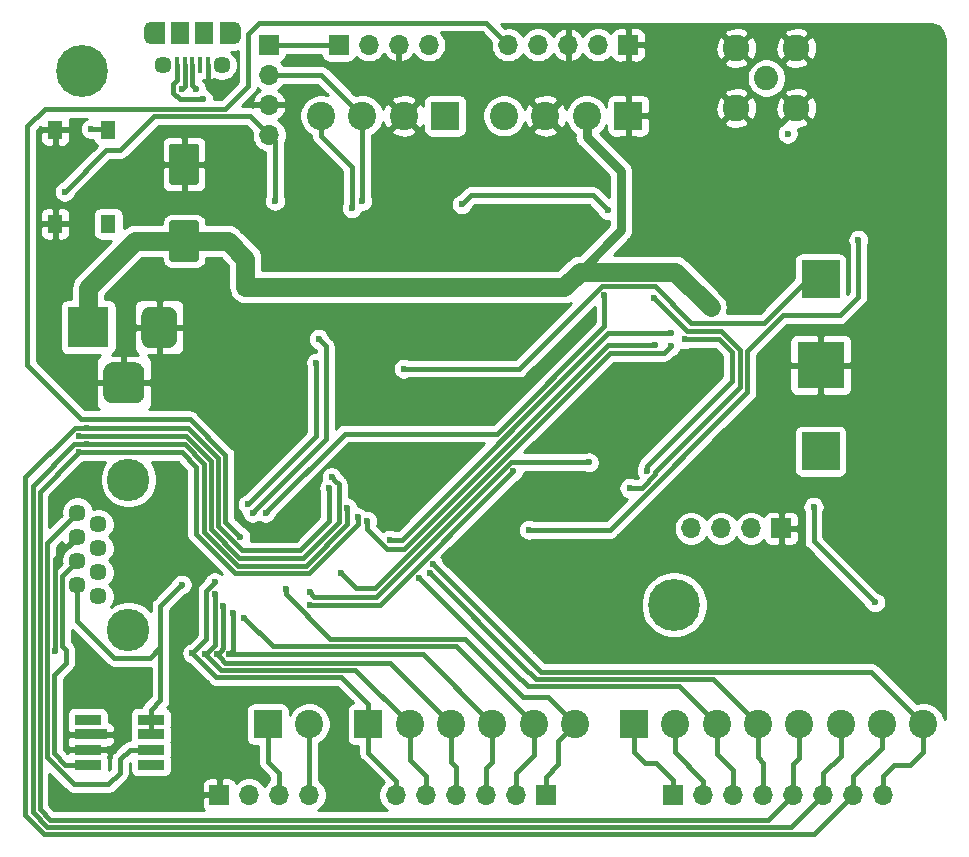
<source format=gbl>
G04 #@! TF.GenerationSoftware,KiCad,Pcbnew,(5.1.5)-3*
G04 #@! TF.CreationDate,2020-05-04T21:38:57+10:00*
G04 #@! TF.ProjectId,BoSL,426f534c-2e6b-4696-9361-645f70636258,0.4*
G04 #@! TF.SameCoordinates,Original*
G04 #@! TF.FileFunction,Copper,L2,Bot*
G04 #@! TF.FilePolarity,Positive*
%FSLAX46Y46*%
G04 Gerber Fmt 4.6, Leading zero omitted, Abs format (unit mm)*
G04 Created by KiCad (PCBNEW (5.1.5)-3) date 2020-05-04 21:38:57*
%MOMM*%
%LPD*%
G04 APERTURE LIST*
%ADD10R,1.300000X1.550000*%
%ADD11C,1.450000*%
%ADD12C,3.600000*%
%ADD13O,1.700000X1.700000*%
%ADD14R,1.700000X1.700000*%
%ADD15C,2.400000*%
%ADD16R,2.400000X2.400000*%
%ADD17R,3.200000X3.200000*%
%ADD18R,4.000000X4.000000*%
%ADD19C,4.400000*%
%ADD20C,0.100000*%
%ADD21C,2.250000*%
%ADD22C,2.050000*%
%ADD23R,1.200000X1.900000*%
%ADD24O,1.200000X1.900000*%
%ADD25R,1.500000X1.900000*%
%ADD26R,0.400000X1.350000*%
%ADD27R,3.500000X3.500000*%
%ADD28R,2.250000X0.900000*%
%ADD29R,2.800000X0.900000*%
%ADD30C,0.600000*%
%ADD31C,0.400000*%
%ADD32C,1.600000*%
%ADD33C,0.800000*%
%ADD34C,0.254000*%
G04 APERTURE END LIST*
D10*
X121000000Y-80650000D03*
X121000000Y-72700000D03*
X116500000Y-80650000D03*
X116500000Y-72700000D03*
D11*
X118382000Y-111210000D03*
X118382000Y-109170000D03*
X118382000Y-107130000D03*
X118382000Y-105090000D03*
X120160000Y-112190000D03*
X120160000Y-106070000D03*
X120160000Y-110150000D03*
X120160000Y-108110000D03*
D12*
X122700000Y-102300000D03*
X122700000Y-115000000D03*
D13*
X186620000Y-129000000D03*
X184080000Y-129000000D03*
X181540000Y-129000000D03*
X179000000Y-129000000D03*
X176460000Y-129000000D03*
X173920000Y-129000000D03*
X171380000Y-129000000D03*
D14*
X168840000Y-129000000D03*
D13*
X145340000Y-129000000D03*
X147880000Y-129000000D03*
X150420000Y-129000000D03*
X152960000Y-129000000D03*
X155500000Y-129000000D03*
D14*
X158040000Y-129000000D03*
D13*
X138000000Y-129000000D03*
X135460000Y-129000000D03*
X132920000Y-129000000D03*
D14*
X130380000Y-129000000D03*
D13*
X148120000Y-65500000D03*
X145580000Y-65500000D03*
X143040000Y-65500000D03*
D14*
X140500000Y-65500000D03*
D13*
X134600000Y-73120000D03*
X134600000Y-70580000D03*
X134600000Y-68040000D03*
D14*
X134600000Y-65500000D03*
D15*
X154500000Y-71500000D03*
X158000000Y-71500000D03*
X161500000Y-71500000D03*
D16*
X165000000Y-71500000D03*
D13*
X154840000Y-65500000D03*
X157380000Y-65500000D03*
X159920000Y-65500000D03*
X162460000Y-65500000D03*
D14*
X165000000Y-65500000D03*
D15*
X190000000Y-123000000D03*
X186500000Y-123000000D03*
X183000000Y-123000000D03*
X179500000Y-123000000D03*
X176000000Y-123000000D03*
X172500000Y-123000000D03*
X169000000Y-123000000D03*
D16*
X165500000Y-123000000D03*
D15*
X138000000Y-123000000D03*
D16*
X134500000Y-123000000D03*
D15*
X139000000Y-71500000D03*
X142500000Y-71500000D03*
X146000000Y-71500000D03*
D16*
X149500000Y-71500000D03*
D15*
X160500000Y-123000000D03*
X157000000Y-123000000D03*
X153500000Y-123000000D03*
X150000000Y-123000000D03*
X146500000Y-123000000D03*
D16*
X143000000Y-123000000D03*
D17*
X181300000Y-99900000D03*
X181300000Y-85300000D03*
D18*
X181300000Y-92600000D03*
D13*
X170340000Y-106430000D03*
X172880000Y-106430000D03*
X175420000Y-106430000D03*
D14*
X177960000Y-106430000D03*
D19*
X168900000Y-112900000D03*
X118800000Y-67700000D03*
G04 #@! TA.AperFunction,SMDPad,CuDef*
D20*
G36*
X128424504Y-73851204D02*
G01*
X128448773Y-73854804D01*
X128472571Y-73860765D01*
X128495671Y-73869030D01*
X128517849Y-73879520D01*
X128538893Y-73892133D01*
X128558598Y-73906747D01*
X128576777Y-73923223D01*
X128593253Y-73941402D01*
X128607867Y-73961107D01*
X128620480Y-73982151D01*
X128630970Y-74004329D01*
X128639235Y-74027429D01*
X128645196Y-74051227D01*
X128648796Y-74075496D01*
X128650000Y-74100000D01*
X128650000Y-77100000D01*
X128648796Y-77124504D01*
X128645196Y-77148773D01*
X128639235Y-77172571D01*
X128630970Y-77195671D01*
X128620480Y-77217849D01*
X128607867Y-77238893D01*
X128593253Y-77258598D01*
X128576777Y-77276777D01*
X128558598Y-77293253D01*
X128538893Y-77307867D01*
X128517849Y-77320480D01*
X128495671Y-77330970D01*
X128472571Y-77339235D01*
X128448773Y-77345196D01*
X128424504Y-77348796D01*
X128400000Y-77350000D01*
X126400000Y-77350000D01*
X126375496Y-77348796D01*
X126351227Y-77345196D01*
X126327429Y-77339235D01*
X126304329Y-77330970D01*
X126282151Y-77320480D01*
X126261107Y-77307867D01*
X126241402Y-77293253D01*
X126223223Y-77276777D01*
X126206747Y-77258598D01*
X126192133Y-77238893D01*
X126179520Y-77217849D01*
X126169030Y-77195671D01*
X126160765Y-77172571D01*
X126154804Y-77148773D01*
X126151204Y-77124504D01*
X126150000Y-77100000D01*
X126150000Y-74100000D01*
X126151204Y-74075496D01*
X126154804Y-74051227D01*
X126160765Y-74027429D01*
X126169030Y-74004329D01*
X126179520Y-73982151D01*
X126192133Y-73961107D01*
X126206747Y-73941402D01*
X126223223Y-73923223D01*
X126241402Y-73906747D01*
X126261107Y-73892133D01*
X126282151Y-73879520D01*
X126304329Y-73869030D01*
X126327429Y-73860765D01*
X126351227Y-73854804D01*
X126375496Y-73851204D01*
X126400000Y-73850000D01*
X128400000Y-73850000D01*
X128424504Y-73851204D01*
G37*
G04 #@! TD.AperFunction*
G04 #@! TA.AperFunction,SMDPad,CuDef*
G36*
X128424504Y-80351204D02*
G01*
X128448773Y-80354804D01*
X128472571Y-80360765D01*
X128495671Y-80369030D01*
X128517849Y-80379520D01*
X128538893Y-80392133D01*
X128558598Y-80406747D01*
X128576777Y-80423223D01*
X128593253Y-80441402D01*
X128607867Y-80461107D01*
X128620480Y-80482151D01*
X128630970Y-80504329D01*
X128639235Y-80527429D01*
X128645196Y-80551227D01*
X128648796Y-80575496D01*
X128650000Y-80600000D01*
X128650000Y-83600000D01*
X128648796Y-83624504D01*
X128645196Y-83648773D01*
X128639235Y-83672571D01*
X128630970Y-83695671D01*
X128620480Y-83717849D01*
X128607867Y-83738893D01*
X128593253Y-83758598D01*
X128576777Y-83776777D01*
X128558598Y-83793253D01*
X128538893Y-83807867D01*
X128517849Y-83820480D01*
X128495671Y-83830970D01*
X128472571Y-83839235D01*
X128448773Y-83845196D01*
X128424504Y-83848796D01*
X128400000Y-83850000D01*
X126400000Y-83850000D01*
X126375496Y-83848796D01*
X126351227Y-83845196D01*
X126327429Y-83839235D01*
X126304329Y-83830970D01*
X126282151Y-83820480D01*
X126261107Y-83807867D01*
X126241402Y-83793253D01*
X126223223Y-83776777D01*
X126206747Y-83758598D01*
X126192133Y-83738893D01*
X126179520Y-83717849D01*
X126169030Y-83695671D01*
X126160765Y-83672571D01*
X126154804Y-83648773D01*
X126151204Y-83624504D01*
X126150000Y-83600000D01*
X126150000Y-80600000D01*
X126151204Y-80575496D01*
X126154804Y-80551227D01*
X126160765Y-80527429D01*
X126169030Y-80504329D01*
X126179520Y-80482151D01*
X126192133Y-80461107D01*
X126206747Y-80441402D01*
X126223223Y-80423223D01*
X126241402Y-80406747D01*
X126261107Y-80392133D01*
X126282151Y-80379520D01*
X126304329Y-80369030D01*
X126327429Y-80360765D01*
X126351227Y-80354804D01*
X126375496Y-80351204D01*
X126400000Y-80350000D01*
X128400000Y-80350000D01*
X128424504Y-80351204D01*
G37*
G04 #@! TD.AperFunction*
D21*
X179240000Y-70840000D03*
X179240000Y-65760000D03*
X174160000Y-65760000D03*
X174160000Y-70840000D03*
D22*
X176700000Y-68300000D03*
D23*
X125200000Y-64500000D03*
X131000000Y-64500000D03*
D24*
X131600000Y-64500000D03*
X124600000Y-64500000D03*
D25*
X127100000Y-64500000D03*
D11*
X130600000Y-67200000D03*
D26*
X128100000Y-67200000D03*
X128750000Y-67200000D03*
X129400000Y-67200000D03*
X126800000Y-67200000D03*
X127450000Y-67200000D03*
D11*
X125600000Y-67200000D03*
D25*
X129100000Y-64500000D03*
G04 #@! TA.AperFunction,ComponentPad*
D20*
G36*
X123260765Y-92354213D02*
G01*
X123345704Y-92366813D01*
X123428999Y-92387677D01*
X123509848Y-92416605D01*
X123587472Y-92453319D01*
X123661124Y-92497464D01*
X123730094Y-92548616D01*
X123793718Y-92606282D01*
X123851384Y-92669906D01*
X123902536Y-92738876D01*
X123946681Y-92812528D01*
X123983395Y-92890152D01*
X124012323Y-92971001D01*
X124033187Y-93054296D01*
X124045787Y-93139235D01*
X124050000Y-93225000D01*
X124050000Y-94975000D01*
X124045787Y-95060765D01*
X124033187Y-95145704D01*
X124012323Y-95228999D01*
X123983395Y-95309848D01*
X123946681Y-95387472D01*
X123902536Y-95461124D01*
X123851384Y-95530094D01*
X123793718Y-95593718D01*
X123730094Y-95651384D01*
X123661124Y-95702536D01*
X123587472Y-95746681D01*
X123509848Y-95783395D01*
X123428999Y-95812323D01*
X123345704Y-95833187D01*
X123260765Y-95845787D01*
X123175000Y-95850000D01*
X121425000Y-95850000D01*
X121339235Y-95845787D01*
X121254296Y-95833187D01*
X121171001Y-95812323D01*
X121090152Y-95783395D01*
X121012528Y-95746681D01*
X120938876Y-95702536D01*
X120869906Y-95651384D01*
X120806282Y-95593718D01*
X120748616Y-95530094D01*
X120697464Y-95461124D01*
X120653319Y-95387472D01*
X120616605Y-95309848D01*
X120587677Y-95228999D01*
X120566813Y-95145704D01*
X120554213Y-95060765D01*
X120550000Y-94975000D01*
X120550000Y-93225000D01*
X120554213Y-93139235D01*
X120566813Y-93054296D01*
X120587677Y-92971001D01*
X120616605Y-92890152D01*
X120653319Y-92812528D01*
X120697464Y-92738876D01*
X120748616Y-92669906D01*
X120806282Y-92606282D01*
X120869906Y-92548616D01*
X120938876Y-92497464D01*
X121012528Y-92453319D01*
X121090152Y-92416605D01*
X121171001Y-92387677D01*
X121254296Y-92366813D01*
X121339235Y-92354213D01*
X121425000Y-92350000D01*
X123175000Y-92350000D01*
X123260765Y-92354213D01*
G37*
G04 #@! TD.AperFunction*
G04 #@! TA.AperFunction,ComponentPad*
G36*
X126123513Y-87653611D02*
G01*
X126196318Y-87664411D01*
X126267714Y-87682295D01*
X126337013Y-87707090D01*
X126403548Y-87738559D01*
X126466678Y-87776398D01*
X126525795Y-87820242D01*
X126580330Y-87869670D01*
X126629758Y-87924205D01*
X126673602Y-87983322D01*
X126711441Y-88046452D01*
X126742910Y-88112987D01*
X126767705Y-88182286D01*
X126785589Y-88253682D01*
X126796389Y-88326487D01*
X126800000Y-88400000D01*
X126800000Y-90400000D01*
X126796389Y-90473513D01*
X126785589Y-90546318D01*
X126767705Y-90617714D01*
X126742910Y-90687013D01*
X126711441Y-90753548D01*
X126673602Y-90816678D01*
X126629758Y-90875795D01*
X126580330Y-90930330D01*
X126525795Y-90979758D01*
X126466678Y-91023602D01*
X126403548Y-91061441D01*
X126337013Y-91092910D01*
X126267714Y-91117705D01*
X126196318Y-91135589D01*
X126123513Y-91146389D01*
X126050000Y-91150000D01*
X124550000Y-91150000D01*
X124476487Y-91146389D01*
X124403682Y-91135589D01*
X124332286Y-91117705D01*
X124262987Y-91092910D01*
X124196452Y-91061441D01*
X124133322Y-91023602D01*
X124074205Y-90979758D01*
X124019670Y-90930330D01*
X123970242Y-90875795D01*
X123926398Y-90816678D01*
X123888559Y-90753548D01*
X123857090Y-90687013D01*
X123832295Y-90617714D01*
X123814411Y-90546318D01*
X123803611Y-90473513D01*
X123800000Y-90400000D01*
X123800000Y-88400000D01*
X123803611Y-88326487D01*
X123814411Y-88253682D01*
X123832295Y-88182286D01*
X123857090Y-88112987D01*
X123888559Y-88046452D01*
X123926398Y-87983322D01*
X123970242Y-87924205D01*
X124019670Y-87869670D01*
X124074205Y-87820242D01*
X124133322Y-87776398D01*
X124196452Y-87738559D01*
X124262987Y-87707090D01*
X124332286Y-87682295D01*
X124403682Y-87664411D01*
X124476487Y-87653611D01*
X124550000Y-87650000D01*
X126050000Y-87650000D01*
X126123513Y-87653611D01*
G37*
G04 #@! TD.AperFunction*
D27*
X119300000Y-89400000D03*
D28*
X119250888Y-122629032D03*
D29*
X119525888Y-123879032D03*
D28*
X119250888Y-125179032D03*
X124600888Y-122629032D03*
X124600888Y-123879032D03*
X124600888Y-126429032D03*
X124600888Y-125179032D03*
X119250888Y-126429032D03*
D30*
X178500000Y-73000000D03*
X173500000Y-73700000D03*
X178500000Y-74500000D03*
X178500000Y-76000000D03*
X175000000Y-76000000D03*
X175000000Y-74500000D03*
X182000000Y-76000000D03*
X182000000Y-74500000D03*
X182000000Y-71500000D03*
X182000000Y-70000000D03*
X185500000Y-70000000D03*
X185500000Y-71500000D03*
X185500000Y-74500000D03*
X185500000Y-76000000D03*
X185500000Y-73000000D03*
X182000000Y-73000000D03*
X177100000Y-112300000D03*
X166799990Y-83100000D03*
X151700000Y-81800000D03*
X116500000Y-74900000D03*
X145400000Y-81900000D03*
X145700000Y-96800000D03*
X148300000Y-89400000D03*
X162700000Y-111800000D03*
X168100000Y-94800000D03*
X183700000Y-105100000D03*
X125100000Y-108400000D03*
X116475077Y-116800000D03*
X122300000Y-119500000D03*
X116450025Y-80699975D03*
X130300000Y-69400000D03*
X117300000Y-77925000D03*
X135100000Y-78700000D03*
X127200000Y-111200000D03*
X172000000Y-87700000D03*
X132600000Y-86000000D03*
X119500000Y-72600000D03*
X119200000Y-97900000D03*
X139700000Y-103000000D03*
X169799002Y-90424000D03*
X166606631Y-101531876D03*
X129000000Y-70100000D03*
X185900000Y-112700000D03*
X180700000Y-104600000D03*
X138044987Y-111855023D03*
X161671000Y-100838000D03*
X118500000Y-100000000D03*
X142100000Y-105500000D03*
X138100000Y-112900000D03*
X155293524Y-101593524D03*
X119200000Y-99300000D03*
X141200010Y-104700010D03*
X167300000Y-90900000D03*
X142899998Y-105800000D03*
X168600000Y-91000000D03*
X140650000Y-110200000D03*
X148477557Y-109474000D03*
X118500000Y-98600000D03*
X139900000Y-102100000D03*
X130000000Y-111000000D03*
X128100000Y-117000000D03*
X130000000Y-112000000D03*
X129199990Y-117100000D03*
X130700010Y-112989381D03*
X130200003Y-117100003D03*
X168599996Y-89900000D03*
X144800000Y-107400000D03*
X131539548Y-113592565D03*
X131200000Y-117100000D03*
X148209000Y-110236000D03*
X132500000Y-114000000D03*
X138800000Y-90400000D03*
X142500000Y-78700000D03*
X133200000Y-105100000D03*
X138600000Y-92400000D03*
X136000000Y-111600000D03*
X141600000Y-79300000D03*
X132792867Y-104393211D03*
X165119254Y-103019254D03*
X167200000Y-86900000D03*
X156591000Y-106553000D03*
X184500000Y-82000000D03*
X132167795Y-107132205D03*
X147320000Y-110617000D03*
X127200000Y-69200000D03*
X128400000Y-69200000D03*
X163000000Y-86700000D03*
X134300000Y-105100000D03*
X163300000Y-79500000D03*
X150900000Y-79000000D03*
X146000000Y-92900000D03*
D31*
X116475077Y-109036923D02*
X116475077Y-116375736D01*
X116475077Y-116375736D02*
X116475077Y-116800000D01*
X118382000Y-107130000D02*
X116475077Y-109036923D01*
X129400000Y-67200000D02*
X129400000Y-68500000D01*
X129400000Y-68500000D02*
X130300000Y-69400000D01*
X117300000Y-77925000D02*
X117300000Y-77900000D01*
X124600888Y-123879032D02*
X124600888Y-122629032D01*
X135100000Y-73620000D02*
X134600000Y-73120000D01*
X135100000Y-78700000D02*
X135100000Y-73620000D01*
X120825000Y-74400000D02*
X117300000Y-77925000D01*
X122000000Y-74400000D02*
X120825000Y-74400000D01*
X124900000Y-71500000D02*
X122000000Y-74400000D01*
X134600000Y-73120000D02*
X132980000Y-71500000D01*
X132980000Y-71500000D02*
X124900000Y-71500000D01*
X118382000Y-114282000D02*
X118382000Y-111210000D01*
X125400000Y-116500000D02*
X124500000Y-117400000D01*
X121500000Y-117400000D02*
X118382000Y-114282000D01*
X124500000Y-117400000D02*
X121500000Y-117400000D01*
X124600888Y-121779032D02*
X124600888Y-122629032D01*
X125400000Y-116500000D02*
X125400000Y-120979920D01*
X125400000Y-120979920D02*
X124600888Y-121779032D01*
X126900001Y-111499999D02*
X127200000Y-111200000D01*
X125400000Y-113000000D02*
X126900001Y-111499999D01*
X125400000Y-116500000D02*
X125400000Y-113000000D01*
D32*
X168999999Y-84699999D02*
X172000000Y-87700000D01*
X160900001Y-84699999D02*
X168999999Y-84699999D01*
X119300000Y-86050000D02*
X123250000Y-82100000D01*
X119300000Y-89400000D02*
X119300000Y-86050000D01*
X123250000Y-82100000D02*
X127400000Y-82100000D01*
X132600000Y-83600000D02*
X132600000Y-86000000D01*
X132600000Y-86000000D02*
X159600000Y-86000000D01*
X127400000Y-82100000D02*
X131100000Y-82100000D01*
X159600000Y-86000000D02*
X160900001Y-84699999D01*
X131100000Y-82100000D02*
X132600000Y-83600000D01*
X132600000Y-86000000D02*
X132600000Y-86000000D01*
D33*
X164400000Y-81200000D02*
X160900001Y-84699999D01*
X164400000Y-76200000D02*
X164400000Y-81200000D01*
X161500000Y-71500000D02*
X161500000Y-73300000D01*
X161500000Y-73300000D02*
X164400000Y-76200000D01*
D31*
X121100000Y-72600000D02*
X121000000Y-72700000D01*
X120900000Y-72600000D02*
X121000000Y-72700000D01*
X119500000Y-72600000D02*
X120900000Y-72600000D01*
X184080000Y-129000000D02*
X184080000Y-127420000D01*
X186500000Y-125000000D02*
X186500000Y-123000000D01*
X184080000Y-127420000D02*
X186500000Y-125000000D01*
X113975010Y-102100726D02*
X118175736Y-97900000D01*
X180755010Y-132324990D02*
X115576446Y-132324990D01*
X113975010Y-130723553D02*
X113975010Y-102100726D01*
X184080000Y-129000000D02*
X180755010Y-132324990D01*
X118175736Y-97900000D02*
X118775736Y-97900000D01*
X115576446Y-132324990D02*
X113975010Y-130723553D01*
X118775736Y-97900000D02*
X119200000Y-97900000D01*
X139700000Y-105800000D02*
X139700000Y-103000000D01*
X127745629Y-97900000D02*
X130299989Y-100454360D01*
X137199999Y-108300001D02*
X139700000Y-105800000D01*
X130299989Y-106254363D02*
X132345627Y-108300001D01*
X119200000Y-97900000D02*
X127745629Y-97900000D01*
X130299989Y-100454360D02*
X130299989Y-106254363D01*
X132345627Y-108300001D02*
X137199999Y-108300001D01*
X173800000Y-93914243D02*
X166606631Y-101107612D01*
X169799002Y-90424000D02*
X172724000Y-90424000D01*
X173800000Y-91500000D02*
X173800000Y-93914243D01*
X166606631Y-101107612D02*
X166606631Y-101531876D01*
X172724000Y-90424000D02*
X173800000Y-91500000D01*
X126800000Y-68500000D02*
X126800000Y-67200000D01*
X126499999Y-69536001D02*
X126499999Y-68800001D01*
X126499999Y-68800001D02*
X126800000Y-68500000D01*
X129000000Y-70100000D02*
X127063998Y-70100000D01*
X127063998Y-70100000D02*
X126499999Y-69536001D01*
X185900000Y-112700000D02*
X180700000Y-107500000D01*
X180700000Y-107500000D02*
X180700000Y-104600000D01*
X135460000Y-129000000D02*
X135460000Y-127160000D01*
X134500000Y-126200000D02*
X134500000Y-123000000D01*
X135460000Y-127160000D02*
X134500000Y-126200000D01*
X138044987Y-111855023D02*
X138389975Y-112200011D01*
X143697074Y-112200011D02*
X155059085Y-100838000D01*
X161246736Y-100838000D02*
X161671000Y-100838000D01*
X138389975Y-112200011D02*
X143697074Y-112200011D01*
X155059085Y-100838000D02*
X161246736Y-100838000D01*
X179000000Y-126400000D02*
X179000000Y-129000000D01*
X179500000Y-123000000D02*
X179500000Y-125900000D01*
X179500000Y-125900000D02*
X179000000Y-126400000D01*
X115175032Y-103324968D02*
X118200001Y-100299999D01*
X115175032Y-130226489D02*
X115175032Y-103324968D01*
X179000000Y-129000000D02*
X176875032Y-131124968D01*
X176875032Y-131124968D02*
X116073510Y-131124968D01*
X118200001Y-100299999D02*
X118500000Y-100000000D01*
X116073510Y-131124968D02*
X115175032Y-130226489D01*
X142100000Y-105924264D02*
X142100000Y-105500000D01*
X142100000Y-106100000D02*
X142100000Y-105924264D01*
X137999978Y-110200022D02*
X142100000Y-106100000D01*
X127200000Y-100000000D02*
X128400000Y-101200000D01*
X118500000Y-100000000D02*
X127200000Y-100000000D01*
X128400000Y-101200000D02*
X128400000Y-106900001D01*
X131700021Y-110200022D02*
X137999978Y-110200022D01*
X128400000Y-106900001D02*
X131700021Y-110200022D01*
X143987048Y-112900000D02*
X155293524Y-101593524D01*
X138100000Y-112900000D02*
X143987048Y-112900000D01*
X138000000Y-129000000D02*
X138000000Y-123000000D01*
X183000000Y-125700000D02*
X183000000Y-123000000D01*
X181540000Y-129000000D02*
X181540000Y-127160000D01*
X181540000Y-127160000D02*
X183000000Y-125700000D01*
X114575021Y-102800715D02*
X114575021Y-130475021D01*
X178815021Y-131724979D02*
X180690001Y-129849999D01*
X119200000Y-99300000D02*
X118075736Y-99300000D01*
X118075736Y-99300000D02*
X114575021Y-102800715D01*
X114575021Y-130475021D02*
X115824978Y-131724979D01*
X115824978Y-131724979D02*
X178815021Y-131724979D01*
X180690001Y-129849999D02*
X181540000Y-129000000D01*
X129099967Y-106751425D02*
X131948553Y-109600011D01*
X131948553Y-109600011D02*
X137699989Y-109600011D01*
X141200010Y-106099990D02*
X141200010Y-105124274D01*
X129099967Y-100951424D02*
X129099967Y-106751425D01*
X127448543Y-99300000D02*
X129099967Y-100951424D01*
X141200010Y-105124274D02*
X141200010Y-104700010D01*
X137699989Y-109600011D02*
X141200010Y-106099990D01*
X119200000Y-99300000D02*
X127448543Y-99300000D01*
X142899998Y-106224264D02*
X142899998Y-105800000D01*
X146000000Y-108200000D02*
X144575736Y-108200000D01*
X167300000Y-90900000D02*
X163300000Y-90900000D01*
X163300000Y-90900000D02*
X146000000Y-108200000D01*
X142899998Y-106524262D02*
X142899998Y-106224264D01*
X144575736Y-108200000D02*
X142899998Y-106524262D01*
X141950000Y-111500000D02*
X140650000Y-110200000D01*
X143548542Y-111500000D02*
X141950000Y-111500000D01*
X163448541Y-91600001D02*
X143548542Y-111500000D01*
X168600000Y-91000000D02*
X167999999Y-91600001D01*
X167999999Y-91600001D02*
X163448541Y-91600001D01*
X156351557Y-117348000D02*
X148477557Y-109474000D01*
X190000000Y-125400000D02*
X190000000Y-123000000D01*
X188900000Y-126500000D02*
X190000000Y-125400000D01*
X187500000Y-126500000D02*
X188900000Y-126500000D01*
X186620000Y-129000000D02*
X186620000Y-127380000D01*
X186620000Y-127380000D02*
X187500000Y-126500000D01*
X156351557Y-117348000D02*
X156351557Y-117351557D01*
X156351557Y-117351557D02*
X157599980Y-118599980D01*
X185599980Y-118599980D02*
X190000000Y-123000000D01*
X157599980Y-118599980D02*
X185599980Y-118599980D01*
X140500000Y-102700000D02*
X140199999Y-102399999D01*
X118500000Y-98600000D02*
X127597086Y-98600000D01*
X140199999Y-102399999D02*
X139900000Y-102100000D01*
X140500000Y-105900000D02*
X140500000Y-102700000D01*
X129699978Y-100702892D02*
X129699978Y-106502895D01*
X127597086Y-98600000D02*
X129699978Y-100702892D01*
X137499988Y-108900012D02*
X140500000Y-105900000D01*
X132097095Y-108900012D02*
X137499988Y-108900012D01*
X129699978Y-106502895D02*
X132097095Y-108900012D01*
X143000000Y-125457919D02*
X143000000Y-123000000D01*
X145340000Y-129000000D02*
X145340000Y-127797919D01*
X145340000Y-127797919D02*
X143000000Y-125457919D01*
X130000000Y-111000000D02*
X129300000Y-111700000D01*
X129300000Y-115800000D02*
X128100000Y-117000000D01*
X129300000Y-111700000D02*
X129300000Y-115800000D01*
X128399999Y-117299999D02*
X128100000Y-117000000D01*
X130366912Y-119000000D02*
X130100000Y-119000000D01*
X143000000Y-121300000D02*
X140700000Y-119000000D01*
X130100000Y-119000000D02*
X128399999Y-117299999D01*
X143000000Y-123000000D02*
X143000000Y-121300000D01*
X140700000Y-119000000D02*
X132033088Y-119000000D01*
X130366935Y-119000023D02*
X130366912Y-119000000D01*
X132033065Y-119000023D02*
X130366935Y-119000023D01*
X132033088Y-119000000D02*
X132033065Y-119000023D01*
X147880000Y-129000000D02*
X147880000Y-127380000D01*
X146500000Y-126000000D02*
X146500000Y-123000000D01*
X147880000Y-127380000D02*
X146500000Y-126000000D01*
X129499989Y-116800001D02*
X129199990Y-117100000D01*
X130000000Y-116299990D02*
X129499989Y-116800001D01*
X130000000Y-112000000D02*
X130000000Y-116299990D01*
X129499989Y-117399999D02*
X129199990Y-117100000D01*
X146500000Y-123000000D02*
X141899989Y-118399989D01*
X131784533Y-118400012D02*
X130500002Y-118400012D01*
X141899989Y-118399989D02*
X131784556Y-118399989D01*
X130500002Y-118400012D02*
X129499989Y-117399999D01*
X131784556Y-118399989D02*
X131784533Y-118400012D01*
X150420000Y-129000000D02*
X150420000Y-126620000D01*
X150000000Y-126200000D02*
X150000000Y-123000000D01*
X150420000Y-126620000D02*
X150000000Y-126200000D01*
X130500002Y-116800004D02*
X130200003Y-117100003D01*
X130700010Y-112989381D02*
X130700010Y-116599996D01*
X130700010Y-116599996D02*
X130500002Y-116800004D01*
X130900001Y-117800001D02*
X130500002Y-117400002D01*
X130500002Y-117400002D02*
X130200003Y-117100003D01*
X131536024Y-117799978D02*
X131536001Y-117800001D01*
X131536001Y-117800001D02*
X130900001Y-117800001D01*
X144799978Y-117799978D02*
X131536024Y-117799978D01*
X150000000Y-123000000D02*
X144799978Y-117799978D01*
X144800000Y-107400000D02*
X145838000Y-107400000D01*
X145838000Y-107400000D02*
X163338000Y-89900000D01*
X163338000Y-89900000D02*
X168599996Y-89900000D01*
X152960000Y-129000000D02*
X152960000Y-126740000D01*
X153500000Y-126200000D02*
X153500000Y-123000000D01*
X152960000Y-126740000D02*
X153500000Y-126200000D01*
X147600000Y-117100000D02*
X131200000Y-117100000D01*
X131539548Y-116760452D02*
X131200000Y-117100000D01*
X153500000Y-123000000D02*
X147600000Y-117100000D01*
X131539548Y-113592565D02*
X131539548Y-116760452D01*
X156020990Y-118047990D02*
X148209000Y-110236000D01*
X176460000Y-126260000D02*
X176460000Y-129000000D01*
X176000000Y-123000000D02*
X176000000Y-125800000D01*
X176000000Y-125800000D02*
X176460000Y-126260000D01*
X156020990Y-118047990D02*
X156047990Y-118047990D01*
X156047990Y-118047990D02*
X157199990Y-119199990D01*
X172199990Y-119199990D02*
X176000000Y-123000000D01*
X157199990Y-119199990D02*
X172199990Y-119199990D01*
X134915129Y-116415129D02*
X132500000Y-114000000D01*
X157000000Y-123000000D02*
X150415129Y-116415129D01*
X150415129Y-116415129D02*
X134915129Y-116415129D01*
X157000000Y-125600000D02*
X157000000Y-123000000D01*
X155500000Y-129000000D02*
X155500000Y-127100000D01*
X155500000Y-127100000D02*
X157000000Y-125600000D01*
X142500000Y-71500000D02*
X142500000Y-78700000D01*
X139040000Y-68040000D02*
X142500000Y-71500000D01*
X134600000Y-68040000D02*
X139040000Y-68040000D01*
X117657001Y-105814999D02*
X118382000Y-105090000D01*
X122795890Y-125179032D02*
X122000000Y-125974922D01*
X122000000Y-125974922D02*
X122000000Y-127100000D01*
X121000000Y-128100000D02*
X118100000Y-128100000D01*
X115775043Y-107696957D02*
X117657001Y-105814999D01*
X124600888Y-125179032D02*
X122795890Y-125179032D01*
X118100000Y-128100000D02*
X115775043Y-125775043D01*
X122000000Y-127100000D02*
X121000000Y-128100000D01*
X115775043Y-125775043D02*
X115775043Y-107696957D01*
X133499999Y-104800001D02*
X133200000Y-105100000D01*
X138800000Y-90400000D02*
X139400000Y-91000000D01*
X139400000Y-98900000D02*
X133499999Y-104800001D01*
X139400000Y-91000000D02*
X139400000Y-98900000D01*
X159100000Y-124400000D02*
X160500000Y-123000000D01*
X159100000Y-126400000D02*
X159100000Y-124400000D01*
X158040000Y-129000000D02*
X158040000Y-127460000D01*
X158040000Y-127460000D02*
X159100000Y-126400000D01*
X140500000Y-65500000D02*
X134600000Y-65500000D01*
X141600000Y-78875736D02*
X141600000Y-79300000D01*
X141600000Y-75800000D02*
X141600000Y-78875736D01*
X139000000Y-71500000D02*
X139000000Y-73200000D01*
X139000000Y-73200000D02*
X141600000Y-75800000D01*
X117329032Y-126429032D02*
X119250888Y-126429032D01*
X117100000Y-110452000D02*
X117100000Y-116388919D01*
X117400000Y-117800000D02*
X116375054Y-118824946D01*
X118382000Y-109170000D02*
X117100000Y-110452000D01*
X117100000Y-116388919D02*
X117400000Y-116688919D01*
X116375054Y-125475054D02*
X117329032Y-126429032D01*
X116375054Y-118824946D02*
X116375054Y-125475054D01*
X117400000Y-116688919D02*
X117400000Y-117800000D01*
X133092866Y-104093212D02*
X132792867Y-104393211D01*
X138600000Y-92400000D02*
X138600000Y-98586078D01*
X138600000Y-98586078D02*
X133092866Y-104093212D01*
X136000000Y-112024264D02*
X136000000Y-111600000D01*
X158200000Y-120700000D02*
X156100000Y-120700000D01*
X160500000Y-123000000D02*
X158200000Y-120700000D01*
X151200000Y-115800000D02*
X139775736Y-115800000D01*
X156100000Y-120700000D02*
X151200000Y-115800000D01*
X139775736Y-115800000D02*
X136000000Y-112024264D01*
X174500010Y-94435992D02*
X167306632Y-101629370D01*
X167306632Y-101867877D02*
X166155255Y-103019254D01*
X165543518Y-103019254D02*
X165119254Y-103019254D01*
X166155255Y-103019254D02*
X165543518Y-103019254D01*
X167306632Y-101629370D02*
X167306632Y-101867877D01*
X172872541Y-89723999D02*
X170023999Y-89723999D01*
X170023999Y-89723999D02*
X167200000Y-86900000D01*
X174500010Y-94435992D02*
X174500010Y-91351468D01*
X174500010Y-91351468D02*
X172872541Y-89723999D01*
X184500000Y-82800000D02*
X184500000Y-82000000D01*
X184500000Y-86800000D02*
X184500000Y-82800000D01*
X182900000Y-88400000D02*
X184500000Y-86800000D01*
X163470052Y-106553000D02*
X175100020Y-94923032D01*
X156591000Y-106553000D02*
X163470052Y-106553000D01*
X178100000Y-88400000D02*
X182900000Y-88400000D01*
X175100020Y-94923032D02*
X175100020Y-91399980D01*
X175100020Y-91399980D02*
X178100000Y-88400000D01*
X130900000Y-105864410D02*
X132167795Y-107132205D01*
X130900000Y-100205828D02*
X130900000Y-105864410D01*
X127894172Y-97200000D02*
X130900000Y-100205828D01*
X118700000Y-97200000D02*
X127894172Y-97200000D01*
X114100000Y-92600000D02*
X118700000Y-97200000D01*
X114100000Y-72400000D02*
X114100000Y-92600000D01*
X115600010Y-70899990D02*
X114100000Y-72400000D01*
X130900010Y-70899990D02*
X115600010Y-70899990D01*
X132800000Y-69000000D02*
X130900010Y-70899990D01*
X132800000Y-64589999D02*
X132800000Y-69000000D01*
X133789999Y-63600000D02*
X132800000Y-64589999D01*
X152940000Y-63600000D02*
X133789999Y-63600000D01*
X154840000Y-65500000D02*
X152940000Y-63600000D01*
X155351000Y-118648000D02*
X147320000Y-110617000D01*
X172500000Y-123000000D02*
X172500000Y-125500000D01*
X173920000Y-126920000D02*
X173920000Y-129000000D01*
X172500000Y-125500000D02*
X173920000Y-126920000D01*
X155351000Y-118648000D02*
X155351000Y-118651000D01*
X155351000Y-118651000D02*
X156500000Y-119800000D01*
X169300000Y-119800000D02*
X172500000Y-123000000D01*
X156500000Y-119800000D02*
X169300000Y-119800000D01*
X127450000Y-68950000D02*
X127450000Y-67200000D01*
X127200000Y-69200000D02*
X127450000Y-68950000D01*
X128100000Y-68900000D02*
X128100000Y-67200000D01*
X128400000Y-69200000D02*
X128100000Y-68900000D01*
X134599999Y-104800001D02*
X134300000Y-105100000D01*
X141000000Y-98400000D02*
X134599999Y-104800001D01*
X153900000Y-98400000D02*
X141000000Y-98400000D01*
X163000000Y-86700000D02*
X163000000Y-89300000D01*
X163000000Y-89300000D02*
X153900000Y-98400000D01*
X151700000Y-78200000D02*
X150900000Y-79000000D01*
X163300000Y-79500000D02*
X162000000Y-78200000D01*
X162000000Y-78200000D02*
X151700000Y-78200000D01*
X169000000Y-123000000D02*
X169000000Y-125400000D01*
X171380000Y-127780000D02*
X171380000Y-129000000D01*
X169000000Y-125400000D02*
X171380000Y-127780000D01*
X165500000Y-125400000D02*
X165500000Y-123000000D01*
X166400000Y-126300000D02*
X165500000Y-125400000D01*
X167390000Y-126300000D02*
X166400000Y-126300000D01*
X168840000Y-129000000D02*
X168840000Y-127750000D01*
X168840000Y-127750000D02*
X167390000Y-126300000D01*
X146424264Y-92900000D02*
X146000000Y-92900000D01*
X155763998Y-92900000D02*
X146424264Y-92900000D01*
X180200000Y-85300000D02*
X176500000Y-89000000D01*
X162763998Y-85900000D02*
X155763998Y-92900000D01*
X176500000Y-89000000D02*
X170336002Y-89000000D01*
X170336002Y-89000000D02*
X167236002Y-85900000D01*
X181300000Y-85300000D02*
X180200000Y-85300000D01*
X167236002Y-85900000D02*
X162763998Y-85900000D01*
D34*
G36*
X120542131Y-101146595D02*
G01*
X120358576Y-101589737D01*
X120265000Y-102060173D01*
X120265000Y-102539827D01*
X120358576Y-103010263D01*
X120542131Y-103453405D01*
X120808612Y-103852222D01*
X121147778Y-104191388D01*
X121546595Y-104457869D01*
X121989737Y-104641424D01*
X122460173Y-104735000D01*
X122939827Y-104735000D01*
X123410263Y-104641424D01*
X123853405Y-104457869D01*
X124252222Y-104191388D01*
X124591388Y-103852222D01*
X124857869Y-103453405D01*
X125041424Y-103010263D01*
X125135000Y-102539827D01*
X125135000Y-102060173D01*
X125041424Y-101589737D01*
X124857869Y-101146595D01*
X124649668Y-100835000D01*
X126854133Y-100835000D01*
X127565000Y-101545868D01*
X127565001Y-106858973D01*
X127560960Y-106900001D01*
X127577082Y-107063689D01*
X127624828Y-107221087D01*
X127702364Y-107366146D01*
X127702365Y-107366147D01*
X127806710Y-107493292D01*
X127838574Y-107519442D01*
X130586508Y-110267377D01*
X130442889Y-110171414D01*
X130272729Y-110100932D01*
X130092089Y-110065000D01*
X129907911Y-110065000D01*
X129727271Y-110100932D01*
X129557111Y-110171414D01*
X129403972Y-110273738D01*
X129273738Y-110403972D01*
X129171414Y-110557111D01*
X129107346Y-110711787D01*
X128738578Y-111080554D01*
X128706709Y-111106709D01*
X128624911Y-111206381D01*
X128602364Y-111233855D01*
X128524828Y-111378914D01*
X128477082Y-111536312D01*
X128460960Y-111700000D01*
X128465000Y-111741019D01*
X128465001Y-115454131D01*
X127811787Y-116107346D01*
X127657111Y-116171414D01*
X127503972Y-116273738D01*
X127373738Y-116403972D01*
X127271414Y-116557111D01*
X127200932Y-116727271D01*
X127165000Y-116907911D01*
X127165000Y-117092089D01*
X127200932Y-117272729D01*
X127271414Y-117442889D01*
X127373738Y-117596028D01*
X127503972Y-117726262D01*
X127657111Y-117828586D01*
X127811786Y-117892654D01*
X127838570Y-117919438D01*
X127838575Y-117919442D01*
X129480559Y-119561426D01*
X129506709Y-119593291D01*
X129633854Y-119697636D01*
X129778913Y-119775172D01*
X129936311Y-119822918D01*
X130058981Y-119835000D01*
X130058991Y-119835000D01*
X130099999Y-119839039D01*
X130141007Y-119835000D01*
X130325682Y-119835000D01*
X130325916Y-119835023D01*
X130325917Y-119835023D01*
X130366935Y-119839063D01*
X130407953Y-119835023D01*
X131992047Y-119835023D01*
X132033065Y-119839063D01*
X132074083Y-119835023D01*
X132074084Y-119835023D01*
X132074318Y-119835000D01*
X140354133Y-119835000D01*
X141691724Y-121172592D01*
X141675518Y-121174188D01*
X141555820Y-121210498D01*
X141445506Y-121269463D01*
X141348815Y-121348815D01*
X141269463Y-121445506D01*
X141210498Y-121555820D01*
X141174188Y-121675518D01*
X141161928Y-121800000D01*
X141161928Y-124200000D01*
X141174188Y-124324482D01*
X141210498Y-124444180D01*
X141269463Y-124554494D01*
X141348815Y-124651185D01*
X141445506Y-124730537D01*
X141555820Y-124789502D01*
X141675518Y-124825812D01*
X141800000Y-124838072D01*
X142165000Y-124838072D01*
X142165000Y-125416900D01*
X142160960Y-125457919D01*
X142165969Y-125508776D01*
X142177082Y-125621607D01*
X142224828Y-125779005D01*
X142302364Y-125924064D01*
X142406709Y-126051210D01*
X142438579Y-126077365D01*
X144300553Y-127939340D01*
X144186525Y-128053368D01*
X144024010Y-128296589D01*
X143912068Y-128566842D01*
X143855000Y-128853740D01*
X143855000Y-129146260D01*
X143912068Y-129433158D01*
X144024010Y-129703411D01*
X144186525Y-129946632D01*
X144393368Y-130153475D01*
X144597644Y-130289968D01*
X138742356Y-130289968D01*
X138946632Y-130153475D01*
X139153475Y-129946632D01*
X139315990Y-129703411D01*
X139427932Y-129433158D01*
X139485000Y-129146260D01*
X139485000Y-128853740D01*
X139427932Y-128566842D01*
X139315990Y-128296589D01*
X139153475Y-128053368D01*
X138946632Y-127846525D01*
X138835000Y-127771935D01*
X138835000Y-124640322D01*
X138869199Y-124626156D01*
X139169744Y-124425338D01*
X139425338Y-124169744D01*
X139626156Y-123869199D01*
X139764482Y-123535250D01*
X139835000Y-123180732D01*
X139835000Y-122819268D01*
X139764482Y-122464750D01*
X139626156Y-122130801D01*
X139425338Y-121830256D01*
X139169744Y-121574662D01*
X138869199Y-121373844D01*
X138535250Y-121235518D01*
X138180732Y-121165000D01*
X137819268Y-121165000D01*
X137464750Y-121235518D01*
X137130801Y-121373844D01*
X136830256Y-121574662D01*
X136574662Y-121830256D01*
X136373844Y-122130801D01*
X136338072Y-122217162D01*
X136338072Y-121800000D01*
X136325812Y-121675518D01*
X136289502Y-121555820D01*
X136230537Y-121445506D01*
X136151185Y-121348815D01*
X136054494Y-121269463D01*
X135944180Y-121210498D01*
X135824482Y-121174188D01*
X135700000Y-121161928D01*
X133300000Y-121161928D01*
X133175518Y-121174188D01*
X133055820Y-121210498D01*
X132945506Y-121269463D01*
X132848815Y-121348815D01*
X132769463Y-121445506D01*
X132710498Y-121555820D01*
X132674188Y-121675518D01*
X132661928Y-121800000D01*
X132661928Y-124200000D01*
X132674188Y-124324482D01*
X132710498Y-124444180D01*
X132769463Y-124554494D01*
X132848815Y-124651185D01*
X132945506Y-124730537D01*
X133055820Y-124789502D01*
X133175518Y-124825812D01*
X133300000Y-124838072D01*
X133665000Y-124838072D01*
X133665000Y-126158981D01*
X133660960Y-126200000D01*
X133670702Y-126298913D01*
X133677082Y-126363688D01*
X133724828Y-126521086D01*
X133802364Y-126666145D01*
X133906709Y-126793291D01*
X133938579Y-126819446D01*
X134625001Y-127505869D01*
X134625001Y-127771934D01*
X134513368Y-127846525D01*
X134306525Y-128053368D01*
X134190000Y-128227760D01*
X134073475Y-128053368D01*
X133866632Y-127846525D01*
X133623411Y-127684010D01*
X133353158Y-127572068D01*
X133066260Y-127515000D01*
X132773740Y-127515000D01*
X132486842Y-127572068D01*
X132216589Y-127684010D01*
X131973368Y-127846525D01*
X131841513Y-127978380D01*
X131819502Y-127905820D01*
X131760537Y-127795506D01*
X131681185Y-127698815D01*
X131584494Y-127619463D01*
X131474180Y-127560498D01*
X131354482Y-127524188D01*
X131230000Y-127511928D01*
X130665750Y-127515000D01*
X130507000Y-127673750D01*
X130507000Y-128873000D01*
X130527000Y-128873000D01*
X130527000Y-129127000D01*
X130507000Y-129127000D01*
X130507000Y-129147000D01*
X130253000Y-129147000D01*
X130253000Y-129127000D01*
X129053750Y-129127000D01*
X128895000Y-129285750D01*
X128891928Y-129850000D01*
X128904188Y-129974482D01*
X128940498Y-130094180D01*
X128999463Y-130204494D01*
X129069609Y-130289968D01*
X116419378Y-130289968D01*
X116010032Y-129880622D01*
X116010032Y-127190900D01*
X117480563Y-128661432D01*
X117506709Y-128693291D01*
X117633854Y-128797636D01*
X117778913Y-128875172D01*
X117936311Y-128922918D01*
X118058981Y-128935000D01*
X118058982Y-128935000D01*
X118100000Y-128939040D01*
X118141018Y-128935000D01*
X120958982Y-128935000D01*
X121000000Y-128939040D01*
X121041018Y-128935000D01*
X121041019Y-128935000D01*
X121163689Y-128922918D01*
X121321087Y-128875172D01*
X121466146Y-128797636D01*
X121593291Y-128693291D01*
X121619445Y-128661422D01*
X122130868Y-128150000D01*
X128891928Y-128150000D01*
X128895000Y-128714250D01*
X129053750Y-128873000D01*
X130253000Y-128873000D01*
X130253000Y-127673750D01*
X130094250Y-127515000D01*
X129530000Y-127511928D01*
X129405518Y-127524188D01*
X129285820Y-127560498D01*
X129175506Y-127619463D01*
X129078815Y-127698815D01*
X128999463Y-127795506D01*
X128940498Y-127905820D01*
X128904188Y-128025518D01*
X128891928Y-128150000D01*
X122130868Y-128150000D01*
X122561432Y-127719437D01*
X122593291Y-127693291D01*
X122697636Y-127566146D01*
X122775172Y-127421087D01*
X122822918Y-127263689D01*
X122835000Y-127141019D01*
X122835000Y-127141018D01*
X122839040Y-127100000D01*
X122835000Y-127058981D01*
X122835000Y-126320789D01*
X122837816Y-126317973D01*
X122837816Y-126879032D01*
X122850076Y-127003514D01*
X122886386Y-127123212D01*
X122945351Y-127233526D01*
X123024703Y-127330217D01*
X123121394Y-127409569D01*
X123231708Y-127468534D01*
X123351406Y-127504844D01*
X123475888Y-127517104D01*
X125725888Y-127517104D01*
X125850370Y-127504844D01*
X125970068Y-127468534D01*
X126080382Y-127409569D01*
X126177073Y-127330217D01*
X126256425Y-127233526D01*
X126315390Y-127123212D01*
X126351700Y-127003514D01*
X126363960Y-126879032D01*
X126363960Y-125979032D01*
X126351700Y-125854550D01*
X126336376Y-125804032D01*
X126351700Y-125753514D01*
X126363960Y-125629032D01*
X126363960Y-124729032D01*
X126351700Y-124604550D01*
X126328792Y-124529032D01*
X126351700Y-124453514D01*
X126363960Y-124329032D01*
X126363960Y-123429032D01*
X126351700Y-123304550D01*
X126336376Y-123254032D01*
X126351700Y-123203514D01*
X126363960Y-123079032D01*
X126363960Y-122179032D01*
X126351700Y-122054550D01*
X126315390Y-121934852D01*
X126256425Y-121824538D01*
X126177073Y-121727847D01*
X126080382Y-121648495D01*
X125972090Y-121590611D01*
X125993291Y-121573211D01*
X126097636Y-121446066D01*
X126175172Y-121301007D01*
X126222918Y-121143609D01*
X126235000Y-121020939D01*
X126239040Y-120979921D01*
X126235000Y-120938902D01*
X126235000Y-116541017D01*
X126239040Y-116500001D01*
X126235000Y-116458981D01*
X126235000Y-113345867D01*
X127488216Y-112092653D01*
X127642889Y-112028586D01*
X127796028Y-111926262D01*
X127926262Y-111796028D01*
X128028586Y-111642889D01*
X128099068Y-111472729D01*
X128135000Y-111292089D01*
X128135000Y-111107911D01*
X128099068Y-110927271D01*
X128028586Y-110757111D01*
X127926262Y-110603972D01*
X127796028Y-110473738D01*
X127642889Y-110371414D01*
X127472729Y-110300932D01*
X127292089Y-110265000D01*
X127107911Y-110265000D01*
X126927271Y-110300932D01*
X126757111Y-110371414D01*
X126603972Y-110473738D01*
X126473738Y-110603972D01*
X126371414Y-110757111D01*
X126307347Y-110911784D01*
X124838574Y-112380559D01*
X124806710Y-112406709D01*
X124730913Y-112499068D01*
X124702364Y-112533855D01*
X124624828Y-112678914D01*
X124577082Y-112836312D01*
X124560960Y-113000000D01*
X124565001Y-113041028D01*
X124565001Y-113421391D01*
X124252222Y-113108612D01*
X123853405Y-112842131D01*
X123410263Y-112658576D01*
X122939827Y-112565000D01*
X122460173Y-112565000D01*
X121989737Y-112658576D01*
X121546595Y-112842131D01*
X121198830Y-113074500D01*
X121216381Y-113056949D01*
X121365216Y-112834201D01*
X121467736Y-112586697D01*
X121520000Y-112323948D01*
X121520000Y-112056052D01*
X121467736Y-111793303D01*
X121365216Y-111545799D01*
X121216381Y-111323051D01*
X121063330Y-111170000D01*
X121216381Y-111016949D01*
X121365216Y-110794201D01*
X121467736Y-110546697D01*
X121520000Y-110283948D01*
X121520000Y-110016052D01*
X121467736Y-109753303D01*
X121365216Y-109505799D01*
X121216381Y-109283051D01*
X121063330Y-109130000D01*
X121216381Y-108976949D01*
X121365216Y-108754201D01*
X121467736Y-108506697D01*
X121520000Y-108243948D01*
X121520000Y-107976052D01*
X121467736Y-107713303D01*
X121365216Y-107465799D01*
X121216381Y-107243051D01*
X121063330Y-107090000D01*
X121216381Y-106936949D01*
X121365216Y-106714201D01*
X121467736Y-106466697D01*
X121520000Y-106203948D01*
X121520000Y-105936052D01*
X121467736Y-105673303D01*
X121365216Y-105425799D01*
X121216381Y-105203051D01*
X121026949Y-105013619D01*
X120804201Y-104864784D01*
X120556697Y-104762264D01*
X120293948Y-104710000D01*
X120026052Y-104710000D01*
X119763303Y-104762264D01*
X119708009Y-104785168D01*
X119689736Y-104693303D01*
X119587216Y-104445799D01*
X119438381Y-104223051D01*
X119248949Y-104033619D01*
X119026201Y-103884784D01*
X118778697Y-103782264D01*
X118515948Y-103730000D01*
X118248052Y-103730000D01*
X117985303Y-103782264D01*
X117737799Y-103884784D01*
X117515051Y-104033619D01*
X117325619Y-104223051D01*
X117176784Y-104445799D01*
X117074264Y-104693303D01*
X117022000Y-104956052D01*
X117022000Y-105223948D01*
X117029496Y-105261635D01*
X116010032Y-106281100D01*
X116010032Y-103670835D01*
X118788214Y-100892654D01*
X118927404Y-100835000D01*
X120750332Y-100835000D01*
X120542131Y-101146595D01*
G37*
X120542131Y-101146595D02*
X120358576Y-101589737D01*
X120265000Y-102060173D01*
X120265000Y-102539827D01*
X120358576Y-103010263D01*
X120542131Y-103453405D01*
X120808612Y-103852222D01*
X121147778Y-104191388D01*
X121546595Y-104457869D01*
X121989737Y-104641424D01*
X122460173Y-104735000D01*
X122939827Y-104735000D01*
X123410263Y-104641424D01*
X123853405Y-104457869D01*
X124252222Y-104191388D01*
X124591388Y-103852222D01*
X124857869Y-103453405D01*
X125041424Y-103010263D01*
X125135000Y-102539827D01*
X125135000Y-102060173D01*
X125041424Y-101589737D01*
X124857869Y-101146595D01*
X124649668Y-100835000D01*
X126854133Y-100835000D01*
X127565000Y-101545868D01*
X127565001Y-106858973D01*
X127560960Y-106900001D01*
X127577082Y-107063689D01*
X127624828Y-107221087D01*
X127702364Y-107366146D01*
X127702365Y-107366147D01*
X127806710Y-107493292D01*
X127838574Y-107519442D01*
X130586508Y-110267377D01*
X130442889Y-110171414D01*
X130272729Y-110100932D01*
X130092089Y-110065000D01*
X129907911Y-110065000D01*
X129727271Y-110100932D01*
X129557111Y-110171414D01*
X129403972Y-110273738D01*
X129273738Y-110403972D01*
X129171414Y-110557111D01*
X129107346Y-110711787D01*
X128738578Y-111080554D01*
X128706709Y-111106709D01*
X128624911Y-111206381D01*
X128602364Y-111233855D01*
X128524828Y-111378914D01*
X128477082Y-111536312D01*
X128460960Y-111700000D01*
X128465000Y-111741019D01*
X128465001Y-115454131D01*
X127811787Y-116107346D01*
X127657111Y-116171414D01*
X127503972Y-116273738D01*
X127373738Y-116403972D01*
X127271414Y-116557111D01*
X127200932Y-116727271D01*
X127165000Y-116907911D01*
X127165000Y-117092089D01*
X127200932Y-117272729D01*
X127271414Y-117442889D01*
X127373738Y-117596028D01*
X127503972Y-117726262D01*
X127657111Y-117828586D01*
X127811786Y-117892654D01*
X127838570Y-117919438D01*
X127838575Y-117919442D01*
X129480559Y-119561426D01*
X129506709Y-119593291D01*
X129633854Y-119697636D01*
X129778913Y-119775172D01*
X129936311Y-119822918D01*
X130058981Y-119835000D01*
X130058991Y-119835000D01*
X130099999Y-119839039D01*
X130141007Y-119835000D01*
X130325682Y-119835000D01*
X130325916Y-119835023D01*
X130325917Y-119835023D01*
X130366935Y-119839063D01*
X130407953Y-119835023D01*
X131992047Y-119835023D01*
X132033065Y-119839063D01*
X132074083Y-119835023D01*
X132074084Y-119835023D01*
X132074318Y-119835000D01*
X140354133Y-119835000D01*
X141691724Y-121172592D01*
X141675518Y-121174188D01*
X141555820Y-121210498D01*
X141445506Y-121269463D01*
X141348815Y-121348815D01*
X141269463Y-121445506D01*
X141210498Y-121555820D01*
X141174188Y-121675518D01*
X141161928Y-121800000D01*
X141161928Y-124200000D01*
X141174188Y-124324482D01*
X141210498Y-124444180D01*
X141269463Y-124554494D01*
X141348815Y-124651185D01*
X141445506Y-124730537D01*
X141555820Y-124789502D01*
X141675518Y-124825812D01*
X141800000Y-124838072D01*
X142165000Y-124838072D01*
X142165000Y-125416900D01*
X142160960Y-125457919D01*
X142165969Y-125508776D01*
X142177082Y-125621607D01*
X142224828Y-125779005D01*
X142302364Y-125924064D01*
X142406709Y-126051210D01*
X142438579Y-126077365D01*
X144300553Y-127939340D01*
X144186525Y-128053368D01*
X144024010Y-128296589D01*
X143912068Y-128566842D01*
X143855000Y-128853740D01*
X143855000Y-129146260D01*
X143912068Y-129433158D01*
X144024010Y-129703411D01*
X144186525Y-129946632D01*
X144393368Y-130153475D01*
X144597644Y-130289968D01*
X138742356Y-130289968D01*
X138946632Y-130153475D01*
X139153475Y-129946632D01*
X139315990Y-129703411D01*
X139427932Y-129433158D01*
X139485000Y-129146260D01*
X139485000Y-128853740D01*
X139427932Y-128566842D01*
X139315990Y-128296589D01*
X139153475Y-128053368D01*
X138946632Y-127846525D01*
X138835000Y-127771935D01*
X138835000Y-124640322D01*
X138869199Y-124626156D01*
X139169744Y-124425338D01*
X139425338Y-124169744D01*
X139626156Y-123869199D01*
X139764482Y-123535250D01*
X139835000Y-123180732D01*
X139835000Y-122819268D01*
X139764482Y-122464750D01*
X139626156Y-122130801D01*
X139425338Y-121830256D01*
X139169744Y-121574662D01*
X138869199Y-121373844D01*
X138535250Y-121235518D01*
X138180732Y-121165000D01*
X137819268Y-121165000D01*
X137464750Y-121235518D01*
X137130801Y-121373844D01*
X136830256Y-121574662D01*
X136574662Y-121830256D01*
X136373844Y-122130801D01*
X136338072Y-122217162D01*
X136338072Y-121800000D01*
X136325812Y-121675518D01*
X136289502Y-121555820D01*
X136230537Y-121445506D01*
X136151185Y-121348815D01*
X136054494Y-121269463D01*
X135944180Y-121210498D01*
X135824482Y-121174188D01*
X135700000Y-121161928D01*
X133300000Y-121161928D01*
X133175518Y-121174188D01*
X133055820Y-121210498D01*
X132945506Y-121269463D01*
X132848815Y-121348815D01*
X132769463Y-121445506D01*
X132710498Y-121555820D01*
X132674188Y-121675518D01*
X132661928Y-121800000D01*
X132661928Y-124200000D01*
X132674188Y-124324482D01*
X132710498Y-124444180D01*
X132769463Y-124554494D01*
X132848815Y-124651185D01*
X132945506Y-124730537D01*
X133055820Y-124789502D01*
X133175518Y-124825812D01*
X133300000Y-124838072D01*
X133665000Y-124838072D01*
X133665000Y-126158981D01*
X133660960Y-126200000D01*
X133670702Y-126298913D01*
X133677082Y-126363688D01*
X133724828Y-126521086D01*
X133802364Y-126666145D01*
X133906709Y-126793291D01*
X133938579Y-126819446D01*
X134625001Y-127505869D01*
X134625001Y-127771934D01*
X134513368Y-127846525D01*
X134306525Y-128053368D01*
X134190000Y-128227760D01*
X134073475Y-128053368D01*
X133866632Y-127846525D01*
X133623411Y-127684010D01*
X133353158Y-127572068D01*
X133066260Y-127515000D01*
X132773740Y-127515000D01*
X132486842Y-127572068D01*
X132216589Y-127684010D01*
X131973368Y-127846525D01*
X131841513Y-127978380D01*
X131819502Y-127905820D01*
X131760537Y-127795506D01*
X131681185Y-127698815D01*
X131584494Y-127619463D01*
X131474180Y-127560498D01*
X131354482Y-127524188D01*
X131230000Y-127511928D01*
X130665750Y-127515000D01*
X130507000Y-127673750D01*
X130507000Y-128873000D01*
X130527000Y-128873000D01*
X130527000Y-129127000D01*
X130507000Y-129127000D01*
X130507000Y-129147000D01*
X130253000Y-129147000D01*
X130253000Y-129127000D01*
X129053750Y-129127000D01*
X128895000Y-129285750D01*
X128891928Y-129850000D01*
X128904188Y-129974482D01*
X128940498Y-130094180D01*
X128999463Y-130204494D01*
X129069609Y-130289968D01*
X116419378Y-130289968D01*
X116010032Y-129880622D01*
X116010032Y-127190900D01*
X117480563Y-128661432D01*
X117506709Y-128693291D01*
X117633854Y-128797636D01*
X117778913Y-128875172D01*
X117936311Y-128922918D01*
X118058981Y-128935000D01*
X118058982Y-128935000D01*
X118100000Y-128939040D01*
X118141018Y-128935000D01*
X120958982Y-128935000D01*
X121000000Y-128939040D01*
X121041018Y-128935000D01*
X121041019Y-128935000D01*
X121163689Y-128922918D01*
X121321087Y-128875172D01*
X121466146Y-128797636D01*
X121593291Y-128693291D01*
X121619445Y-128661422D01*
X122130868Y-128150000D01*
X128891928Y-128150000D01*
X128895000Y-128714250D01*
X129053750Y-128873000D01*
X130253000Y-128873000D01*
X130253000Y-127673750D01*
X130094250Y-127515000D01*
X129530000Y-127511928D01*
X129405518Y-127524188D01*
X129285820Y-127560498D01*
X129175506Y-127619463D01*
X129078815Y-127698815D01*
X128999463Y-127795506D01*
X128940498Y-127905820D01*
X128904188Y-128025518D01*
X128891928Y-128150000D01*
X122130868Y-128150000D01*
X122561432Y-127719437D01*
X122593291Y-127693291D01*
X122697636Y-127566146D01*
X122775172Y-127421087D01*
X122822918Y-127263689D01*
X122835000Y-127141019D01*
X122835000Y-127141018D01*
X122839040Y-127100000D01*
X122835000Y-127058981D01*
X122835000Y-126320789D01*
X122837816Y-126317973D01*
X122837816Y-126879032D01*
X122850076Y-127003514D01*
X122886386Y-127123212D01*
X122945351Y-127233526D01*
X123024703Y-127330217D01*
X123121394Y-127409569D01*
X123231708Y-127468534D01*
X123351406Y-127504844D01*
X123475888Y-127517104D01*
X125725888Y-127517104D01*
X125850370Y-127504844D01*
X125970068Y-127468534D01*
X126080382Y-127409569D01*
X126177073Y-127330217D01*
X126256425Y-127233526D01*
X126315390Y-127123212D01*
X126351700Y-127003514D01*
X126363960Y-126879032D01*
X126363960Y-125979032D01*
X126351700Y-125854550D01*
X126336376Y-125804032D01*
X126351700Y-125753514D01*
X126363960Y-125629032D01*
X126363960Y-124729032D01*
X126351700Y-124604550D01*
X126328792Y-124529032D01*
X126351700Y-124453514D01*
X126363960Y-124329032D01*
X126363960Y-123429032D01*
X126351700Y-123304550D01*
X126336376Y-123254032D01*
X126351700Y-123203514D01*
X126363960Y-123079032D01*
X126363960Y-122179032D01*
X126351700Y-122054550D01*
X126315390Y-121934852D01*
X126256425Y-121824538D01*
X126177073Y-121727847D01*
X126080382Y-121648495D01*
X125972090Y-121590611D01*
X125993291Y-121573211D01*
X126097636Y-121446066D01*
X126175172Y-121301007D01*
X126222918Y-121143609D01*
X126235000Y-121020939D01*
X126239040Y-120979921D01*
X126235000Y-120938902D01*
X126235000Y-116541017D01*
X126239040Y-116500001D01*
X126235000Y-116458981D01*
X126235000Y-113345867D01*
X127488216Y-112092653D01*
X127642889Y-112028586D01*
X127796028Y-111926262D01*
X127926262Y-111796028D01*
X128028586Y-111642889D01*
X128099068Y-111472729D01*
X128135000Y-111292089D01*
X128135000Y-111107911D01*
X128099068Y-110927271D01*
X128028586Y-110757111D01*
X127926262Y-110603972D01*
X127796028Y-110473738D01*
X127642889Y-110371414D01*
X127472729Y-110300932D01*
X127292089Y-110265000D01*
X127107911Y-110265000D01*
X126927271Y-110300932D01*
X126757111Y-110371414D01*
X126603972Y-110473738D01*
X126473738Y-110603972D01*
X126371414Y-110757111D01*
X126307347Y-110911784D01*
X124838574Y-112380559D01*
X124806710Y-112406709D01*
X124730913Y-112499068D01*
X124702364Y-112533855D01*
X124624828Y-112678914D01*
X124577082Y-112836312D01*
X124560960Y-113000000D01*
X124565001Y-113041028D01*
X124565001Y-113421391D01*
X124252222Y-113108612D01*
X123853405Y-112842131D01*
X123410263Y-112658576D01*
X122939827Y-112565000D01*
X122460173Y-112565000D01*
X121989737Y-112658576D01*
X121546595Y-112842131D01*
X121198830Y-113074500D01*
X121216381Y-113056949D01*
X121365216Y-112834201D01*
X121467736Y-112586697D01*
X121520000Y-112323948D01*
X121520000Y-112056052D01*
X121467736Y-111793303D01*
X121365216Y-111545799D01*
X121216381Y-111323051D01*
X121063330Y-111170000D01*
X121216381Y-111016949D01*
X121365216Y-110794201D01*
X121467736Y-110546697D01*
X121520000Y-110283948D01*
X121520000Y-110016052D01*
X121467736Y-109753303D01*
X121365216Y-109505799D01*
X121216381Y-109283051D01*
X121063330Y-109130000D01*
X121216381Y-108976949D01*
X121365216Y-108754201D01*
X121467736Y-108506697D01*
X121520000Y-108243948D01*
X121520000Y-107976052D01*
X121467736Y-107713303D01*
X121365216Y-107465799D01*
X121216381Y-107243051D01*
X121063330Y-107090000D01*
X121216381Y-106936949D01*
X121365216Y-106714201D01*
X121467736Y-106466697D01*
X121520000Y-106203948D01*
X121520000Y-105936052D01*
X121467736Y-105673303D01*
X121365216Y-105425799D01*
X121216381Y-105203051D01*
X121026949Y-105013619D01*
X120804201Y-104864784D01*
X120556697Y-104762264D01*
X120293948Y-104710000D01*
X120026052Y-104710000D01*
X119763303Y-104762264D01*
X119708009Y-104785168D01*
X119689736Y-104693303D01*
X119587216Y-104445799D01*
X119438381Y-104223051D01*
X119248949Y-104033619D01*
X119026201Y-103884784D01*
X118778697Y-103782264D01*
X118515948Y-103730000D01*
X118248052Y-103730000D01*
X117985303Y-103782264D01*
X117737799Y-103884784D01*
X117515051Y-104033619D01*
X117325619Y-104223051D01*
X117176784Y-104445799D01*
X117074264Y-104693303D01*
X117022000Y-104956052D01*
X117022000Y-105223948D01*
X117029496Y-105261635D01*
X116010032Y-106281100D01*
X116010032Y-103670835D01*
X118788214Y-100892654D01*
X118927404Y-100835000D01*
X120750332Y-100835000D01*
X120542131Y-101146595D01*
G36*
X120880562Y-117961431D02*
G01*
X120906709Y-117993291D01*
X120938568Y-118019437D01*
X120938570Y-118019439D01*
X121011056Y-118078926D01*
X121033854Y-118097636D01*
X121178913Y-118175172D01*
X121336311Y-118222918D01*
X121355704Y-118224828D01*
X121500000Y-118239040D01*
X121541018Y-118235000D01*
X124458982Y-118235000D01*
X124500000Y-118239040D01*
X124541018Y-118235000D01*
X124541019Y-118235000D01*
X124565000Y-118232638D01*
X124565001Y-120634051D01*
X124039467Y-121159586D01*
X124007597Y-121185741D01*
X123938889Y-121269463D01*
X123903252Y-121312887D01*
X123825716Y-121457946D01*
X123800534Y-121540960D01*
X123475888Y-121540960D01*
X123351406Y-121553220D01*
X123231708Y-121589530D01*
X123121394Y-121648495D01*
X123024703Y-121727847D01*
X122945351Y-121824538D01*
X122886386Y-121934852D01*
X122850076Y-122054550D01*
X122837816Y-122179032D01*
X122837816Y-123079032D01*
X122850076Y-123203514D01*
X122865400Y-123254032D01*
X122850076Y-123304550D01*
X122837816Y-123429032D01*
X122837816Y-124329032D01*
X122839293Y-124344032D01*
X122836897Y-124344032D01*
X122795889Y-124339993D01*
X122754881Y-124344032D01*
X122754871Y-124344032D01*
X122632201Y-124356114D01*
X122474803Y-124403860D01*
X122329744Y-124481396D01*
X122202599Y-124585741D01*
X122176448Y-124617606D01*
X121438579Y-125355476D01*
X121406709Y-125381631D01*
X121310439Y-125498938D01*
X121302364Y-125508777D01*
X121224828Y-125653836D01*
X121177082Y-125811234D01*
X121160960Y-125974922D01*
X121165000Y-126015941D01*
X121165001Y-126754131D01*
X121011104Y-126908028D01*
X121013960Y-126879032D01*
X121013960Y-125979032D01*
X121001700Y-125854550D01*
X120986376Y-125804032D01*
X121001700Y-125753514D01*
X121013960Y-125629032D01*
X121010888Y-125464782D01*
X120852138Y-125306032D01*
X119377888Y-125306032D01*
X119377888Y-125326032D01*
X119123888Y-125326032D01*
X119123888Y-125306032D01*
X117649638Y-125306032D01*
X117518269Y-125437401D01*
X117210054Y-125129186D01*
X117210054Y-124329032D01*
X117487816Y-124329032D01*
X117500076Y-124453514D01*
X117522984Y-124529032D01*
X117500076Y-124604550D01*
X117487816Y-124729032D01*
X117490888Y-124893282D01*
X117649638Y-125052032D01*
X119123888Y-125052032D01*
X119123888Y-125032032D01*
X119377888Y-125032032D01*
X119377888Y-125052032D01*
X120852138Y-125052032D01*
X120938287Y-124965883D01*
X121050370Y-124954844D01*
X121170068Y-124918534D01*
X121280382Y-124859569D01*
X121377073Y-124780217D01*
X121456425Y-124683526D01*
X121515390Y-124573212D01*
X121551700Y-124453514D01*
X121563960Y-124329032D01*
X121560888Y-124164782D01*
X121402138Y-124006032D01*
X119652888Y-124006032D01*
X119652888Y-124026032D01*
X119398888Y-124026032D01*
X119398888Y-124006032D01*
X117649638Y-124006032D01*
X117490888Y-124164782D01*
X117487816Y-124329032D01*
X117210054Y-124329032D01*
X117210054Y-122179032D01*
X117487816Y-122179032D01*
X117487816Y-123079032D01*
X117500076Y-123203514D01*
X117515400Y-123254032D01*
X117500076Y-123304550D01*
X117487816Y-123429032D01*
X117490888Y-123593282D01*
X117649638Y-123752032D01*
X119398888Y-123752032D01*
X119398888Y-123732032D01*
X119652888Y-123732032D01*
X119652888Y-123752032D01*
X121402138Y-123752032D01*
X121560888Y-123593282D01*
X121563960Y-123429032D01*
X121551700Y-123304550D01*
X121515390Y-123184852D01*
X121456425Y-123074538D01*
X121377073Y-122977847D01*
X121280382Y-122898495D01*
X121170068Y-122839530D01*
X121050370Y-122803220D01*
X121013960Y-122799634D01*
X121013960Y-122179032D01*
X121001700Y-122054550D01*
X120965390Y-121934852D01*
X120906425Y-121824538D01*
X120827073Y-121727847D01*
X120730382Y-121648495D01*
X120620068Y-121589530D01*
X120500370Y-121553220D01*
X120375888Y-121540960D01*
X118125888Y-121540960D01*
X118001406Y-121553220D01*
X117881708Y-121589530D01*
X117771394Y-121648495D01*
X117674703Y-121727847D01*
X117595351Y-121824538D01*
X117536386Y-121934852D01*
X117500076Y-122054550D01*
X117487816Y-122179032D01*
X117210054Y-122179032D01*
X117210054Y-119170814D01*
X117961432Y-118419437D01*
X117993291Y-118393291D01*
X118019458Y-118361407D01*
X118047766Y-118326913D01*
X118097636Y-118266146D01*
X118175172Y-118121087D01*
X118222918Y-117963689D01*
X118235000Y-117841019D01*
X118235000Y-117841018D01*
X118239040Y-117800000D01*
X118235000Y-117758982D01*
X118235000Y-116729937D01*
X118239040Y-116688918D01*
X118222918Y-116525230D01*
X118208869Y-116478918D01*
X118175172Y-116367832D01*
X118097636Y-116222773D01*
X117993291Y-116095628D01*
X117961422Y-116069474D01*
X117935000Y-116043052D01*
X117935000Y-115015867D01*
X120880562Y-117961431D01*
G37*
X120880562Y-117961431D02*
X120906709Y-117993291D01*
X120938568Y-118019437D01*
X120938570Y-118019439D01*
X121011056Y-118078926D01*
X121033854Y-118097636D01*
X121178913Y-118175172D01*
X121336311Y-118222918D01*
X121355704Y-118224828D01*
X121500000Y-118239040D01*
X121541018Y-118235000D01*
X124458982Y-118235000D01*
X124500000Y-118239040D01*
X124541018Y-118235000D01*
X124541019Y-118235000D01*
X124565000Y-118232638D01*
X124565001Y-120634051D01*
X124039467Y-121159586D01*
X124007597Y-121185741D01*
X123938889Y-121269463D01*
X123903252Y-121312887D01*
X123825716Y-121457946D01*
X123800534Y-121540960D01*
X123475888Y-121540960D01*
X123351406Y-121553220D01*
X123231708Y-121589530D01*
X123121394Y-121648495D01*
X123024703Y-121727847D01*
X122945351Y-121824538D01*
X122886386Y-121934852D01*
X122850076Y-122054550D01*
X122837816Y-122179032D01*
X122837816Y-123079032D01*
X122850076Y-123203514D01*
X122865400Y-123254032D01*
X122850076Y-123304550D01*
X122837816Y-123429032D01*
X122837816Y-124329032D01*
X122839293Y-124344032D01*
X122836897Y-124344032D01*
X122795889Y-124339993D01*
X122754881Y-124344032D01*
X122754871Y-124344032D01*
X122632201Y-124356114D01*
X122474803Y-124403860D01*
X122329744Y-124481396D01*
X122202599Y-124585741D01*
X122176448Y-124617606D01*
X121438579Y-125355476D01*
X121406709Y-125381631D01*
X121310439Y-125498938D01*
X121302364Y-125508777D01*
X121224828Y-125653836D01*
X121177082Y-125811234D01*
X121160960Y-125974922D01*
X121165000Y-126015941D01*
X121165001Y-126754131D01*
X121011104Y-126908028D01*
X121013960Y-126879032D01*
X121013960Y-125979032D01*
X121001700Y-125854550D01*
X120986376Y-125804032D01*
X121001700Y-125753514D01*
X121013960Y-125629032D01*
X121010888Y-125464782D01*
X120852138Y-125306032D01*
X119377888Y-125306032D01*
X119377888Y-125326032D01*
X119123888Y-125326032D01*
X119123888Y-125306032D01*
X117649638Y-125306032D01*
X117518269Y-125437401D01*
X117210054Y-125129186D01*
X117210054Y-124329032D01*
X117487816Y-124329032D01*
X117500076Y-124453514D01*
X117522984Y-124529032D01*
X117500076Y-124604550D01*
X117487816Y-124729032D01*
X117490888Y-124893282D01*
X117649638Y-125052032D01*
X119123888Y-125052032D01*
X119123888Y-125032032D01*
X119377888Y-125032032D01*
X119377888Y-125052032D01*
X120852138Y-125052032D01*
X120938287Y-124965883D01*
X121050370Y-124954844D01*
X121170068Y-124918534D01*
X121280382Y-124859569D01*
X121377073Y-124780217D01*
X121456425Y-124683526D01*
X121515390Y-124573212D01*
X121551700Y-124453514D01*
X121563960Y-124329032D01*
X121560888Y-124164782D01*
X121402138Y-124006032D01*
X119652888Y-124006032D01*
X119652888Y-124026032D01*
X119398888Y-124026032D01*
X119398888Y-124006032D01*
X117649638Y-124006032D01*
X117490888Y-124164782D01*
X117487816Y-124329032D01*
X117210054Y-124329032D01*
X117210054Y-122179032D01*
X117487816Y-122179032D01*
X117487816Y-123079032D01*
X117500076Y-123203514D01*
X117515400Y-123254032D01*
X117500076Y-123304550D01*
X117487816Y-123429032D01*
X117490888Y-123593282D01*
X117649638Y-123752032D01*
X119398888Y-123752032D01*
X119398888Y-123732032D01*
X119652888Y-123732032D01*
X119652888Y-123752032D01*
X121402138Y-123752032D01*
X121560888Y-123593282D01*
X121563960Y-123429032D01*
X121551700Y-123304550D01*
X121515390Y-123184852D01*
X121456425Y-123074538D01*
X121377073Y-122977847D01*
X121280382Y-122898495D01*
X121170068Y-122839530D01*
X121050370Y-122803220D01*
X121013960Y-122799634D01*
X121013960Y-122179032D01*
X121001700Y-122054550D01*
X120965390Y-121934852D01*
X120906425Y-121824538D01*
X120827073Y-121727847D01*
X120730382Y-121648495D01*
X120620068Y-121589530D01*
X120500370Y-121553220D01*
X120375888Y-121540960D01*
X118125888Y-121540960D01*
X118001406Y-121553220D01*
X117881708Y-121589530D01*
X117771394Y-121648495D01*
X117674703Y-121727847D01*
X117595351Y-121824538D01*
X117536386Y-121934852D01*
X117500076Y-122054550D01*
X117487816Y-122179032D01*
X117210054Y-122179032D01*
X117210054Y-119170814D01*
X117961432Y-118419437D01*
X117993291Y-118393291D01*
X118019458Y-118361407D01*
X118047766Y-118326913D01*
X118097636Y-118266146D01*
X118175172Y-118121087D01*
X118222918Y-117963689D01*
X118235000Y-117841019D01*
X118235000Y-117841018D01*
X118239040Y-117800000D01*
X118235000Y-117758982D01*
X118235000Y-116729937D01*
X118239040Y-116688918D01*
X118222918Y-116525230D01*
X118208869Y-116478918D01*
X118175172Y-116367832D01*
X118097636Y-116222773D01*
X117993291Y-116095628D01*
X117961422Y-116069474D01*
X117935000Y-116043052D01*
X117935000Y-115015867D01*
X120880562Y-117961431D01*
G36*
X190749899Y-63737907D02*
G01*
X190990285Y-63810484D01*
X191211991Y-63928368D01*
X191406577Y-64087068D01*
X191566635Y-64280545D01*
X191686064Y-64501424D01*
X191760317Y-64741297D01*
X191790001Y-65023726D01*
X191790000Y-122593038D01*
X191764482Y-122464750D01*
X191626156Y-122130801D01*
X191425338Y-121830256D01*
X191169744Y-121574662D01*
X190869199Y-121373844D01*
X190535250Y-121235518D01*
X190180732Y-121165000D01*
X189819268Y-121165000D01*
X189464750Y-121235518D01*
X189430552Y-121249683D01*
X186219426Y-118038559D01*
X186193271Y-118006689D01*
X186066126Y-117902344D01*
X185921067Y-117824808D01*
X185763669Y-117777062D01*
X185640999Y-117764980D01*
X185640998Y-117764980D01*
X185599980Y-117760940D01*
X185558962Y-117764980D01*
X157945849Y-117764980D01*
X156987283Y-116806416D01*
X156970996Y-116786570D01*
X156970994Y-116786568D01*
X156944848Y-116754709D01*
X156912990Y-116728564D01*
X152805203Y-112620777D01*
X166065000Y-112620777D01*
X166065000Y-113179223D01*
X166173948Y-113726939D01*
X166387656Y-114242876D01*
X166697912Y-114707207D01*
X167092793Y-115102088D01*
X167557124Y-115412344D01*
X168073061Y-115626052D01*
X168620777Y-115735000D01*
X169179223Y-115735000D01*
X169726939Y-115626052D01*
X170242876Y-115412344D01*
X170707207Y-115102088D01*
X171102088Y-114707207D01*
X171412344Y-114242876D01*
X171626052Y-113726939D01*
X171735000Y-113179223D01*
X171735000Y-112620777D01*
X171626052Y-112073061D01*
X171412344Y-111557124D01*
X171102088Y-111092793D01*
X170707207Y-110697912D01*
X170242876Y-110387656D01*
X169726939Y-110173948D01*
X169179223Y-110065000D01*
X168620777Y-110065000D01*
X168073061Y-110173948D01*
X167557124Y-110387656D01*
X167092793Y-110697912D01*
X166697912Y-111092793D01*
X166387656Y-111557124D01*
X166173948Y-112073061D01*
X166065000Y-112620777D01*
X152805203Y-112620777D01*
X149370212Y-109185787D01*
X149306143Y-109031111D01*
X149203819Y-108877972D01*
X149196881Y-108871034D01*
X155581740Y-102486177D01*
X155736413Y-102422110D01*
X155889552Y-102319786D01*
X156019786Y-102189552D01*
X156122110Y-102036413D01*
X156192592Y-101866253D01*
X156228524Y-101685613D01*
X156228524Y-101673000D01*
X161243596Y-101673000D01*
X161398271Y-101737068D01*
X161578911Y-101773000D01*
X161763089Y-101773000D01*
X161943729Y-101737068D01*
X162113889Y-101666586D01*
X162267028Y-101564262D01*
X162397262Y-101434028D01*
X162499586Y-101280889D01*
X162570068Y-101110729D01*
X162606000Y-100930089D01*
X162606000Y-100745911D01*
X162570068Y-100565271D01*
X162499586Y-100395111D01*
X162397262Y-100241972D01*
X162267028Y-100111738D01*
X162113889Y-100009414D01*
X161943729Y-99938932D01*
X161763089Y-99903000D01*
X161578911Y-99903000D01*
X161398271Y-99938932D01*
X161243596Y-100003000D01*
X156226410Y-100003000D01*
X163794409Y-92435001D01*
X167958981Y-92435001D01*
X167999999Y-92439041D01*
X168041017Y-92435001D01*
X168041018Y-92435001D01*
X168163688Y-92422919D01*
X168321086Y-92375173D01*
X168466145Y-92297637D01*
X168593290Y-92193292D01*
X168619444Y-92161423D01*
X168888214Y-91892654D01*
X169042889Y-91828586D01*
X169196028Y-91726262D01*
X169326262Y-91596028D01*
X169428586Y-91442889D01*
X169485255Y-91306078D01*
X169526273Y-91323068D01*
X169706913Y-91359000D01*
X169891091Y-91359000D01*
X170071731Y-91323068D01*
X170226406Y-91259000D01*
X172378133Y-91259000D01*
X172965000Y-91845869D01*
X172965001Y-93568374D01*
X166045210Y-100488166D01*
X166013340Y-100514321D01*
X165908996Y-100641466D01*
X165908995Y-100641467D01*
X165831459Y-100786526D01*
X165783713Y-100943924D01*
X165767591Y-101107612D01*
X165768117Y-101112955D01*
X165707563Y-101259147D01*
X165671631Y-101439787D01*
X165671631Y-101623965D01*
X165707563Y-101804605D01*
X165778045Y-101974765D01*
X165874509Y-102119133D01*
X165809388Y-102184254D01*
X165546658Y-102184254D01*
X165391983Y-102120186D01*
X165211343Y-102084254D01*
X165027165Y-102084254D01*
X164846525Y-102120186D01*
X164676365Y-102190668D01*
X164523226Y-102292992D01*
X164392992Y-102423226D01*
X164290668Y-102576365D01*
X164220186Y-102746525D01*
X164184254Y-102927165D01*
X164184254Y-103111343D01*
X164220186Y-103291983D01*
X164290668Y-103462143D01*
X164392992Y-103615282D01*
X164523226Y-103745516D01*
X164676365Y-103847840D01*
X164846525Y-103918322D01*
X164911032Y-103931153D01*
X163124185Y-105718000D01*
X157018404Y-105718000D01*
X156863729Y-105653932D01*
X156683089Y-105618000D01*
X156498911Y-105618000D01*
X156318271Y-105653932D01*
X156148111Y-105724414D01*
X155994972Y-105826738D01*
X155864738Y-105956972D01*
X155762414Y-106110111D01*
X155691932Y-106280271D01*
X155656000Y-106460911D01*
X155656000Y-106645089D01*
X155691932Y-106825729D01*
X155762414Y-106995889D01*
X155864738Y-107149028D01*
X155994972Y-107279262D01*
X156148111Y-107381586D01*
X156318271Y-107452068D01*
X156498911Y-107488000D01*
X156683089Y-107488000D01*
X156863729Y-107452068D01*
X157018404Y-107388000D01*
X163429034Y-107388000D01*
X163470052Y-107392040D01*
X163511070Y-107388000D01*
X163511071Y-107388000D01*
X163633741Y-107375918D01*
X163791139Y-107328172D01*
X163936198Y-107250636D01*
X164063343Y-107146291D01*
X164089498Y-107114421D01*
X164920179Y-106283740D01*
X168855000Y-106283740D01*
X168855000Y-106576260D01*
X168912068Y-106863158D01*
X169024010Y-107133411D01*
X169186525Y-107376632D01*
X169393368Y-107583475D01*
X169636589Y-107745990D01*
X169906842Y-107857932D01*
X170193740Y-107915000D01*
X170486260Y-107915000D01*
X170773158Y-107857932D01*
X171043411Y-107745990D01*
X171286632Y-107583475D01*
X171493475Y-107376632D01*
X171610000Y-107202240D01*
X171726525Y-107376632D01*
X171933368Y-107583475D01*
X172176589Y-107745990D01*
X172446842Y-107857932D01*
X172733740Y-107915000D01*
X173026260Y-107915000D01*
X173313158Y-107857932D01*
X173583411Y-107745990D01*
X173826632Y-107583475D01*
X174033475Y-107376632D01*
X174150000Y-107202240D01*
X174266525Y-107376632D01*
X174473368Y-107583475D01*
X174716589Y-107745990D01*
X174986842Y-107857932D01*
X175273740Y-107915000D01*
X175566260Y-107915000D01*
X175853158Y-107857932D01*
X176123411Y-107745990D01*
X176366632Y-107583475D01*
X176498487Y-107451620D01*
X176520498Y-107524180D01*
X176579463Y-107634494D01*
X176658815Y-107731185D01*
X176755506Y-107810537D01*
X176865820Y-107869502D01*
X176985518Y-107905812D01*
X177110000Y-107918072D01*
X177674250Y-107915000D01*
X177833000Y-107756250D01*
X177833000Y-106557000D01*
X178087000Y-106557000D01*
X178087000Y-107756250D01*
X178245750Y-107915000D01*
X178810000Y-107918072D01*
X178934482Y-107905812D01*
X179054180Y-107869502D01*
X179164494Y-107810537D01*
X179261185Y-107731185D01*
X179340537Y-107634494D01*
X179399502Y-107524180D01*
X179435812Y-107404482D01*
X179448072Y-107280000D01*
X179445000Y-106715750D01*
X179286250Y-106557000D01*
X178087000Y-106557000D01*
X177833000Y-106557000D01*
X177813000Y-106557000D01*
X177813000Y-106303000D01*
X177833000Y-106303000D01*
X177833000Y-105103750D01*
X178087000Y-105103750D01*
X178087000Y-106303000D01*
X179286250Y-106303000D01*
X179445000Y-106144250D01*
X179448072Y-105580000D01*
X179435812Y-105455518D01*
X179399502Y-105335820D01*
X179340537Y-105225506D01*
X179261185Y-105128815D01*
X179164494Y-105049463D01*
X179054180Y-104990498D01*
X178934482Y-104954188D01*
X178810000Y-104941928D01*
X178245750Y-104945000D01*
X178087000Y-105103750D01*
X177833000Y-105103750D01*
X177674250Y-104945000D01*
X177110000Y-104941928D01*
X176985518Y-104954188D01*
X176865820Y-104990498D01*
X176755506Y-105049463D01*
X176658815Y-105128815D01*
X176579463Y-105225506D01*
X176520498Y-105335820D01*
X176498487Y-105408380D01*
X176366632Y-105276525D01*
X176123411Y-105114010D01*
X175853158Y-105002068D01*
X175566260Y-104945000D01*
X175273740Y-104945000D01*
X174986842Y-105002068D01*
X174716589Y-105114010D01*
X174473368Y-105276525D01*
X174266525Y-105483368D01*
X174150000Y-105657760D01*
X174033475Y-105483368D01*
X173826632Y-105276525D01*
X173583411Y-105114010D01*
X173313158Y-105002068D01*
X173026260Y-104945000D01*
X172733740Y-104945000D01*
X172446842Y-105002068D01*
X172176589Y-105114010D01*
X171933368Y-105276525D01*
X171726525Y-105483368D01*
X171610000Y-105657760D01*
X171493475Y-105483368D01*
X171286632Y-105276525D01*
X171043411Y-105114010D01*
X170773158Y-105002068D01*
X170486260Y-104945000D01*
X170193740Y-104945000D01*
X169906842Y-105002068D01*
X169636589Y-105114010D01*
X169393368Y-105276525D01*
X169186525Y-105483368D01*
X169024010Y-105726589D01*
X168912068Y-105996842D01*
X168855000Y-106283740D01*
X164920179Y-106283740D01*
X166696008Y-104507911D01*
X179765000Y-104507911D01*
X179765000Y-104692089D01*
X179800932Y-104872729D01*
X179865001Y-105027406D01*
X179865000Y-107458981D01*
X179860960Y-107500000D01*
X179870647Y-107598350D01*
X179877082Y-107663688D01*
X179924828Y-107821086D01*
X180002364Y-107966145D01*
X180106709Y-108093291D01*
X180138579Y-108119446D01*
X185007347Y-112988216D01*
X185071414Y-113142889D01*
X185173738Y-113296028D01*
X185303972Y-113426262D01*
X185457111Y-113528586D01*
X185627271Y-113599068D01*
X185807911Y-113635000D01*
X185992089Y-113635000D01*
X186172729Y-113599068D01*
X186342889Y-113528586D01*
X186496028Y-113426262D01*
X186626262Y-113296028D01*
X186728586Y-113142889D01*
X186799068Y-112972729D01*
X186835000Y-112792089D01*
X186835000Y-112607911D01*
X186799068Y-112427271D01*
X186728586Y-112257111D01*
X186626262Y-112103972D01*
X186496028Y-111973738D01*
X186342889Y-111871414D01*
X186188216Y-111807347D01*
X181535000Y-107154133D01*
X181535000Y-105027404D01*
X181599068Y-104872729D01*
X181635000Y-104692089D01*
X181635000Y-104507911D01*
X181599068Y-104327271D01*
X181528586Y-104157111D01*
X181426262Y-104003972D01*
X181296028Y-103873738D01*
X181142889Y-103771414D01*
X180972729Y-103700932D01*
X180792089Y-103665000D01*
X180607911Y-103665000D01*
X180427271Y-103700932D01*
X180257111Y-103771414D01*
X180103972Y-103873738D01*
X179973738Y-104003972D01*
X179871414Y-104157111D01*
X179800932Y-104327271D01*
X179765000Y-104507911D01*
X166696008Y-104507911D01*
X172903919Y-98300000D01*
X179061928Y-98300000D01*
X179061928Y-101500000D01*
X179074188Y-101624482D01*
X179110498Y-101744180D01*
X179169463Y-101854494D01*
X179248815Y-101951185D01*
X179345506Y-102030537D01*
X179455820Y-102089502D01*
X179575518Y-102125812D01*
X179700000Y-102138072D01*
X182900000Y-102138072D01*
X183024482Y-102125812D01*
X183144180Y-102089502D01*
X183254494Y-102030537D01*
X183351185Y-101951185D01*
X183430537Y-101854494D01*
X183489502Y-101744180D01*
X183525812Y-101624482D01*
X183538072Y-101500000D01*
X183538072Y-98300000D01*
X183525812Y-98175518D01*
X183489502Y-98055820D01*
X183430537Y-97945506D01*
X183351185Y-97848815D01*
X183254494Y-97769463D01*
X183144180Y-97710498D01*
X183024482Y-97674188D01*
X182900000Y-97661928D01*
X179700000Y-97661928D01*
X179575518Y-97674188D01*
X179455820Y-97710498D01*
X179345506Y-97769463D01*
X179248815Y-97848815D01*
X179169463Y-97945506D01*
X179110498Y-98055820D01*
X179074188Y-98175518D01*
X179061928Y-98300000D01*
X172903919Y-98300000D01*
X175661448Y-95542472D01*
X175693311Y-95516323D01*
X175797656Y-95389178D01*
X175875192Y-95244119D01*
X175922938Y-95086721D01*
X175935020Y-94964051D01*
X175935020Y-94964041D01*
X175939059Y-94923033D01*
X175935020Y-94882025D01*
X175935020Y-94600000D01*
X178661928Y-94600000D01*
X178674188Y-94724482D01*
X178710498Y-94844180D01*
X178769463Y-94954494D01*
X178848815Y-95051185D01*
X178945506Y-95130537D01*
X179055820Y-95189502D01*
X179175518Y-95225812D01*
X179300000Y-95238072D01*
X181014250Y-95235000D01*
X181173000Y-95076250D01*
X181173000Y-92727000D01*
X181427000Y-92727000D01*
X181427000Y-95076250D01*
X181585750Y-95235000D01*
X183300000Y-95238072D01*
X183424482Y-95225812D01*
X183544180Y-95189502D01*
X183654494Y-95130537D01*
X183751185Y-95051185D01*
X183830537Y-94954494D01*
X183889502Y-94844180D01*
X183925812Y-94724482D01*
X183938072Y-94600000D01*
X183935000Y-92885750D01*
X183776250Y-92727000D01*
X181427000Y-92727000D01*
X181173000Y-92727000D01*
X178823750Y-92727000D01*
X178665000Y-92885750D01*
X178661928Y-94600000D01*
X175935020Y-94600000D01*
X175935020Y-91745847D01*
X177080867Y-90600000D01*
X178661928Y-90600000D01*
X178665000Y-92314250D01*
X178823750Y-92473000D01*
X181173000Y-92473000D01*
X181173000Y-90123750D01*
X181427000Y-90123750D01*
X181427000Y-92473000D01*
X183776250Y-92473000D01*
X183935000Y-92314250D01*
X183938072Y-90600000D01*
X183925812Y-90475518D01*
X183889502Y-90355820D01*
X183830537Y-90245506D01*
X183751185Y-90148815D01*
X183654494Y-90069463D01*
X183544180Y-90010498D01*
X183424482Y-89974188D01*
X183300000Y-89961928D01*
X181585750Y-89965000D01*
X181427000Y-90123750D01*
X181173000Y-90123750D01*
X181014250Y-89965000D01*
X179300000Y-89961928D01*
X179175518Y-89974188D01*
X179055820Y-90010498D01*
X178945506Y-90069463D01*
X178848815Y-90148815D01*
X178769463Y-90245506D01*
X178710498Y-90355820D01*
X178674188Y-90475518D01*
X178661928Y-90600000D01*
X177080867Y-90600000D01*
X178445868Y-89235000D01*
X182858982Y-89235000D01*
X182900000Y-89239040D01*
X182941018Y-89235000D01*
X182941019Y-89235000D01*
X183063689Y-89222918D01*
X183221087Y-89175172D01*
X183366146Y-89097636D01*
X183493291Y-88993291D01*
X183519446Y-88961421D01*
X185061433Y-87419436D01*
X185093291Y-87393291D01*
X185127847Y-87351185D01*
X185197636Y-87266146D01*
X185275172Y-87121087D01*
X185305955Y-87019608D01*
X185322918Y-86963689D01*
X185335000Y-86841019D01*
X185335000Y-86841018D01*
X185339040Y-86800000D01*
X185335000Y-86758982D01*
X185335000Y-82427404D01*
X185399068Y-82272729D01*
X185435000Y-82092089D01*
X185435000Y-81907911D01*
X185399068Y-81727271D01*
X185328586Y-81557111D01*
X185226262Y-81403972D01*
X185096028Y-81273738D01*
X184942889Y-81171414D01*
X184772729Y-81100932D01*
X184592089Y-81065000D01*
X184407911Y-81065000D01*
X184227271Y-81100932D01*
X184057111Y-81171414D01*
X183903972Y-81273738D01*
X183773738Y-81403972D01*
X183671414Y-81557111D01*
X183600932Y-81727271D01*
X183565000Y-81907911D01*
X183565000Y-82092089D01*
X183600932Y-82272729D01*
X183665000Y-82427404D01*
X183665000Y-82841018D01*
X183665001Y-82841028D01*
X183665000Y-86454131D01*
X183538072Y-86581059D01*
X183538072Y-83700000D01*
X183525812Y-83575518D01*
X183489502Y-83455820D01*
X183430537Y-83345506D01*
X183351185Y-83248815D01*
X183254494Y-83169463D01*
X183144180Y-83110498D01*
X183024482Y-83074188D01*
X182900000Y-83061928D01*
X179700000Y-83061928D01*
X179575518Y-83074188D01*
X179455820Y-83110498D01*
X179345506Y-83169463D01*
X179248815Y-83248815D01*
X179169463Y-83345506D01*
X179110498Y-83455820D01*
X179074188Y-83575518D01*
X179061928Y-83700000D01*
X179061928Y-85257204D01*
X176154133Y-88165000D01*
X173358514Y-88165000D01*
X173414236Y-87981308D01*
X173441943Y-87699999D01*
X173414236Y-87418690D01*
X173332182Y-87148192D01*
X173198931Y-86898899D01*
X173064543Y-86735147D01*
X170064553Y-83735158D01*
X170019607Y-83680391D01*
X169801100Y-83501067D01*
X169551807Y-83367817D01*
X169281308Y-83285763D01*
X169070491Y-83264999D01*
X168999999Y-83258056D01*
X168929507Y-83264999D01*
X163798712Y-83264999D01*
X165095908Y-81967803D01*
X165135396Y-81935396D01*
X165216713Y-81836311D01*
X165264734Y-81777798D01*
X165360840Y-81597994D01*
X165360841Y-81597993D01*
X165420024Y-81402895D01*
X165435000Y-81250838D01*
X165435000Y-81250829D01*
X165440006Y-81200001D01*
X165435000Y-81149173D01*
X165435000Y-76250827D01*
X165440006Y-76199999D01*
X165435000Y-76149171D01*
X165435000Y-76149162D01*
X165420024Y-75997105D01*
X165360841Y-75802007D01*
X165316104Y-75718309D01*
X165264734Y-75622202D01*
X165167803Y-75504092D01*
X165135396Y-75464604D01*
X165095908Y-75432197D01*
X162621370Y-72957660D01*
X162669744Y-72925338D01*
X162925338Y-72669744D01*
X163126156Y-72369199D01*
X163163341Y-72279426D01*
X163161928Y-72700000D01*
X163174188Y-72824482D01*
X163210498Y-72944180D01*
X163269463Y-73054494D01*
X163348815Y-73151185D01*
X163445506Y-73230537D01*
X163555820Y-73289502D01*
X163675518Y-73325812D01*
X163800000Y-73338072D01*
X164714250Y-73335000D01*
X164873000Y-73176250D01*
X164873000Y-71627000D01*
X165127000Y-71627000D01*
X165127000Y-73176250D01*
X165285750Y-73335000D01*
X166200000Y-73338072D01*
X166324482Y-73325812D01*
X166444180Y-73289502D01*
X166554494Y-73230537D01*
X166651185Y-73151185D01*
X166730537Y-73054494D01*
X166789502Y-72944180D01*
X166800504Y-72907911D01*
X177565000Y-72907911D01*
X177565000Y-73092089D01*
X177600932Y-73272729D01*
X177671414Y-73442889D01*
X177773738Y-73596028D01*
X177903972Y-73726262D01*
X178057111Y-73828586D01*
X178227271Y-73899068D01*
X178407911Y-73935000D01*
X178592089Y-73935000D01*
X178772729Y-73899068D01*
X178942889Y-73828586D01*
X179096028Y-73726262D01*
X179226262Y-73596028D01*
X179328586Y-73442889D01*
X179399068Y-73272729D01*
X179435000Y-73092089D01*
X179435000Y-72907911D01*
X179399068Y-72727271D01*
X179346811Y-72601110D01*
X179641380Y-72562366D01*
X179969685Y-72450966D01*
X180174079Y-72341714D01*
X180284926Y-72064531D01*
X179240000Y-71019605D01*
X178195074Y-72064531D01*
X178212138Y-72107200D01*
X178057111Y-72171414D01*
X177903972Y-72273738D01*
X177773738Y-72403972D01*
X177671414Y-72557111D01*
X177600932Y-72727271D01*
X177565000Y-72907911D01*
X166800504Y-72907911D01*
X166825812Y-72824482D01*
X166838072Y-72700000D01*
X166835937Y-72064531D01*
X173115074Y-72064531D01*
X173225921Y-72341714D01*
X173536840Y-72495089D01*
X173871705Y-72584860D01*
X174217650Y-72607576D01*
X174561380Y-72562366D01*
X174889685Y-72450966D01*
X175094079Y-72341714D01*
X175204926Y-72064531D01*
X174160000Y-71019605D01*
X173115074Y-72064531D01*
X166835937Y-72064531D01*
X166835000Y-71785750D01*
X166676250Y-71627000D01*
X165127000Y-71627000D01*
X164873000Y-71627000D01*
X164853000Y-71627000D01*
X164853000Y-71373000D01*
X164873000Y-71373000D01*
X164873000Y-69823750D01*
X165127000Y-69823750D01*
X165127000Y-71373000D01*
X166676250Y-71373000D01*
X166835000Y-71214250D01*
X166836063Y-70897650D01*
X172392424Y-70897650D01*
X172437634Y-71241380D01*
X172549034Y-71569685D01*
X172658286Y-71774079D01*
X172935469Y-71884926D01*
X173980395Y-70840000D01*
X174339605Y-70840000D01*
X175384531Y-71884926D01*
X175661714Y-71774079D01*
X175815089Y-71463160D01*
X175904860Y-71128295D01*
X175920004Y-70897650D01*
X177472424Y-70897650D01*
X177517634Y-71241380D01*
X177629034Y-71569685D01*
X177738286Y-71774079D01*
X178015469Y-71884926D01*
X179060395Y-70840000D01*
X179419605Y-70840000D01*
X180464531Y-71884926D01*
X180741714Y-71774079D01*
X180895089Y-71463160D01*
X180984860Y-71128295D01*
X181007576Y-70782350D01*
X180962366Y-70438620D01*
X180850966Y-70110315D01*
X180741714Y-69905921D01*
X180464531Y-69795074D01*
X179419605Y-70840000D01*
X179060395Y-70840000D01*
X178015469Y-69795074D01*
X177738286Y-69905921D01*
X177584911Y-70216840D01*
X177495140Y-70551705D01*
X177472424Y-70897650D01*
X175920004Y-70897650D01*
X175927576Y-70782350D01*
X175882366Y-70438620D01*
X175770966Y-70110315D01*
X175661714Y-69905921D01*
X175384531Y-69795074D01*
X174339605Y-70840000D01*
X173980395Y-70840000D01*
X172935469Y-69795074D01*
X172658286Y-69905921D01*
X172504911Y-70216840D01*
X172415140Y-70551705D01*
X172392424Y-70897650D01*
X166836063Y-70897650D01*
X166838072Y-70300000D01*
X166825812Y-70175518D01*
X166789502Y-70055820D01*
X166730537Y-69945506D01*
X166651185Y-69848815D01*
X166554494Y-69769463D01*
X166444180Y-69710498D01*
X166324482Y-69674188D01*
X166200000Y-69661928D01*
X165285750Y-69665000D01*
X165127000Y-69823750D01*
X164873000Y-69823750D01*
X164714250Y-69665000D01*
X163800000Y-69661928D01*
X163675518Y-69674188D01*
X163555820Y-69710498D01*
X163445506Y-69769463D01*
X163348815Y-69848815D01*
X163269463Y-69945506D01*
X163210498Y-70055820D01*
X163174188Y-70175518D01*
X163161928Y-70300000D01*
X163163341Y-70720574D01*
X163126156Y-70630801D01*
X162925338Y-70330256D01*
X162669744Y-70074662D01*
X162369199Y-69873844D01*
X162035250Y-69735518D01*
X161680732Y-69665000D01*
X161319268Y-69665000D01*
X160964750Y-69735518D01*
X160630801Y-69873844D01*
X160330256Y-70074662D01*
X160074662Y-70330256D01*
X159873844Y-70630801D01*
X159746810Y-70937489D01*
X159681846Y-70744167D01*
X159562836Y-70521514D01*
X159277980Y-70401626D01*
X158179605Y-71500000D01*
X159277980Y-72598374D01*
X159562836Y-72478486D01*
X159723699Y-72154790D01*
X159747969Y-72065310D01*
X159873844Y-72369199D01*
X160074662Y-72669744D01*
X160330256Y-72925338D01*
X160465001Y-73015372D01*
X160465001Y-73249163D01*
X160459994Y-73300000D01*
X160479977Y-73502895D01*
X160539160Y-73697993D01*
X160635266Y-73877797D01*
X160732197Y-73995907D01*
X160764605Y-74035396D01*
X160804092Y-74067802D01*
X163365000Y-76628711D01*
X163365000Y-78384132D01*
X162619446Y-77638578D01*
X162593291Y-77606709D01*
X162466146Y-77502364D01*
X162321087Y-77424828D01*
X162163689Y-77377082D01*
X162041019Y-77365000D01*
X162041018Y-77365000D01*
X162000000Y-77360960D01*
X161958982Y-77365000D01*
X151741018Y-77365000D01*
X151700000Y-77360960D01*
X151536311Y-77377082D01*
X151378913Y-77424828D01*
X151233854Y-77502364D01*
X151140579Y-77578913D01*
X151106709Y-77606709D01*
X151080563Y-77638568D01*
X150611786Y-78107346D01*
X150457111Y-78171414D01*
X150303972Y-78273738D01*
X150173738Y-78403972D01*
X150071414Y-78557111D01*
X150000932Y-78727271D01*
X149965000Y-78907911D01*
X149965000Y-79092089D01*
X150000932Y-79272729D01*
X150071414Y-79442889D01*
X150173738Y-79596028D01*
X150303972Y-79726262D01*
X150457111Y-79828586D01*
X150627271Y-79899068D01*
X150807911Y-79935000D01*
X150992089Y-79935000D01*
X151172729Y-79899068D01*
X151342889Y-79828586D01*
X151496028Y-79726262D01*
X151626262Y-79596028D01*
X151728586Y-79442889D01*
X151792654Y-79288214D01*
X152045868Y-79035000D01*
X161654133Y-79035000D01*
X162407346Y-79788215D01*
X162471414Y-79942889D01*
X162573738Y-80096028D01*
X162703972Y-80226262D01*
X162857111Y-80328586D01*
X163027271Y-80399068D01*
X163207911Y-80435000D01*
X163365001Y-80435000D01*
X163365001Y-80771288D01*
X160875856Y-83260434D01*
X160618691Y-83285763D01*
X160510138Y-83318692D01*
X160348193Y-83367817D01*
X160098900Y-83501067D01*
X159880393Y-83680391D01*
X159835451Y-83735153D01*
X159005605Y-84565000D01*
X134035000Y-84565000D01*
X134035000Y-83670491D01*
X134041943Y-83599999D01*
X134014236Y-83318690D01*
X133993040Y-83248815D01*
X133932182Y-83048192D01*
X133798932Y-82798899D01*
X133619607Y-82580392D01*
X133564855Y-82535459D01*
X132164554Y-81135159D01*
X132119608Y-81080392D01*
X131901101Y-80901068D01*
X131651808Y-80767818D01*
X131381309Y-80685764D01*
X131170492Y-80665000D01*
X131100000Y-80658057D01*
X131029508Y-80665000D01*
X129288072Y-80665000D01*
X129288072Y-80600000D01*
X129271008Y-80426746D01*
X129220472Y-80260150D01*
X129138405Y-80106614D01*
X129027962Y-79972038D01*
X128893386Y-79861595D01*
X128739850Y-79779528D01*
X128573254Y-79728992D01*
X128400000Y-79711928D01*
X126400000Y-79711928D01*
X126226746Y-79728992D01*
X126060150Y-79779528D01*
X125906614Y-79861595D01*
X125772038Y-79972038D01*
X125661595Y-80106614D01*
X125579528Y-80260150D01*
X125528992Y-80426746D01*
X125511928Y-80600000D01*
X125511928Y-80665000D01*
X123320495Y-80665000D01*
X123250000Y-80658057D01*
X122968691Y-80685763D01*
X122698192Y-80767818D01*
X122448899Y-80901068D01*
X122288072Y-81033055D01*
X122288072Y-79875000D01*
X122275812Y-79750518D01*
X122239502Y-79630820D01*
X122180537Y-79520506D01*
X122101185Y-79423815D01*
X122004494Y-79344463D01*
X121894180Y-79285498D01*
X121774482Y-79249188D01*
X121650000Y-79236928D01*
X120350000Y-79236928D01*
X120225518Y-79249188D01*
X120105820Y-79285498D01*
X119995506Y-79344463D01*
X119898815Y-79423815D01*
X119819463Y-79520506D01*
X119760498Y-79630820D01*
X119724188Y-79750518D01*
X119711928Y-79875000D01*
X119711928Y-81425000D01*
X119724188Y-81549482D01*
X119760498Y-81669180D01*
X119819463Y-81779494D01*
X119898815Y-81876185D01*
X119995506Y-81955537D01*
X120105820Y-82014502D01*
X120225518Y-82050812D01*
X120350000Y-82063072D01*
X121257532Y-82063072D01*
X118335155Y-84985450D01*
X118280393Y-85030392D01*
X118101069Y-85248899D01*
X118029845Y-85382150D01*
X117967818Y-85498193D01*
X117885764Y-85768692D01*
X117858057Y-86050000D01*
X117865001Y-86120502D01*
X117865001Y-87011928D01*
X117550000Y-87011928D01*
X117425518Y-87024188D01*
X117305820Y-87060498D01*
X117195506Y-87119463D01*
X117098815Y-87198815D01*
X117019463Y-87295506D01*
X116960498Y-87405820D01*
X116924188Y-87525518D01*
X116911928Y-87650000D01*
X116911928Y-91150000D01*
X116924188Y-91274482D01*
X116960498Y-91394180D01*
X117019463Y-91504494D01*
X117098815Y-91601185D01*
X117195506Y-91680537D01*
X117305820Y-91739502D01*
X117425518Y-91775812D01*
X117550000Y-91788072D01*
X120254233Y-91788072D01*
X120195506Y-91819463D01*
X120098815Y-91898815D01*
X120019463Y-91995506D01*
X119960498Y-92105820D01*
X119924188Y-92225518D01*
X119911928Y-92350000D01*
X119915000Y-93814250D01*
X120073750Y-93973000D01*
X122173000Y-93973000D01*
X122173000Y-91873750D01*
X122427000Y-91873750D01*
X122427000Y-93973000D01*
X124526250Y-93973000D01*
X124685000Y-93814250D01*
X124688072Y-92350000D01*
X124675812Y-92225518D01*
X124639502Y-92105820D01*
X124580537Y-91995506D01*
X124501185Y-91898815D01*
X124404494Y-91819463D01*
X124343195Y-91786698D01*
X125014250Y-91785000D01*
X125173000Y-91626250D01*
X125173000Y-89527000D01*
X125427000Y-89527000D01*
X125427000Y-91626250D01*
X125585750Y-91785000D01*
X126800000Y-91788072D01*
X126924482Y-91775812D01*
X127044180Y-91739502D01*
X127154494Y-91680537D01*
X127251185Y-91601185D01*
X127330537Y-91504494D01*
X127389502Y-91394180D01*
X127425812Y-91274482D01*
X127438072Y-91150000D01*
X127435000Y-89685750D01*
X127276250Y-89527000D01*
X125427000Y-89527000D01*
X125173000Y-89527000D01*
X123323750Y-89527000D01*
X123165000Y-89685750D01*
X123161928Y-91150000D01*
X123174188Y-91274482D01*
X123210498Y-91394180D01*
X123269463Y-91504494D01*
X123348815Y-91601185D01*
X123445506Y-91680537D01*
X123506367Y-91713069D01*
X122585750Y-91715000D01*
X122427000Y-91873750D01*
X122173000Y-91873750D01*
X122014250Y-91715000D01*
X121342655Y-91713591D01*
X121404494Y-91680537D01*
X121501185Y-91601185D01*
X121580537Y-91504494D01*
X121639502Y-91394180D01*
X121675812Y-91274482D01*
X121688072Y-91150000D01*
X121688072Y-87650000D01*
X123161928Y-87650000D01*
X123165000Y-89114250D01*
X123323750Y-89273000D01*
X125173000Y-89273000D01*
X125173000Y-87173750D01*
X125427000Y-87173750D01*
X125427000Y-89273000D01*
X127276250Y-89273000D01*
X127435000Y-89114250D01*
X127438072Y-87650000D01*
X127425812Y-87525518D01*
X127389502Y-87405820D01*
X127330537Y-87295506D01*
X127251185Y-87198815D01*
X127154494Y-87119463D01*
X127044180Y-87060498D01*
X126924482Y-87024188D01*
X126800000Y-87011928D01*
X125585750Y-87015000D01*
X125427000Y-87173750D01*
X125173000Y-87173750D01*
X125014250Y-87015000D01*
X123800000Y-87011928D01*
X123675518Y-87024188D01*
X123555820Y-87060498D01*
X123445506Y-87119463D01*
X123348815Y-87198815D01*
X123269463Y-87295506D01*
X123210498Y-87405820D01*
X123174188Y-87525518D01*
X123161928Y-87650000D01*
X121688072Y-87650000D01*
X121675812Y-87525518D01*
X121639502Y-87405820D01*
X121580537Y-87295506D01*
X121501185Y-87198815D01*
X121404494Y-87119463D01*
X121294180Y-87060498D01*
X121174482Y-87024188D01*
X121050000Y-87011928D01*
X120735000Y-87011928D01*
X120735000Y-86644395D01*
X123844396Y-83535000D01*
X125511928Y-83535000D01*
X125511928Y-83600000D01*
X125528992Y-83773254D01*
X125579528Y-83939850D01*
X125661595Y-84093386D01*
X125772038Y-84227962D01*
X125906614Y-84338405D01*
X126060150Y-84420472D01*
X126226746Y-84471008D01*
X126400000Y-84488072D01*
X128400000Y-84488072D01*
X128573254Y-84471008D01*
X128739850Y-84420472D01*
X128893386Y-84338405D01*
X129027962Y-84227962D01*
X129138405Y-84093386D01*
X129220472Y-83939850D01*
X129271008Y-83773254D01*
X129288072Y-83600000D01*
X129288072Y-83535000D01*
X130505604Y-83535000D01*
X131165000Y-84194397D01*
X131165001Y-85929498D01*
X131158057Y-86000000D01*
X131185764Y-86281309D01*
X131267818Y-86551808D01*
X131401068Y-86801101D01*
X131580392Y-87019608D01*
X131798899Y-87198932D01*
X132048192Y-87332182D01*
X132318691Y-87414236D01*
X132529508Y-87435000D01*
X132600000Y-87441943D01*
X132670492Y-87435000D01*
X159529508Y-87435000D01*
X159600000Y-87441943D01*
X159670492Y-87435000D01*
X159881309Y-87414236D01*
X160150573Y-87332557D01*
X155418131Y-92065000D01*
X146427404Y-92065000D01*
X146272729Y-92000932D01*
X146092089Y-91965000D01*
X145907911Y-91965000D01*
X145727271Y-92000932D01*
X145557111Y-92071414D01*
X145403972Y-92173738D01*
X145273738Y-92303972D01*
X145171414Y-92457111D01*
X145100932Y-92627271D01*
X145065000Y-92807911D01*
X145065000Y-92992089D01*
X145100932Y-93172729D01*
X145171414Y-93342889D01*
X145273738Y-93496028D01*
X145403972Y-93626262D01*
X145557111Y-93728586D01*
X145727271Y-93799068D01*
X145907911Y-93835000D01*
X146092089Y-93835000D01*
X146272729Y-93799068D01*
X146427404Y-93735000D01*
X155722980Y-93735000D01*
X155763998Y-93739040D01*
X155805016Y-93735000D01*
X155805017Y-93735000D01*
X155927687Y-93722918D01*
X156085085Y-93675172D01*
X156230144Y-93597636D01*
X156357289Y-93493291D01*
X156383444Y-93461421D01*
X162165000Y-87679866D01*
X162165001Y-88954131D01*
X153554133Y-97565000D01*
X141041015Y-97565000D01*
X140999999Y-97560960D01*
X140958983Y-97565000D01*
X140958981Y-97565000D01*
X140836311Y-97577082D01*
X140678913Y-97624828D01*
X140533854Y-97702364D01*
X140406709Y-97806709D01*
X140380561Y-97838571D01*
X140235000Y-97984132D01*
X140235000Y-91041018D01*
X140239040Y-90999999D01*
X140222918Y-90836311D01*
X140175172Y-90678913D01*
X140097636Y-90533854D01*
X140038199Y-90461430D01*
X139993291Y-90406709D01*
X139961427Y-90380559D01*
X139692654Y-90111787D01*
X139628586Y-89957111D01*
X139526262Y-89803972D01*
X139396028Y-89673738D01*
X139242889Y-89571414D01*
X139072729Y-89500932D01*
X138892089Y-89465000D01*
X138707911Y-89465000D01*
X138527271Y-89500932D01*
X138357111Y-89571414D01*
X138203972Y-89673738D01*
X138073738Y-89803972D01*
X137971414Y-89957111D01*
X137900932Y-90127271D01*
X137865000Y-90307911D01*
X137865000Y-90492089D01*
X137900932Y-90672729D01*
X137971414Y-90842889D01*
X138073738Y-90996028D01*
X138203972Y-91126262D01*
X138357111Y-91228586D01*
X138511787Y-91292654D01*
X138565000Y-91345868D01*
X138565000Y-91465000D01*
X138507911Y-91465000D01*
X138327271Y-91500932D01*
X138157111Y-91571414D01*
X138003972Y-91673738D01*
X137873738Y-91803972D01*
X137771414Y-91957111D01*
X137700932Y-92127271D01*
X137665000Y-92307911D01*
X137665000Y-92492089D01*
X137700932Y-92672729D01*
X137765000Y-92827404D01*
X137765001Y-98240208D01*
X132531442Y-103473769D01*
X132531437Y-103473773D01*
X132504653Y-103500557D01*
X132349978Y-103564625D01*
X132196839Y-103666949D01*
X132066605Y-103797183D01*
X131964281Y-103950322D01*
X131893799Y-104120482D01*
X131857867Y-104301122D01*
X131857867Y-104485300D01*
X131893799Y-104665940D01*
X131964281Y-104836100D01*
X132066605Y-104989239D01*
X132196839Y-105119473D01*
X132265000Y-105165017D01*
X132265000Y-105192089D01*
X132300932Y-105372729D01*
X132371414Y-105542889D01*
X132473738Y-105696028D01*
X132603972Y-105826262D01*
X132757111Y-105928586D01*
X132927271Y-105999068D01*
X133107911Y-106035000D01*
X133292089Y-106035000D01*
X133472729Y-105999068D01*
X133642889Y-105928586D01*
X133750000Y-105857017D01*
X133857111Y-105928586D01*
X134027271Y-105999068D01*
X134207911Y-106035000D01*
X134392089Y-106035000D01*
X134572729Y-105999068D01*
X134742889Y-105928586D01*
X134896028Y-105826262D01*
X135026262Y-105696028D01*
X135128586Y-105542889D01*
X135192654Y-105388214D01*
X135219438Y-105361430D01*
X135219443Y-105361424D01*
X141345868Y-99235000D01*
X152822133Y-99235000D01*
X145492133Y-106565000D01*
X145227404Y-106565000D01*
X145072729Y-106500932D01*
X144892089Y-106465000D01*
X144707911Y-106465000D01*
X144527271Y-106500932D01*
X144357111Y-106571414D01*
X144219779Y-106663176D01*
X143749352Y-106192749D01*
X143799066Y-106072729D01*
X143834998Y-105892089D01*
X143834998Y-105707911D01*
X143799066Y-105527271D01*
X143728584Y-105357111D01*
X143626260Y-105203972D01*
X143496026Y-105073738D01*
X143342887Y-104971414D01*
X143172727Y-104900932D01*
X142992087Y-104865000D01*
X142807909Y-104865000D01*
X142790711Y-104868421D01*
X142696028Y-104773738D01*
X142542889Y-104671414D01*
X142372729Y-104600932D01*
X142192089Y-104565000D01*
X142126472Y-104565000D01*
X142099078Y-104427281D01*
X142028596Y-104257121D01*
X141926272Y-104103982D01*
X141796038Y-103973748D01*
X141642899Y-103871424D01*
X141472739Y-103800942D01*
X141335000Y-103773544D01*
X141335000Y-102741007D01*
X141339039Y-102699999D01*
X141335000Y-102658991D01*
X141335000Y-102658981D01*
X141322918Y-102536311D01*
X141275172Y-102378913D01*
X141197636Y-102233854D01*
X141093291Y-102106709D01*
X141061421Y-102080554D01*
X140819443Y-101838576D01*
X140819438Y-101838570D01*
X140792654Y-101811786D01*
X140728586Y-101657111D01*
X140626262Y-101503972D01*
X140496028Y-101373738D01*
X140342889Y-101271414D01*
X140172729Y-101200932D01*
X139992089Y-101165000D01*
X139807911Y-101165000D01*
X139627271Y-101200932D01*
X139457111Y-101271414D01*
X139303972Y-101373738D01*
X139173738Y-101503972D01*
X139071414Y-101657111D01*
X139000932Y-101827271D01*
X138965000Y-102007911D01*
X138965000Y-102192089D01*
X139000932Y-102372729D01*
X139002118Y-102375592D01*
X138973738Y-102403972D01*
X138871414Y-102557111D01*
X138800932Y-102727271D01*
X138765000Y-102907911D01*
X138765000Y-103092089D01*
X138800932Y-103272729D01*
X138865001Y-103427406D01*
X138865000Y-105454132D01*
X136854132Y-107465001D01*
X133041983Y-107465001D01*
X133066863Y-107404934D01*
X133102795Y-107224294D01*
X133102795Y-107040116D01*
X133066863Y-106859476D01*
X132996381Y-106689316D01*
X132894057Y-106536177D01*
X132763823Y-106405943D01*
X132610684Y-106303619D01*
X132456010Y-106239551D01*
X131735000Y-105518543D01*
X131735000Y-100246846D01*
X131739040Y-100205828D01*
X131732766Y-100142131D01*
X131722918Y-100042139D01*
X131675172Y-99884741D01*
X131597636Y-99739682D01*
X131547765Y-99678914D01*
X131519439Y-99644398D01*
X131519437Y-99644396D01*
X131493291Y-99612537D01*
X131461433Y-99586392D01*
X128513618Y-96638579D01*
X128487463Y-96606709D01*
X128360318Y-96502364D01*
X128215259Y-96424828D01*
X128057861Y-96377082D01*
X127935191Y-96365000D01*
X127935190Y-96365000D01*
X127894172Y-96360960D01*
X127853154Y-96365000D01*
X124423426Y-96365000D01*
X124501185Y-96301185D01*
X124580537Y-96204494D01*
X124639502Y-96094180D01*
X124675812Y-95974482D01*
X124688072Y-95850000D01*
X124685000Y-94385750D01*
X124526250Y-94227000D01*
X122427000Y-94227000D01*
X122427000Y-94247000D01*
X122173000Y-94247000D01*
X122173000Y-94227000D01*
X120073750Y-94227000D01*
X119915000Y-94385750D01*
X119911928Y-95850000D01*
X119924188Y-95974482D01*
X119960498Y-96094180D01*
X120019463Y-96204494D01*
X120098815Y-96301185D01*
X120176574Y-96365000D01*
X119045868Y-96365000D01*
X114935000Y-92254133D01*
X114935000Y-81425000D01*
X115211928Y-81425000D01*
X115224188Y-81549482D01*
X115260498Y-81669180D01*
X115319463Y-81779494D01*
X115398815Y-81876185D01*
X115495506Y-81955537D01*
X115605820Y-82014502D01*
X115725518Y-82050812D01*
X115850000Y-82063072D01*
X116214250Y-82060000D01*
X116373000Y-81901250D01*
X116373000Y-80777000D01*
X116627000Y-80777000D01*
X116627000Y-81901250D01*
X116785750Y-82060000D01*
X117150000Y-82063072D01*
X117274482Y-82050812D01*
X117394180Y-82014502D01*
X117504494Y-81955537D01*
X117601185Y-81876185D01*
X117680537Y-81779494D01*
X117739502Y-81669180D01*
X117775812Y-81549482D01*
X117788072Y-81425000D01*
X117785000Y-80935750D01*
X117626250Y-80777000D01*
X116627000Y-80777000D01*
X116373000Y-80777000D01*
X115373750Y-80777000D01*
X115215000Y-80935750D01*
X115211928Y-81425000D01*
X114935000Y-81425000D01*
X114935000Y-79875000D01*
X115211928Y-79875000D01*
X115215000Y-80364250D01*
X115373750Y-80523000D01*
X116373000Y-80523000D01*
X116373000Y-79398750D01*
X116627000Y-79398750D01*
X116627000Y-80523000D01*
X117626250Y-80523000D01*
X117785000Y-80364250D01*
X117788072Y-79875000D01*
X117775812Y-79750518D01*
X117739502Y-79630820D01*
X117680537Y-79520506D01*
X117601185Y-79423815D01*
X117504494Y-79344463D01*
X117394180Y-79285498D01*
X117274482Y-79249188D01*
X117150000Y-79236928D01*
X116785750Y-79240000D01*
X116627000Y-79398750D01*
X116373000Y-79398750D01*
X116214250Y-79240000D01*
X115850000Y-79236928D01*
X115725518Y-79249188D01*
X115605820Y-79285498D01*
X115495506Y-79344463D01*
X115398815Y-79423815D01*
X115319463Y-79520506D01*
X115260498Y-79630820D01*
X115224188Y-79750518D01*
X115211928Y-79875000D01*
X114935000Y-79875000D01*
X114935000Y-73475000D01*
X115211928Y-73475000D01*
X115224188Y-73599482D01*
X115260498Y-73719180D01*
X115319463Y-73829494D01*
X115398815Y-73926185D01*
X115495506Y-74005537D01*
X115605820Y-74064502D01*
X115725518Y-74100812D01*
X115850000Y-74113072D01*
X116214250Y-74110000D01*
X116373000Y-73951250D01*
X116373000Y-72827000D01*
X116627000Y-72827000D01*
X116627000Y-73951250D01*
X116785750Y-74110000D01*
X117150000Y-74113072D01*
X117274482Y-74100812D01*
X117394180Y-74064502D01*
X117504494Y-74005537D01*
X117601185Y-73926185D01*
X117680537Y-73829494D01*
X117739502Y-73719180D01*
X117775812Y-73599482D01*
X117788072Y-73475000D01*
X117785000Y-72985750D01*
X117626250Y-72827000D01*
X116627000Y-72827000D01*
X116373000Y-72827000D01*
X115373750Y-72827000D01*
X115215000Y-72985750D01*
X115211928Y-73475000D01*
X114935000Y-73475000D01*
X114935000Y-72745867D01*
X115240809Y-72440059D01*
X115373750Y-72573000D01*
X116373000Y-72573000D01*
X116373000Y-72553000D01*
X116627000Y-72553000D01*
X116627000Y-72573000D01*
X117626250Y-72573000D01*
X117785000Y-72414250D01*
X117788072Y-71925000D01*
X117775812Y-71800518D01*
X117755934Y-71734990D01*
X119145047Y-71734990D01*
X119057111Y-71771414D01*
X118903972Y-71873738D01*
X118773738Y-72003972D01*
X118671414Y-72157111D01*
X118600932Y-72327271D01*
X118565000Y-72507911D01*
X118565000Y-72692089D01*
X118600932Y-72872729D01*
X118671414Y-73042889D01*
X118773738Y-73196028D01*
X118903972Y-73326262D01*
X119057111Y-73428586D01*
X119227271Y-73499068D01*
X119407911Y-73535000D01*
X119592089Y-73535000D01*
X119715421Y-73510467D01*
X119724188Y-73599482D01*
X119760498Y-73719180D01*
X119819463Y-73829494D01*
X119898815Y-73926185D01*
X119995506Y-74005537D01*
X120023585Y-74020546D01*
X117011787Y-77032345D01*
X116857111Y-77096414D01*
X116703972Y-77198738D01*
X116573738Y-77328972D01*
X116471414Y-77482111D01*
X116400932Y-77652271D01*
X116365000Y-77832911D01*
X116365000Y-78017089D01*
X116400932Y-78197729D01*
X116471414Y-78367889D01*
X116573738Y-78521028D01*
X116703972Y-78651262D01*
X116857111Y-78753586D01*
X117027271Y-78824068D01*
X117207911Y-78860000D01*
X117392089Y-78860000D01*
X117572729Y-78824068D01*
X117742889Y-78753586D01*
X117896028Y-78651262D01*
X118026262Y-78521028D01*
X118128586Y-78367889D01*
X118192655Y-78213213D01*
X119055868Y-77350000D01*
X125511928Y-77350000D01*
X125524188Y-77474482D01*
X125560498Y-77594180D01*
X125619463Y-77704494D01*
X125698815Y-77801185D01*
X125795506Y-77880537D01*
X125905820Y-77939502D01*
X126025518Y-77975812D01*
X126150000Y-77988072D01*
X127114250Y-77985000D01*
X127273000Y-77826250D01*
X127273000Y-75727000D01*
X127527000Y-75727000D01*
X127527000Y-77826250D01*
X127685750Y-77985000D01*
X128650000Y-77988072D01*
X128774482Y-77975812D01*
X128894180Y-77939502D01*
X129004494Y-77880537D01*
X129101185Y-77801185D01*
X129180537Y-77704494D01*
X129239502Y-77594180D01*
X129275812Y-77474482D01*
X129288072Y-77350000D01*
X129285000Y-75885750D01*
X129126250Y-75727000D01*
X127527000Y-75727000D01*
X127273000Y-75727000D01*
X125673750Y-75727000D01*
X125515000Y-75885750D01*
X125511928Y-77350000D01*
X119055868Y-77350000D01*
X121170869Y-75235000D01*
X121958982Y-75235000D01*
X122000000Y-75239040D01*
X122041018Y-75235000D01*
X122041019Y-75235000D01*
X122163689Y-75222918D01*
X122321087Y-75175172D01*
X122466146Y-75097636D01*
X122593291Y-74993291D01*
X122619446Y-74961421D01*
X123730867Y-73850000D01*
X125511928Y-73850000D01*
X125515000Y-75314250D01*
X125673750Y-75473000D01*
X127273000Y-75473000D01*
X127273000Y-73373750D01*
X127527000Y-73373750D01*
X127527000Y-75473000D01*
X129126250Y-75473000D01*
X129285000Y-75314250D01*
X129288072Y-73850000D01*
X129275812Y-73725518D01*
X129239502Y-73605820D01*
X129180537Y-73495506D01*
X129101185Y-73398815D01*
X129004494Y-73319463D01*
X128894180Y-73260498D01*
X128774482Y-73224188D01*
X128650000Y-73211928D01*
X127685750Y-73215000D01*
X127527000Y-73373750D01*
X127273000Y-73373750D01*
X127114250Y-73215000D01*
X126150000Y-73211928D01*
X126025518Y-73224188D01*
X125905820Y-73260498D01*
X125795506Y-73319463D01*
X125698815Y-73398815D01*
X125619463Y-73495506D01*
X125560498Y-73605820D01*
X125524188Y-73725518D01*
X125511928Y-73850000D01*
X123730867Y-73850000D01*
X125245868Y-72335000D01*
X132634133Y-72335000D01*
X133141193Y-72842060D01*
X133115000Y-72973740D01*
X133115000Y-73266260D01*
X133172068Y-73553158D01*
X133284010Y-73823411D01*
X133446525Y-74066632D01*
X133653368Y-74273475D01*
X133896589Y-74435990D01*
X134166842Y-74547932D01*
X134265001Y-74567457D01*
X134265000Y-78272596D01*
X134200932Y-78427271D01*
X134165000Y-78607911D01*
X134165000Y-78792089D01*
X134200932Y-78972729D01*
X134271414Y-79142889D01*
X134373738Y-79296028D01*
X134503972Y-79426262D01*
X134657111Y-79528586D01*
X134827271Y-79599068D01*
X135007911Y-79635000D01*
X135192089Y-79635000D01*
X135372729Y-79599068D01*
X135542889Y-79528586D01*
X135696028Y-79426262D01*
X135826262Y-79296028D01*
X135928586Y-79142889D01*
X135999068Y-78972729D01*
X136035000Y-78792089D01*
X136035000Y-78607911D01*
X135999068Y-78427271D01*
X135935000Y-78272596D01*
X135935000Y-73777517D01*
X136027932Y-73553158D01*
X136085000Y-73266260D01*
X136085000Y-72973740D01*
X136027932Y-72686842D01*
X135915990Y-72416589D01*
X135753475Y-72173368D01*
X135546632Y-71966525D01*
X135364466Y-71844805D01*
X135481355Y-71775178D01*
X135697588Y-71580269D01*
X135871641Y-71346920D01*
X135996825Y-71084099D01*
X136041476Y-70936890D01*
X135920155Y-70707000D01*
X134727000Y-70707000D01*
X134727000Y-70727000D01*
X134473000Y-70727000D01*
X134473000Y-70707000D01*
X133279845Y-70707000D01*
X133274666Y-70716813D01*
X133143689Y-70677082D01*
X133021019Y-70665000D01*
X133021018Y-70665000D01*
X132980000Y-70660960D01*
X132938982Y-70665000D01*
X132315868Y-70665000D01*
X133361432Y-69619437D01*
X133393291Y-69593291D01*
X133438200Y-69538570D01*
X133497636Y-69466146D01*
X133575172Y-69321087D01*
X133590339Y-69271087D01*
X133622918Y-69163689D01*
X133622978Y-69163085D01*
X133653368Y-69193475D01*
X133835534Y-69315195D01*
X133718645Y-69384822D01*
X133502412Y-69579731D01*
X133328359Y-69813080D01*
X133203175Y-70075901D01*
X133158524Y-70223110D01*
X133279845Y-70453000D01*
X134473000Y-70453000D01*
X134473000Y-70433000D01*
X134727000Y-70433000D01*
X134727000Y-70453000D01*
X135920155Y-70453000D01*
X136041476Y-70223110D01*
X135996825Y-70075901D01*
X135871641Y-69813080D01*
X135697588Y-69579731D01*
X135481355Y-69384822D01*
X135364466Y-69315195D01*
X135546632Y-69193475D01*
X135753475Y-68986632D01*
X135828065Y-68875000D01*
X138694133Y-68875000D01*
X139568368Y-69749236D01*
X139535250Y-69735518D01*
X139180732Y-69665000D01*
X138819268Y-69665000D01*
X138464750Y-69735518D01*
X138130801Y-69873844D01*
X137830256Y-70074662D01*
X137574662Y-70330256D01*
X137373844Y-70630801D01*
X137235518Y-70964750D01*
X137165000Y-71319268D01*
X137165000Y-71680732D01*
X137235518Y-72035250D01*
X137373844Y-72369199D01*
X137574662Y-72669744D01*
X137830256Y-72925338D01*
X138130801Y-73126156D01*
X138165001Y-73140322D01*
X138165001Y-73158972D01*
X138160960Y-73200000D01*
X138177082Y-73363688D01*
X138224828Y-73521086D01*
X138277699Y-73620000D01*
X138302365Y-73666146D01*
X138406710Y-73793291D01*
X138438574Y-73819441D01*
X140765000Y-76145868D01*
X140765001Y-78834708D01*
X140765000Y-78834718D01*
X140765000Y-78872596D01*
X140700932Y-79027271D01*
X140665000Y-79207911D01*
X140665000Y-79392089D01*
X140700932Y-79572729D01*
X140771414Y-79742889D01*
X140873738Y-79896028D01*
X141003972Y-80026262D01*
X141157111Y-80128586D01*
X141327271Y-80199068D01*
X141507911Y-80235000D01*
X141692089Y-80235000D01*
X141872729Y-80199068D01*
X142042889Y-80128586D01*
X142196028Y-80026262D01*
X142326262Y-79896028D01*
X142428586Y-79742889D01*
X142473275Y-79635000D01*
X142592089Y-79635000D01*
X142772729Y-79599068D01*
X142942889Y-79528586D01*
X143096028Y-79426262D01*
X143226262Y-79296028D01*
X143328586Y-79142889D01*
X143399068Y-78972729D01*
X143435000Y-78792089D01*
X143435000Y-78607911D01*
X143399068Y-78427271D01*
X143335000Y-78272596D01*
X143335000Y-73140322D01*
X143369199Y-73126156D01*
X143669744Y-72925338D01*
X143817102Y-72777980D01*
X144901626Y-72777980D01*
X145021514Y-73062836D01*
X145345210Y-73223699D01*
X145694069Y-73318322D01*
X146054684Y-73343067D01*
X146413198Y-73296985D01*
X146755833Y-73181846D01*
X146978486Y-73062836D01*
X147098374Y-72777980D01*
X146000000Y-71679605D01*
X144901626Y-72777980D01*
X143817102Y-72777980D01*
X143925338Y-72669744D01*
X144126156Y-72369199D01*
X144253190Y-72062511D01*
X144318154Y-72255833D01*
X144437164Y-72478486D01*
X144722020Y-72598374D01*
X145820395Y-71500000D01*
X146179605Y-71500000D01*
X147277980Y-72598374D01*
X147562836Y-72478486D01*
X147661928Y-72279088D01*
X147661928Y-72700000D01*
X147674188Y-72824482D01*
X147710498Y-72944180D01*
X147769463Y-73054494D01*
X147848815Y-73151185D01*
X147945506Y-73230537D01*
X148055820Y-73289502D01*
X148175518Y-73325812D01*
X148300000Y-73338072D01*
X150700000Y-73338072D01*
X150824482Y-73325812D01*
X150944180Y-73289502D01*
X151054494Y-73230537D01*
X151151185Y-73151185D01*
X151230537Y-73054494D01*
X151289502Y-72944180D01*
X151325812Y-72824482D01*
X151338072Y-72700000D01*
X151338072Y-71319268D01*
X152665000Y-71319268D01*
X152665000Y-71680732D01*
X152735518Y-72035250D01*
X152873844Y-72369199D01*
X153074662Y-72669744D01*
X153330256Y-72925338D01*
X153630801Y-73126156D01*
X153964750Y-73264482D01*
X154319268Y-73335000D01*
X154680732Y-73335000D01*
X155035250Y-73264482D01*
X155369199Y-73126156D01*
X155669744Y-72925338D01*
X155817102Y-72777980D01*
X156901626Y-72777980D01*
X157021514Y-73062836D01*
X157345210Y-73223699D01*
X157694069Y-73318322D01*
X158054684Y-73343067D01*
X158413198Y-73296985D01*
X158755833Y-73181846D01*
X158978486Y-73062836D01*
X159098374Y-72777980D01*
X158000000Y-71679605D01*
X156901626Y-72777980D01*
X155817102Y-72777980D01*
X155925338Y-72669744D01*
X156126156Y-72369199D01*
X156253190Y-72062511D01*
X156318154Y-72255833D01*
X156437164Y-72478486D01*
X156722020Y-72598374D01*
X157820395Y-71500000D01*
X156722020Y-70401626D01*
X156437164Y-70521514D01*
X156276301Y-70845210D01*
X156252031Y-70934690D01*
X156126156Y-70630801D01*
X155925338Y-70330256D01*
X155817102Y-70222020D01*
X156901626Y-70222020D01*
X158000000Y-71320395D01*
X159098374Y-70222020D01*
X158978486Y-69937164D01*
X158654790Y-69776301D01*
X158305931Y-69681678D01*
X157945316Y-69656933D01*
X157586802Y-69703015D01*
X157244167Y-69818154D01*
X157021514Y-69937164D01*
X156901626Y-70222020D01*
X155817102Y-70222020D01*
X155669744Y-70074662D01*
X155369199Y-69873844D01*
X155035250Y-69735518D01*
X154680732Y-69665000D01*
X154319268Y-69665000D01*
X153964750Y-69735518D01*
X153630801Y-69873844D01*
X153330256Y-70074662D01*
X153074662Y-70330256D01*
X152873844Y-70630801D01*
X152735518Y-70964750D01*
X152665000Y-71319268D01*
X151338072Y-71319268D01*
X151338072Y-70300000D01*
X151325812Y-70175518D01*
X151289502Y-70055820D01*
X151230537Y-69945506D01*
X151151185Y-69848815D01*
X151054494Y-69769463D01*
X150944180Y-69710498D01*
X150824482Y-69674188D01*
X150700000Y-69661928D01*
X148300000Y-69661928D01*
X148175518Y-69674188D01*
X148055820Y-69710498D01*
X147945506Y-69769463D01*
X147848815Y-69848815D01*
X147769463Y-69945506D01*
X147710498Y-70055820D01*
X147674188Y-70175518D01*
X147661928Y-70300000D01*
X147661928Y-70706903D01*
X147562836Y-70521514D01*
X147277980Y-70401626D01*
X146179605Y-71500000D01*
X145820395Y-71500000D01*
X144722020Y-70401626D01*
X144437164Y-70521514D01*
X144276301Y-70845210D01*
X144252031Y-70934690D01*
X144126156Y-70630801D01*
X143925338Y-70330256D01*
X143817102Y-70222020D01*
X144901626Y-70222020D01*
X146000000Y-71320395D01*
X147098374Y-70222020D01*
X146978486Y-69937164D01*
X146654790Y-69776301D01*
X146305931Y-69681678D01*
X145945316Y-69656933D01*
X145586802Y-69703015D01*
X145244167Y-69818154D01*
X145021514Y-69937164D01*
X144901626Y-70222020D01*
X143817102Y-70222020D01*
X143669744Y-70074662D01*
X143369199Y-69873844D01*
X143035250Y-69735518D01*
X142680732Y-69665000D01*
X142319268Y-69665000D01*
X141964750Y-69735518D01*
X141930552Y-69749683D01*
X141796338Y-69615469D01*
X173115074Y-69615469D01*
X174160000Y-70660395D01*
X175204926Y-69615469D01*
X175094079Y-69338286D01*
X174783160Y-69184911D01*
X174448295Y-69095140D01*
X174102350Y-69072424D01*
X173758620Y-69117634D01*
X173430315Y-69229034D01*
X173225921Y-69338286D01*
X173115074Y-69615469D01*
X141796338Y-69615469D01*
X140317372Y-68136504D01*
X175040000Y-68136504D01*
X175040000Y-68463496D01*
X175103793Y-68784204D01*
X175228927Y-69086305D01*
X175410594Y-69358188D01*
X175641812Y-69589406D01*
X175913695Y-69771073D01*
X176215796Y-69896207D01*
X176536504Y-69960000D01*
X176863496Y-69960000D01*
X177184204Y-69896207D01*
X177486305Y-69771073D01*
X177719182Y-69615469D01*
X178195074Y-69615469D01*
X179240000Y-70660395D01*
X180284926Y-69615469D01*
X180174079Y-69338286D01*
X179863160Y-69184911D01*
X179528295Y-69095140D01*
X179182350Y-69072424D01*
X178838620Y-69117634D01*
X178510315Y-69229034D01*
X178305921Y-69338286D01*
X178195074Y-69615469D01*
X177719182Y-69615469D01*
X177758188Y-69589406D01*
X177989406Y-69358188D01*
X178171073Y-69086305D01*
X178296207Y-68784204D01*
X178360000Y-68463496D01*
X178360000Y-68136504D01*
X178296207Y-67815796D01*
X178171073Y-67513695D01*
X177989406Y-67241812D01*
X177758188Y-67010594D01*
X177719183Y-66984531D01*
X178195074Y-66984531D01*
X178305921Y-67261714D01*
X178616840Y-67415089D01*
X178951705Y-67504860D01*
X179297650Y-67527576D01*
X179641380Y-67482366D01*
X179969685Y-67370966D01*
X180174079Y-67261714D01*
X180284926Y-66984531D01*
X179240000Y-65939605D01*
X178195074Y-66984531D01*
X177719183Y-66984531D01*
X177486305Y-66828927D01*
X177184204Y-66703793D01*
X176863496Y-66640000D01*
X176536504Y-66640000D01*
X176215796Y-66703793D01*
X175913695Y-66828927D01*
X175641812Y-67010594D01*
X175410594Y-67241812D01*
X175228927Y-67513695D01*
X175103793Y-67815796D01*
X175040000Y-68136504D01*
X140317372Y-68136504D01*
X139659446Y-67478579D01*
X139633291Y-67446709D01*
X139506146Y-67342364D01*
X139361087Y-67264828D01*
X139203689Y-67217082D01*
X139081019Y-67205000D01*
X139081018Y-67205000D01*
X139040000Y-67200960D01*
X138998982Y-67205000D01*
X135828065Y-67205000D01*
X135753475Y-67093368D01*
X135621620Y-66961513D01*
X135694180Y-66939502D01*
X135804494Y-66880537D01*
X135901185Y-66801185D01*
X135980537Y-66704494D01*
X136039502Y-66594180D01*
X136075812Y-66474482D01*
X136088072Y-66350000D01*
X136088072Y-66335000D01*
X139011928Y-66335000D01*
X139011928Y-66350000D01*
X139024188Y-66474482D01*
X139060498Y-66594180D01*
X139119463Y-66704494D01*
X139198815Y-66801185D01*
X139295506Y-66880537D01*
X139405820Y-66939502D01*
X139525518Y-66975812D01*
X139650000Y-66988072D01*
X141350000Y-66988072D01*
X141474482Y-66975812D01*
X141594180Y-66939502D01*
X141704494Y-66880537D01*
X141801185Y-66801185D01*
X141880537Y-66704494D01*
X141939502Y-66594180D01*
X141961513Y-66521620D01*
X142093368Y-66653475D01*
X142336589Y-66815990D01*
X142606842Y-66927932D01*
X142893740Y-66985000D01*
X143186260Y-66985000D01*
X143473158Y-66927932D01*
X143743411Y-66815990D01*
X143986632Y-66653475D01*
X144193475Y-66446632D01*
X144315195Y-66264466D01*
X144384822Y-66381355D01*
X144579731Y-66597588D01*
X144813080Y-66771641D01*
X145075901Y-66896825D01*
X145223110Y-66941476D01*
X145453000Y-66820155D01*
X145453000Y-65627000D01*
X145433000Y-65627000D01*
X145433000Y-65373000D01*
X145453000Y-65373000D01*
X145453000Y-65353000D01*
X145707000Y-65353000D01*
X145707000Y-65373000D01*
X145727000Y-65373000D01*
X145727000Y-65627000D01*
X145707000Y-65627000D01*
X145707000Y-66820155D01*
X145936890Y-66941476D01*
X146084099Y-66896825D01*
X146346920Y-66771641D01*
X146580269Y-66597588D01*
X146775178Y-66381355D01*
X146844805Y-66264466D01*
X146966525Y-66446632D01*
X147173368Y-66653475D01*
X147416589Y-66815990D01*
X147686842Y-66927932D01*
X147973740Y-66985000D01*
X148266260Y-66985000D01*
X148553158Y-66927932D01*
X148823411Y-66815990D01*
X149066632Y-66653475D01*
X149273475Y-66446632D01*
X149435990Y-66203411D01*
X149547932Y-65933158D01*
X149605000Y-65646260D01*
X149605000Y-65353740D01*
X149547932Y-65066842D01*
X149435990Y-64796589D01*
X149273475Y-64553368D01*
X149155107Y-64435000D01*
X152594133Y-64435000D01*
X153381193Y-65222061D01*
X153355000Y-65353740D01*
X153355000Y-65646260D01*
X153412068Y-65933158D01*
X153524010Y-66203411D01*
X153686525Y-66446632D01*
X153893368Y-66653475D01*
X154136589Y-66815990D01*
X154406842Y-66927932D01*
X154693740Y-66985000D01*
X154986260Y-66985000D01*
X155273158Y-66927932D01*
X155543411Y-66815990D01*
X155786632Y-66653475D01*
X155993475Y-66446632D01*
X156110000Y-66272240D01*
X156226525Y-66446632D01*
X156433368Y-66653475D01*
X156676589Y-66815990D01*
X156946842Y-66927932D01*
X157233740Y-66985000D01*
X157526260Y-66985000D01*
X157813158Y-66927932D01*
X158083411Y-66815990D01*
X158326632Y-66653475D01*
X158533475Y-66446632D01*
X158655195Y-66264466D01*
X158724822Y-66381355D01*
X158919731Y-66597588D01*
X159153080Y-66771641D01*
X159415901Y-66896825D01*
X159563110Y-66941476D01*
X159793000Y-66820155D01*
X159793000Y-65627000D01*
X159773000Y-65627000D01*
X159773000Y-65373000D01*
X159793000Y-65373000D01*
X159793000Y-64179845D01*
X160047000Y-64179845D01*
X160047000Y-65373000D01*
X160067000Y-65373000D01*
X160067000Y-65627000D01*
X160047000Y-65627000D01*
X160047000Y-66820155D01*
X160276890Y-66941476D01*
X160424099Y-66896825D01*
X160686920Y-66771641D01*
X160920269Y-66597588D01*
X161115178Y-66381355D01*
X161184805Y-66264466D01*
X161306525Y-66446632D01*
X161513368Y-66653475D01*
X161756589Y-66815990D01*
X162026842Y-66927932D01*
X162313740Y-66985000D01*
X162606260Y-66985000D01*
X162893158Y-66927932D01*
X163163411Y-66815990D01*
X163406632Y-66653475D01*
X163538487Y-66521620D01*
X163560498Y-66594180D01*
X163619463Y-66704494D01*
X163698815Y-66801185D01*
X163795506Y-66880537D01*
X163905820Y-66939502D01*
X164025518Y-66975812D01*
X164150000Y-66988072D01*
X164714250Y-66985000D01*
X164873000Y-66826250D01*
X164873000Y-65627000D01*
X165127000Y-65627000D01*
X165127000Y-66826250D01*
X165285750Y-66985000D01*
X165850000Y-66988072D01*
X165885953Y-66984531D01*
X173115074Y-66984531D01*
X173225921Y-67261714D01*
X173536840Y-67415089D01*
X173871705Y-67504860D01*
X174217650Y-67527576D01*
X174561380Y-67482366D01*
X174889685Y-67370966D01*
X175094079Y-67261714D01*
X175204926Y-66984531D01*
X174160000Y-65939605D01*
X173115074Y-66984531D01*
X165885953Y-66984531D01*
X165974482Y-66975812D01*
X166094180Y-66939502D01*
X166204494Y-66880537D01*
X166301185Y-66801185D01*
X166380537Y-66704494D01*
X166439502Y-66594180D01*
X166475812Y-66474482D01*
X166488072Y-66350000D01*
X166485174Y-65817650D01*
X172392424Y-65817650D01*
X172437634Y-66161380D01*
X172549034Y-66489685D01*
X172658286Y-66694079D01*
X172935469Y-66804926D01*
X173980395Y-65760000D01*
X174339605Y-65760000D01*
X175384531Y-66804926D01*
X175661714Y-66694079D01*
X175815089Y-66383160D01*
X175904860Y-66048295D01*
X175920004Y-65817650D01*
X177472424Y-65817650D01*
X177517634Y-66161380D01*
X177629034Y-66489685D01*
X177738286Y-66694079D01*
X178015469Y-66804926D01*
X179060395Y-65760000D01*
X179419605Y-65760000D01*
X180464531Y-66804926D01*
X180741714Y-66694079D01*
X180895089Y-66383160D01*
X180984860Y-66048295D01*
X181007576Y-65702350D01*
X180962366Y-65358620D01*
X180850966Y-65030315D01*
X180741714Y-64825921D01*
X180464531Y-64715074D01*
X179419605Y-65760000D01*
X179060395Y-65760000D01*
X178015469Y-64715074D01*
X177738286Y-64825921D01*
X177584911Y-65136840D01*
X177495140Y-65471705D01*
X177472424Y-65817650D01*
X175920004Y-65817650D01*
X175927576Y-65702350D01*
X175882366Y-65358620D01*
X175770966Y-65030315D01*
X175661714Y-64825921D01*
X175384531Y-64715074D01*
X174339605Y-65760000D01*
X173980395Y-65760000D01*
X172935469Y-64715074D01*
X172658286Y-64825921D01*
X172504911Y-65136840D01*
X172415140Y-65471705D01*
X172392424Y-65817650D01*
X166485174Y-65817650D01*
X166485000Y-65785750D01*
X166326250Y-65627000D01*
X165127000Y-65627000D01*
X164873000Y-65627000D01*
X164853000Y-65627000D01*
X164853000Y-65373000D01*
X164873000Y-65373000D01*
X164873000Y-64173750D01*
X165127000Y-64173750D01*
X165127000Y-65373000D01*
X166326250Y-65373000D01*
X166485000Y-65214250D01*
X166488072Y-64650000D01*
X166476793Y-64535469D01*
X173115074Y-64535469D01*
X174160000Y-65580395D01*
X175204926Y-64535469D01*
X178195074Y-64535469D01*
X179240000Y-65580395D01*
X180284926Y-64535469D01*
X180174079Y-64258286D01*
X179863160Y-64104911D01*
X179528295Y-64015140D01*
X179182350Y-63992424D01*
X178838620Y-64037634D01*
X178510315Y-64149034D01*
X178305921Y-64258286D01*
X178195074Y-64535469D01*
X175204926Y-64535469D01*
X175094079Y-64258286D01*
X174783160Y-64104911D01*
X174448295Y-64015140D01*
X174102350Y-63992424D01*
X173758620Y-64037634D01*
X173430315Y-64149034D01*
X173225921Y-64258286D01*
X173115074Y-64535469D01*
X166476793Y-64535469D01*
X166475812Y-64525518D01*
X166439502Y-64405820D01*
X166380537Y-64295506D01*
X166301185Y-64198815D01*
X166204494Y-64119463D01*
X166094180Y-64060498D01*
X165974482Y-64024188D01*
X165850000Y-64011928D01*
X165285750Y-64015000D01*
X165127000Y-64173750D01*
X164873000Y-64173750D01*
X164714250Y-64015000D01*
X164150000Y-64011928D01*
X164025518Y-64024188D01*
X163905820Y-64060498D01*
X163795506Y-64119463D01*
X163698815Y-64198815D01*
X163619463Y-64295506D01*
X163560498Y-64405820D01*
X163538487Y-64478380D01*
X163406632Y-64346525D01*
X163163411Y-64184010D01*
X162893158Y-64072068D01*
X162606260Y-64015000D01*
X162313740Y-64015000D01*
X162026842Y-64072068D01*
X161756589Y-64184010D01*
X161513368Y-64346525D01*
X161306525Y-64553368D01*
X161184805Y-64735534D01*
X161115178Y-64618645D01*
X160920269Y-64402412D01*
X160686920Y-64228359D01*
X160424099Y-64103175D01*
X160276890Y-64058524D01*
X160047000Y-64179845D01*
X159793000Y-64179845D01*
X159563110Y-64058524D01*
X159415901Y-64103175D01*
X159153080Y-64228359D01*
X158919731Y-64402412D01*
X158724822Y-64618645D01*
X158655195Y-64735534D01*
X158533475Y-64553368D01*
X158326632Y-64346525D01*
X158083411Y-64184010D01*
X157813158Y-64072068D01*
X157526260Y-64015000D01*
X157233740Y-64015000D01*
X156946842Y-64072068D01*
X156676589Y-64184010D01*
X156433368Y-64346525D01*
X156226525Y-64553368D01*
X156110000Y-64727760D01*
X155993475Y-64553368D01*
X155786632Y-64346525D01*
X155543411Y-64184010D01*
X155273158Y-64072068D01*
X154986260Y-64015000D01*
X154693740Y-64015000D01*
X154562061Y-64041193D01*
X154230868Y-63710000D01*
X190465279Y-63710000D01*
X190749899Y-63737907D01*
G37*
X190749899Y-63737907D02*
X190990285Y-63810484D01*
X191211991Y-63928368D01*
X191406577Y-64087068D01*
X191566635Y-64280545D01*
X191686064Y-64501424D01*
X191760317Y-64741297D01*
X191790001Y-65023726D01*
X191790000Y-122593038D01*
X191764482Y-122464750D01*
X191626156Y-122130801D01*
X191425338Y-121830256D01*
X191169744Y-121574662D01*
X190869199Y-121373844D01*
X190535250Y-121235518D01*
X190180732Y-121165000D01*
X189819268Y-121165000D01*
X189464750Y-121235518D01*
X189430552Y-121249683D01*
X186219426Y-118038559D01*
X186193271Y-118006689D01*
X186066126Y-117902344D01*
X185921067Y-117824808D01*
X185763669Y-117777062D01*
X185640999Y-117764980D01*
X185640998Y-117764980D01*
X185599980Y-117760940D01*
X185558962Y-117764980D01*
X157945849Y-117764980D01*
X156987283Y-116806416D01*
X156970996Y-116786570D01*
X156970994Y-116786568D01*
X156944848Y-116754709D01*
X156912990Y-116728564D01*
X152805203Y-112620777D01*
X166065000Y-112620777D01*
X166065000Y-113179223D01*
X166173948Y-113726939D01*
X166387656Y-114242876D01*
X166697912Y-114707207D01*
X167092793Y-115102088D01*
X167557124Y-115412344D01*
X168073061Y-115626052D01*
X168620777Y-115735000D01*
X169179223Y-115735000D01*
X169726939Y-115626052D01*
X170242876Y-115412344D01*
X170707207Y-115102088D01*
X171102088Y-114707207D01*
X171412344Y-114242876D01*
X171626052Y-113726939D01*
X171735000Y-113179223D01*
X171735000Y-112620777D01*
X171626052Y-112073061D01*
X171412344Y-111557124D01*
X171102088Y-111092793D01*
X170707207Y-110697912D01*
X170242876Y-110387656D01*
X169726939Y-110173948D01*
X169179223Y-110065000D01*
X168620777Y-110065000D01*
X168073061Y-110173948D01*
X167557124Y-110387656D01*
X167092793Y-110697912D01*
X166697912Y-111092793D01*
X166387656Y-111557124D01*
X166173948Y-112073061D01*
X166065000Y-112620777D01*
X152805203Y-112620777D01*
X149370212Y-109185787D01*
X149306143Y-109031111D01*
X149203819Y-108877972D01*
X149196881Y-108871034D01*
X155581740Y-102486177D01*
X155736413Y-102422110D01*
X155889552Y-102319786D01*
X156019786Y-102189552D01*
X156122110Y-102036413D01*
X156192592Y-101866253D01*
X156228524Y-101685613D01*
X156228524Y-101673000D01*
X161243596Y-101673000D01*
X161398271Y-101737068D01*
X161578911Y-101773000D01*
X161763089Y-101773000D01*
X161943729Y-101737068D01*
X162113889Y-101666586D01*
X162267028Y-101564262D01*
X162397262Y-101434028D01*
X162499586Y-101280889D01*
X162570068Y-101110729D01*
X162606000Y-100930089D01*
X162606000Y-100745911D01*
X162570068Y-100565271D01*
X162499586Y-100395111D01*
X162397262Y-100241972D01*
X162267028Y-100111738D01*
X162113889Y-100009414D01*
X161943729Y-99938932D01*
X161763089Y-99903000D01*
X161578911Y-99903000D01*
X161398271Y-99938932D01*
X161243596Y-100003000D01*
X156226410Y-100003000D01*
X163794409Y-92435001D01*
X167958981Y-92435001D01*
X167999999Y-92439041D01*
X168041017Y-92435001D01*
X168041018Y-92435001D01*
X168163688Y-92422919D01*
X168321086Y-92375173D01*
X168466145Y-92297637D01*
X168593290Y-92193292D01*
X168619444Y-92161423D01*
X168888214Y-91892654D01*
X169042889Y-91828586D01*
X169196028Y-91726262D01*
X169326262Y-91596028D01*
X169428586Y-91442889D01*
X169485255Y-91306078D01*
X169526273Y-91323068D01*
X169706913Y-91359000D01*
X169891091Y-91359000D01*
X170071731Y-91323068D01*
X170226406Y-91259000D01*
X172378133Y-91259000D01*
X172965000Y-91845869D01*
X172965001Y-93568374D01*
X166045210Y-100488166D01*
X166013340Y-100514321D01*
X165908996Y-100641466D01*
X165908995Y-100641467D01*
X165831459Y-100786526D01*
X165783713Y-100943924D01*
X165767591Y-101107612D01*
X165768117Y-101112955D01*
X165707563Y-101259147D01*
X165671631Y-101439787D01*
X165671631Y-101623965D01*
X165707563Y-101804605D01*
X165778045Y-101974765D01*
X165874509Y-102119133D01*
X165809388Y-102184254D01*
X165546658Y-102184254D01*
X165391983Y-102120186D01*
X165211343Y-102084254D01*
X165027165Y-102084254D01*
X164846525Y-102120186D01*
X164676365Y-102190668D01*
X164523226Y-102292992D01*
X164392992Y-102423226D01*
X164290668Y-102576365D01*
X164220186Y-102746525D01*
X164184254Y-102927165D01*
X164184254Y-103111343D01*
X164220186Y-103291983D01*
X164290668Y-103462143D01*
X164392992Y-103615282D01*
X164523226Y-103745516D01*
X164676365Y-103847840D01*
X164846525Y-103918322D01*
X164911032Y-103931153D01*
X163124185Y-105718000D01*
X157018404Y-105718000D01*
X156863729Y-105653932D01*
X156683089Y-105618000D01*
X156498911Y-105618000D01*
X156318271Y-105653932D01*
X156148111Y-105724414D01*
X155994972Y-105826738D01*
X155864738Y-105956972D01*
X155762414Y-106110111D01*
X155691932Y-106280271D01*
X155656000Y-106460911D01*
X155656000Y-106645089D01*
X155691932Y-106825729D01*
X155762414Y-106995889D01*
X155864738Y-107149028D01*
X155994972Y-107279262D01*
X156148111Y-107381586D01*
X156318271Y-107452068D01*
X156498911Y-107488000D01*
X156683089Y-107488000D01*
X156863729Y-107452068D01*
X157018404Y-107388000D01*
X163429034Y-107388000D01*
X163470052Y-107392040D01*
X163511070Y-107388000D01*
X163511071Y-107388000D01*
X163633741Y-107375918D01*
X163791139Y-107328172D01*
X163936198Y-107250636D01*
X164063343Y-107146291D01*
X164089498Y-107114421D01*
X164920179Y-106283740D01*
X168855000Y-106283740D01*
X168855000Y-106576260D01*
X168912068Y-106863158D01*
X169024010Y-107133411D01*
X169186525Y-107376632D01*
X169393368Y-107583475D01*
X169636589Y-107745990D01*
X169906842Y-107857932D01*
X170193740Y-107915000D01*
X170486260Y-107915000D01*
X170773158Y-107857932D01*
X171043411Y-107745990D01*
X171286632Y-107583475D01*
X171493475Y-107376632D01*
X171610000Y-107202240D01*
X171726525Y-107376632D01*
X171933368Y-107583475D01*
X172176589Y-107745990D01*
X172446842Y-107857932D01*
X172733740Y-107915000D01*
X173026260Y-107915000D01*
X173313158Y-107857932D01*
X173583411Y-107745990D01*
X173826632Y-107583475D01*
X174033475Y-107376632D01*
X174150000Y-107202240D01*
X174266525Y-107376632D01*
X174473368Y-107583475D01*
X174716589Y-107745990D01*
X174986842Y-107857932D01*
X175273740Y-107915000D01*
X175566260Y-107915000D01*
X175853158Y-107857932D01*
X176123411Y-107745990D01*
X176366632Y-107583475D01*
X176498487Y-107451620D01*
X176520498Y-107524180D01*
X176579463Y-107634494D01*
X176658815Y-107731185D01*
X176755506Y-107810537D01*
X176865820Y-107869502D01*
X176985518Y-107905812D01*
X177110000Y-107918072D01*
X177674250Y-107915000D01*
X177833000Y-107756250D01*
X177833000Y-106557000D01*
X178087000Y-106557000D01*
X178087000Y-107756250D01*
X178245750Y-107915000D01*
X178810000Y-107918072D01*
X178934482Y-107905812D01*
X179054180Y-107869502D01*
X179164494Y-107810537D01*
X179261185Y-107731185D01*
X179340537Y-107634494D01*
X179399502Y-107524180D01*
X179435812Y-107404482D01*
X179448072Y-107280000D01*
X179445000Y-106715750D01*
X179286250Y-106557000D01*
X178087000Y-106557000D01*
X177833000Y-106557000D01*
X177813000Y-106557000D01*
X177813000Y-106303000D01*
X177833000Y-106303000D01*
X177833000Y-105103750D01*
X178087000Y-105103750D01*
X178087000Y-106303000D01*
X179286250Y-106303000D01*
X179445000Y-106144250D01*
X179448072Y-105580000D01*
X179435812Y-105455518D01*
X179399502Y-105335820D01*
X179340537Y-105225506D01*
X179261185Y-105128815D01*
X179164494Y-105049463D01*
X179054180Y-104990498D01*
X178934482Y-104954188D01*
X178810000Y-104941928D01*
X178245750Y-104945000D01*
X178087000Y-105103750D01*
X177833000Y-105103750D01*
X177674250Y-104945000D01*
X177110000Y-104941928D01*
X176985518Y-104954188D01*
X176865820Y-104990498D01*
X176755506Y-105049463D01*
X176658815Y-105128815D01*
X176579463Y-105225506D01*
X176520498Y-105335820D01*
X176498487Y-105408380D01*
X176366632Y-105276525D01*
X176123411Y-105114010D01*
X175853158Y-105002068D01*
X175566260Y-104945000D01*
X175273740Y-104945000D01*
X174986842Y-105002068D01*
X174716589Y-105114010D01*
X174473368Y-105276525D01*
X174266525Y-105483368D01*
X174150000Y-105657760D01*
X174033475Y-105483368D01*
X173826632Y-105276525D01*
X173583411Y-105114010D01*
X173313158Y-105002068D01*
X173026260Y-104945000D01*
X172733740Y-104945000D01*
X172446842Y-105002068D01*
X172176589Y-105114010D01*
X171933368Y-105276525D01*
X171726525Y-105483368D01*
X171610000Y-105657760D01*
X171493475Y-105483368D01*
X171286632Y-105276525D01*
X171043411Y-105114010D01*
X170773158Y-105002068D01*
X170486260Y-104945000D01*
X170193740Y-104945000D01*
X169906842Y-105002068D01*
X169636589Y-105114010D01*
X169393368Y-105276525D01*
X169186525Y-105483368D01*
X169024010Y-105726589D01*
X168912068Y-105996842D01*
X168855000Y-106283740D01*
X164920179Y-106283740D01*
X166696008Y-104507911D01*
X179765000Y-104507911D01*
X179765000Y-104692089D01*
X179800932Y-104872729D01*
X179865001Y-105027406D01*
X179865000Y-107458981D01*
X179860960Y-107500000D01*
X179870647Y-107598350D01*
X179877082Y-107663688D01*
X179924828Y-107821086D01*
X180002364Y-107966145D01*
X180106709Y-108093291D01*
X180138579Y-108119446D01*
X185007347Y-112988216D01*
X185071414Y-113142889D01*
X185173738Y-113296028D01*
X185303972Y-113426262D01*
X185457111Y-113528586D01*
X185627271Y-113599068D01*
X185807911Y-113635000D01*
X185992089Y-113635000D01*
X186172729Y-113599068D01*
X186342889Y-113528586D01*
X186496028Y-113426262D01*
X186626262Y-113296028D01*
X186728586Y-113142889D01*
X186799068Y-112972729D01*
X186835000Y-112792089D01*
X186835000Y-112607911D01*
X186799068Y-112427271D01*
X186728586Y-112257111D01*
X186626262Y-112103972D01*
X186496028Y-111973738D01*
X186342889Y-111871414D01*
X186188216Y-111807347D01*
X181535000Y-107154133D01*
X181535000Y-105027404D01*
X181599068Y-104872729D01*
X181635000Y-104692089D01*
X181635000Y-104507911D01*
X181599068Y-104327271D01*
X181528586Y-104157111D01*
X181426262Y-104003972D01*
X181296028Y-103873738D01*
X181142889Y-103771414D01*
X180972729Y-103700932D01*
X180792089Y-103665000D01*
X180607911Y-103665000D01*
X180427271Y-103700932D01*
X180257111Y-103771414D01*
X180103972Y-103873738D01*
X179973738Y-104003972D01*
X179871414Y-104157111D01*
X179800932Y-104327271D01*
X179765000Y-104507911D01*
X166696008Y-104507911D01*
X172903919Y-98300000D01*
X179061928Y-98300000D01*
X179061928Y-101500000D01*
X179074188Y-101624482D01*
X179110498Y-101744180D01*
X179169463Y-101854494D01*
X179248815Y-101951185D01*
X179345506Y-102030537D01*
X179455820Y-102089502D01*
X179575518Y-102125812D01*
X179700000Y-102138072D01*
X182900000Y-102138072D01*
X183024482Y-102125812D01*
X183144180Y-102089502D01*
X183254494Y-102030537D01*
X183351185Y-101951185D01*
X183430537Y-101854494D01*
X183489502Y-101744180D01*
X183525812Y-101624482D01*
X183538072Y-101500000D01*
X183538072Y-98300000D01*
X183525812Y-98175518D01*
X183489502Y-98055820D01*
X183430537Y-97945506D01*
X183351185Y-97848815D01*
X183254494Y-97769463D01*
X183144180Y-97710498D01*
X183024482Y-97674188D01*
X182900000Y-97661928D01*
X179700000Y-97661928D01*
X179575518Y-97674188D01*
X179455820Y-97710498D01*
X179345506Y-97769463D01*
X179248815Y-97848815D01*
X179169463Y-97945506D01*
X179110498Y-98055820D01*
X179074188Y-98175518D01*
X179061928Y-98300000D01*
X172903919Y-98300000D01*
X175661448Y-95542472D01*
X175693311Y-95516323D01*
X175797656Y-95389178D01*
X175875192Y-95244119D01*
X175922938Y-95086721D01*
X175935020Y-94964051D01*
X175935020Y-94964041D01*
X175939059Y-94923033D01*
X175935020Y-94882025D01*
X175935020Y-94600000D01*
X178661928Y-94600000D01*
X178674188Y-94724482D01*
X178710498Y-94844180D01*
X178769463Y-94954494D01*
X178848815Y-95051185D01*
X178945506Y-95130537D01*
X179055820Y-95189502D01*
X179175518Y-95225812D01*
X179300000Y-95238072D01*
X181014250Y-95235000D01*
X181173000Y-95076250D01*
X181173000Y-92727000D01*
X181427000Y-92727000D01*
X181427000Y-95076250D01*
X181585750Y-95235000D01*
X183300000Y-95238072D01*
X183424482Y-95225812D01*
X183544180Y-95189502D01*
X183654494Y-95130537D01*
X183751185Y-95051185D01*
X183830537Y-94954494D01*
X183889502Y-94844180D01*
X183925812Y-94724482D01*
X183938072Y-94600000D01*
X183935000Y-92885750D01*
X183776250Y-92727000D01*
X181427000Y-92727000D01*
X181173000Y-92727000D01*
X178823750Y-92727000D01*
X178665000Y-92885750D01*
X178661928Y-94600000D01*
X175935020Y-94600000D01*
X175935020Y-91745847D01*
X177080867Y-90600000D01*
X178661928Y-90600000D01*
X178665000Y-92314250D01*
X178823750Y-92473000D01*
X181173000Y-92473000D01*
X181173000Y-90123750D01*
X181427000Y-90123750D01*
X181427000Y-92473000D01*
X183776250Y-92473000D01*
X183935000Y-92314250D01*
X183938072Y-90600000D01*
X183925812Y-90475518D01*
X183889502Y-90355820D01*
X183830537Y-90245506D01*
X183751185Y-90148815D01*
X183654494Y-90069463D01*
X183544180Y-90010498D01*
X183424482Y-89974188D01*
X183300000Y-89961928D01*
X181585750Y-89965000D01*
X181427000Y-90123750D01*
X181173000Y-90123750D01*
X181014250Y-89965000D01*
X179300000Y-89961928D01*
X179175518Y-89974188D01*
X179055820Y-90010498D01*
X178945506Y-90069463D01*
X178848815Y-90148815D01*
X178769463Y-90245506D01*
X178710498Y-90355820D01*
X178674188Y-90475518D01*
X178661928Y-90600000D01*
X177080867Y-90600000D01*
X178445868Y-89235000D01*
X182858982Y-89235000D01*
X182900000Y-89239040D01*
X182941018Y-89235000D01*
X182941019Y-89235000D01*
X183063689Y-89222918D01*
X183221087Y-89175172D01*
X183366146Y-89097636D01*
X183493291Y-88993291D01*
X183519446Y-88961421D01*
X185061433Y-87419436D01*
X185093291Y-87393291D01*
X185127847Y-87351185D01*
X185197636Y-87266146D01*
X185275172Y-87121087D01*
X185305955Y-87019608D01*
X185322918Y-86963689D01*
X185335000Y-86841019D01*
X185335000Y-86841018D01*
X185339040Y-86800000D01*
X185335000Y-86758982D01*
X185335000Y-82427404D01*
X185399068Y-82272729D01*
X185435000Y-82092089D01*
X185435000Y-81907911D01*
X185399068Y-81727271D01*
X185328586Y-81557111D01*
X185226262Y-81403972D01*
X185096028Y-81273738D01*
X184942889Y-81171414D01*
X184772729Y-81100932D01*
X184592089Y-81065000D01*
X184407911Y-81065000D01*
X184227271Y-81100932D01*
X184057111Y-81171414D01*
X183903972Y-81273738D01*
X183773738Y-81403972D01*
X183671414Y-81557111D01*
X183600932Y-81727271D01*
X183565000Y-81907911D01*
X183565000Y-82092089D01*
X183600932Y-82272729D01*
X183665000Y-82427404D01*
X183665000Y-82841018D01*
X183665001Y-82841028D01*
X183665000Y-86454131D01*
X183538072Y-86581059D01*
X183538072Y-83700000D01*
X183525812Y-83575518D01*
X183489502Y-83455820D01*
X183430537Y-83345506D01*
X183351185Y-83248815D01*
X183254494Y-83169463D01*
X183144180Y-83110498D01*
X183024482Y-83074188D01*
X182900000Y-83061928D01*
X179700000Y-83061928D01*
X179575518Y-83074188D01*
X179455820Y-83110498D01*
X179345506Y-83169463D01*
X179248815Y-83248815D01*
X179169463Y-83345506D01*
X179110498Y-83455820D01*
X179074188Y-83575518D01*
X179061928Y-83700000D01*
X179061928Y-85257204D01*
X176154133Y-88165000D01*
X173358514Y-88165000D01*
X173414236Y-87981308D01*
X173441943Y-87699999D01*
X173414236Y-87418690D01*
X173332182Y-87148192D01*
X173198931Y-86898899D01*
X173064543Y-86735147D01*
X170064553Y-83735158D01*
X170019607Y-83680391D01*
X169801100Y-83501067D01*
X169551807Y-83367817D01*
X169281308Y-83285763D01*
X169070491Y-83264999D01*
X168999999Y-83258056D01*
X168929507Y-83264999D01*
X163798712Y-83264999D01*
X165095908Y-81967803D01*
X165135396Y-81935396D01*
X165216713Y-81836311D01*
X165264734Y-81777798D01*
X165360840Y-81597994D01*
X165360841Y-81597993D01*
X165420024Y-81402895D01*
X165435000Y-81250838D01*
X165435000Y-81250829D01*
X165440006Y-81200001D01*
X165435000Y-81149173D01*
X165435000Y-76250827D01*
X165440006Y-76199999D01*
X165435000Y-76149171D01*
X165435000Y-76149162D01*
X165420024Y-75997105D01*
X165360841Y-75802007D01*
X165316104Y-75718309D01*
X165264734Y-75622202D01*
X165167803Y-75504092D01*
X165135396Y-75464604D01*
X165095908Y-75432197D01*
X162621370Y-72957660D01*
X162669744Y-72925338D01*
X162925338Y-72669744D01*
X163126156Y-72369199D01*
X163163341Y-72279426D01*
X163161928Y-72700000D01*
X163174188Y-72824482D01*
X163210498Y-72944180D01*
X163269463Y-73054494D01*
X163348815Y-73151185D01*
X163445506Y-73230537D01*
X163555820Y-73289502D01*
X163675518Y-73325812D01*
X163800000Y-73338072D01*
X164714250Y-73335000D01*
X164873000Y-73176250D01*
X164873000Y-71627000D01*
X165127000Y-71627000D01*
X165127000Y-73176250D01*
X165285750Y-73335000D01*
X166200000Y-73338072D01*
X166324482Y-73325812D01*
X166444180Y-73289502D01*
X166554494Y-73230537D01*
X166651185Y-73151185D01*
X166730537Y-73054494D01*
X166789502Y-72944180D01*
X166800504Y-72907911D01*
X177565000Y-72907911D01*
X177565000Y-73092089D01*
X177600932Y-73272729D01*
X177671414Y-73442889D01*
X177773738Y-73596028D01*
X177903972Y-73726262D01*
X178057111Y-73828586D01*
X178227271Y-73899068D01*
X178407911Y-73935000D01*
X178592089Y-73935000D01*
X178772729Y-73899068D01*
X178942889Y-73828586D01*
X179096028Y-73726262D01*
X179226262Y-73596028D01*
X179328586Y-73442889D01*
X179399068Y-73272729D01*
X179435000Y-73092089D01*
X179435000Y-72907911D01*
X179399068Y-72727271D01*
X179346811Y-72601110D01*
X179641380Y-72562366D01*
X179969685Y-72450966D01*
X180174079Y-72341714D01*
X180284926Y-72064531D01*
X179240000Y-71019605D01*
X178195074Y-72064531D01*
X178212138Y-72107200D01*
X178057111Y-72171414D01*
X177903972Y-72273738D01*
X177773738Y-72403972D01*
X177671414Y-72557111D01*
X177600932Y-72727271D01*
X177565000Y-72907911D01*
X166800504Y-72907911D01*
X166825812Y-72824482D01*
X166838072Y-72700000D01*
X166835937Y-72064531D01*
X173115074Y-72064531D01*
X173225921Y-72341714D01*
X173536840Y-72495089D01*
X173871705Y-72584860D01*
X174217650Y-72607576D01*
X174561380Y-72562366D01*
X174889685Y-72450966D01*
X175094079Y-72341714D01*
X175204926Y-72064531D01*
X174160000Y-71019605D01*
X173115074Y-72064531D01*
X166835937Y-72064531D01*
X166835000Y-71785750D01*
X166676250Y-71627000D01*
X165127000Y-71627000D01*
X164873000Y-71627000D01*
X164853000Y-71627000D01*
X164853000Y-71373000D01*
X164873000Y-71373000D01*
X164873000Y-69823750D01*
X165127000Y-69823750D01*
X165127000Y-71373000D01*
X166676250Y-71373000D01*
X166835000Y-71214250D01*
X166836063Y-70897650D01*
X172392424Y-70897650D01*
X172437634Y-71241380D01*
X172549034Y-71569685D01*
X172658286Y-71774079D01*
X172935469Y-71884926D01*
X173980395Y-70840000D01*
X174339605Y-70840000D01*
X175384531Y-71884926D01*
X175661714Y-71774079D01*
X175815089Y-71463160D01*
X175904860Y-71128295D01*
X175920004Y-70897650D01*
X177472424Y-70897650D01*
X177517634Y-71241380D01*
X177629034Y-71569685D01*
X177738286Y-71774079D01*
X178015469Y-71884926D01*
X179060395Y-70840000D01*
X179419605Y-70840000D01*
X180464531Y-71884926D01*
X180741714Y-71774079D01*
X180895089Y-71463160D01*
X180984860Y-71128295D01*
X181007576Y-70782350D01*
X180962366Y-70438620D01*
X180850966Y-70110315D01*
X180741714Y-69905921D01*
X180464531Y-69795074D01*
X179419605Y-70840000D01*
X179060395Y-70840000D01*
X178015469Y-69795074D01*
X177738286Y-69905921D01*
X177584911Y-70216840D01*
X177495140Y-70551705D01*
X177472424Y-70897650D01*
X175920004Y-70897650D01*
X175927576Y-70782350D01*
X175882366Y-70438620D01*
X175770966Y-70110315D01*
X175661714Y-69905921D01*
X175384531Y-69795074D01*
X174339605Y-70840000D01*
X173980395Y-70840000D01*
X172935469Y-69795074D01*
X172658286Y-69905921D01*
X172504911Y-70216840D01*
X172415140Y-70551705D01*
X172392424Y-70897650D01*
X166836063Y-70897650D01*
X166838072Y-70300000D01*
X166825812Y-70175518D01*
X166789502Y-70055820D01*
X166730537Y-69945506D01*
X166651185Y-69848815D01*
X166554494Y-69769463D01*
X166444180Y-69710498D01*
X166324482Y-69674188D01*
X166200000Y-69661928D01*
X165285750Y-69665000D01*
X165127000Y-69823750D01*
X164873000Y-69823750D01*
X164714250Y-69665000D01*
X163800000Y-69661928D01*
X163675518Y-69674188D01*
X163555820Y-69710498D01*
X163445506Y-69769463D01*
X163348815Y-69848815D01*
X163269463Y-69945506D01*
X163210498Y-70055820D01*
X163174188Y-70175518D01*
X163161928Y-70300000D01*
X163163341Y-70720574D01*
X163126156Y-70630801D01*
X162925338Y-70330256D01*
X162669744Y-70074662D01*
X162369199Y-69873844D01*
X162035250Y-69735518D01*
X161680732Y-69665000D01*
X161319268Y-69665000D01*
X160964750Y-69735518D01*
X160630801Y-69873844D01*
X160330256Y-70074662D01*
X160074662Y-70330256D01*
X159873844Y-70630801D01*
X159746810Y-70937489D01*
X159681846Y-70744167D01*
X159562836Y-70521514D01*
X159277980Y-70401626D01*
X158179605Y-71500000D01*
X159277980Y-72598374D01*
X159562836Y-72478486D01*
X159723699Y-72154790D01*
X159747969Y-72065310D01*
X159873844Y-72369199D01*
X160074662Y-72669744D01*
X160330256Y-72925338D01*
X160465001Y-73015372D01*
X160465001Y-73249163D01*
X160459994Y-73300000D01*
X160479977Y-73502895D01*
X160539160Y-73697993D01*
X160635266Y-73877797D01*
X160732197Y-73995907D01*
X160764605Y-74035396D01*
X160804092Y-74067802D01*
X163365000Y-76628711D01*
X163365000Y-78384132D01*
X162619446Y-77638578D01*
X162593291Y-77606709D01*
X162466146Y-77502364D01*
X162321087Y-77424828D01*
X162163689Y-77377082D01*
X162041019Y-77365000D01*
X162041018Y-77365000D01*
X162000000Y-77360960D01*
X161958982Y-77365000D01*
X151741018Y-77365000D01*
X151700000Y-77360960D01*
X151536311Y-77377082D01*
X151378913Y-77424828D01*
X151233854Y-77502364D01*
X151140579Y-77578913D01*
X151106709Y-77606709D01*
X151080563Y-77638568D01*
X150611786Y-78107346D01*
X150457111Y-78171414D01*
X150303972Y-78273738D01*
X150173738Y-78403972D01*
X150071414Y-78557111D01*
X150000932Y-78727271D01*
X149965000Y-78907911D01*
X149965000Y-79092089D01*
X150000932Y-79272729D01*
X150071414Y-79442889D01*
X150173738Y-79596028D01*
X150303972Y-79726262D01*
X150457111Y-79828586D01*
X150627271Y-79899068D01*
X150807911Y-79935000D01*
X150992089Y-79935000D01*
X151172729Y-79899068D01*
X151342889Y-79828586D01*
X151496028Y-79726262D01*
X151626262Y-79596028D01*
X151728586Y-79442889D01*
X151792654Y-79288214D01*
X152045868Y-79035000D01*
X161654133Y-79035000D01*
X162407346Y-79788215D01*
X162471414Y-79942889D01*
X162573738Y-80096028D01*
X162703972Y-80226262D01*
X162857111Y-80328586D01*
X163027271Y-80399068D01*
X163207911Y-80435000D01*
X163365001Y-80435000D01*
X163365001Y-80771288D01*
X160875856Y-83260434D01*
X160618691Y-83285763D01*
X160510138Y-83318692D01*
X160348193Y-83367817D01*
X160098900Y-83501067D01*
X159880393Y-83680391D01*
X159835451Y-83735153D01*
X159005605Y-84565000D01*
X134035000Y-84565000D01*
X134035000Y-83670491D01*
X134041943Y-83599999D01*
X134014236Y-83318690D01*
X133993040Y-83248815D01*
X133932182Y-83048192D01*
X133798932Y-82798899D01*
X133619607Y-82580392D01*
X133564855Y-82535459D01*
X132164554Y-81135159D01*
X132119608Y-81080392D01*
X131901101Y-80901068D01*
X131651808Y-80767818D01*
X131381309Y-80685764D01*
X131170492Y-80665000D01*
X131100000Y-80658057D01*
X131029508Y-80665000D01*
X129288072Y-80665000D01*
X129288072Y-80600000D01*
X129271008Y-80426746D01*
X129220472Y-80260150D01*
X129138405Y-80106614D01*
X129027962Y-79972038D01*
X128893386Y-79861595D01*
X128739850Y-79779528D01*
X128573254Y-79728992D01*
X128400000Y-79711928D01*
X126400000Y-79711928D01*
X126226746Y-79728992D01*
X126060150Y-79779528D01*
X125906614Y-79861595D01*
X125772038Y-79972038D01*
X125661595Y-80106614D01*
X125579528Y-80260150D01*
X125528992Y-80426746D01*
X125511928Y-80600000D01*
X125511928Y-80665000D01*
X123320495Y-80665000D01*
X123250000Y-80658057D01*
X122968691Y-80685763D01*
X122698192Y-80767818D01*
X122448899Y-80901068D01*
X122288072Y-81033055D01*
X122288072Y-79875000D01*
X122275812Y-79750518D01*
X122239502Y-79630820D01*
X122180537Y-79520506D01*
X122101185Y-79423815D01*
X122004494Y-79344463D01*
X121894180Y-79285498D01*
X121774482Y-79249188D01*
X121650000Y-79236928D01*
X120350000Y-79236928D01*
X120225518Y-79249188D01*
X120105820Y-79285498D01*
X119995506Y-79344463D01*
X119898815Y-79423815D01*
X119819463Y-79520506D01*
X119760498Y-79630820D01*
X119724188Y-79750518D01*
X119711928Y-79875000D01*
X119711928Y-81425000D01*
X119724188Y-81549482D01*
X119760498Y-81669180D01*
X119819463Y-81779494D01*
X119898815Y-81876185D01*
X119995506Y-81955537D01*
X120105820Y-82014502D01*
X120225518Y-82050812D01*
X120350000Y-82063072D01*
X121257532Y-82063072D01*
X118335155Y-84985450D01*
X118280393Y-85030392D01*
X118101069Y-85248899D01*
X118029845Y-85382150D01*
X117967818Y-85498193D01*
X117885764Y-85768692D01*
X117858057Y-86050000D01*
X117865001Y-86120502D01*
X117865001Y-87011928D01*
X117550000Y-87011928D01*
X117425518Y-87024188D01*
X117305820Y-87060498D01*
X117195506Y-87119463D01*
X117098815Y-87198815D01*
X117019463Y-87295506D01*
X116960498Y-87405820D01*
X116924188Y-87525518D01*
X116911928Y-87650000D01*
X116911928Y-91150000D01*
X116924188Y-91274482D01*
X116960498Y-91394180D01*
X117019463Y-91504494D01*
X117098815Y-91601185D01*
X117195506Y-91680537D01*
X117305820Y-91739502D01*
X117425518Y-91775812D01*
X117550000Y-91788072D01*
X120254233Y-91788072D01*
X120195506Y-91819463D01*
X120098815Y-91898815D01*
X120019463Y-91995506D01*
X119960498Y-92105820D01*
X119924188Y-92225518D01*
X119911928Y-92350000D01*
X119915000Y-93814250D01*
X120073750Y-93973000D01*
X122173000Y-93973000D01*
X122173000Y-91873750D01*
X122427000Y-91873750D01*
X122427000Y-93973000D01*
X124526250Y-93973000D01*
X124685000Y-93814250D01*
X124688072Y-92350000D01*
X124675812Y-92225518D01*
X124639502Y-92105820D01*
X124580537Y-91995506D01*
X124501185Y-91898815D01*
X124404494Y-91819463D01*
X124343195Y-91786698D01*
X125014250Y-91785000D01*
X125173000Y-91626250D01*
X125173000Y-89527000D01*
X125427000Y-89527000D01*
X125427000Y-91626250D01*
X125585750Y-91785000D01*
X126800000Y-91788072D01*
X126924482Y-91775812D01*
X127044180Y-91739502D01*
X127154494Y-91680537D01*
X127251185Y-91601185D01*
X127330537Y-91504494D01*
X127389502Y-91394180D01*
X127425812Y-91274482D01*
X127438072Y-91150000D01*
X127435000Y-89685750D01*
X127276250Y-89527000D01*
X125427000Y-89527000D01*
X125173000Y-89527000D01*
X123323750Y-89527000D01*
X123165000Y-89685750D01*
X123161928Y-91150000D01*
X123174188Y-91274482D01*
X123210498Y-91394180D01*
X123269463Y-91504494D01*
X123348815Y-91601185D01*
X123445506Y-91680537D01*
X123506367Y-91713069D01*
X122585750Y-91715000D01*
X122427000Y-91873750D01*
X122173000Y-91873750D01*
X122014250Y-91715000D01*
X121342655Y-91713591D01*
X121404494Y-91680537D01*
X121501185Y-91601185D01*
X121580537Y-91504494D01*
X121639502Y-91394180D01*
X121675812Y-91274482D01*
X121688072Y-91150000D01*
X121688072Y-87650000D01*
X123161928Y-87650000D01*
X123165000Y-89114250D01*
X123323750Y-89273000D01*
X125173000Y-89273000D01*
X125173000Y-87173750D01*
X125427000Y-87173750D01*
X125427000Y-89273000D01*
X127276250Y-89273000D01*
X127435000Y-89114250D01*
X127438072Y-87650000D01*
X127425812Y-87525518D01*
X127389502Y-87405820D01*
X127330537Y-87295506D01*
X127251185Y-87198815D01*
X127154494Y-87119463D01*
X127044180Y-87060498D01*
X126924482Y-87024188D01*
X126800000Y-87011928D01*
X125585750Y-87015000D01*
X125427000Y-87173750D01*
X125173000Y-87173750D01*
X125014250Y-87015000D01*
X123800000Y-87011928D01*
X123675518Y-87024188D01*
X123555820Y-87060498D01*
X123445506Y-87119463D01*
X123348815Y-87198815D01*
X123269463Y-87295506D01*
X123210498Y-87405820D01*
X123174188Y-87525518D01*
X123161928Y-87650000D01*
X121688072Y-87650000D01*
X121675812Y-87525518D01*
X121639502Y-87405820D01*
X121580537Y-87295506D01*
X121501185Y-87198815D01*
X121404494Y-87119463D01*
X121294180Y-87060498D01*
X121174482Y-87024188D01*
X121050000Y-87011928D01*
X120735000Y-87011928D01*
X120735000Y-86644395D01*
X123844396Y-83535000D01*
X125511928Y-83535000D01*
X125511928Y-83600000D01*
X125528992Y-83773254D01*
X125579528Y-83939850D01*
X125661595Y-84093386D01*
X125772038Y-84227962D01*
X125906614Y-84338405D01*
X126060150Y-84420472D01*
X126226746Y-84471008D01*
X126400000Y-84488072D01*
X128400000Y-84488072D01*
X128573254Y-84471008D01*
X128739850Y-84420472D01*
X128893386Y-84338405D01*
X129027962Y-84227962D01*
X129138405Y-84093386D01*
X129220472Y-83939850D01*
X129271008Y-83773254D01*
X129288072Y-83600000D01*
X129288072Y-83535000D01*
X130505604Y-83535000D01*
X131165000Y-84194397D01*
X131165001Y-85929498D01*
X131158057Y-86000000D01*
X131185764Y-86281309D01*
X131267818Y-86551808D01*
X131401068Y-86801101D01*
X131580392Y-87019608D01*
X131798899Y-87198932D01*
X132048192Y-87332182D01*
X132318691Y-87414236D01*
X132529508Y-87435000D01*
X132600000Y-87441943D01*
X132670492Y-87435000D01*
X159529508Y-87435000D01*
X159600000Y-87441943D01*
X159670492Y-87435000D01*
X159881309Y-87414236D01*
X160150573Y-87332557D01*
X155418131Y-92065000D01*
X146427404Y-92065000D01*
X146272729Y-92000932D01*
X146092089Y-91965000D01*
X145907911Y-91965000D01*
X145727271Y-92000932D01*
X145557111Y-92071414D01*
X145403972Y-92173738D01*
X145273738Y-92303972D01*
X145171414Y-92457111D01*
X145100932Y-92627271D01*
X145065000Y-92807911D01*
X145065000Y-92992089D01*
X145100932Y-93172729D01*
X145171414Y-93342889D01*
X145273738Y-93496028D01*
X145403972Y-93626262D01*
X145557111Y-93728586D01*
X145727271Y-93799068D01*
X145907911Y-93835000D01*
X146092089Y-93835000D01*
X146272729Y-93799068D01*
X146427404Y-93735000D01*
X155722980Y-93735000D01*
X155763998Y-93739040D01*
X155805016Y-93735000D01*
X155805017Y-93735000D01*
X155927687Y-93722918D01*
X156085085Y-93675172D01*
X156230144Y-93597636D01*
X156357289Y-93493291D01*
X156383444Y-93461421D01*
X162165000Y-87679866D01*
X162165001Y-88954131D01*
X153554133Y-97565000D01*
X141041015Y-97565000D01*
X140999999Y-97560960D01*
X140958983Y-97565000D01*
X140958981Y-97565000D01*
X140836311Y-97577082D01*
X140678913Y-97624828D01*
X140533854Y-97702364D01*
X140406709Y-97806709D01*
X140380561Y-97838571D01*
X140235000Y-97984132D01*
X140235000Y-91041018D01*
X140239040Y-90999999D01*
X140222918Y-90836311D01*
X140175172Y-90678913D01*
X140097636Y-90533854D01*
X140038199Y-90461430D01*
X139993291Y-90406709D01*
X139961427Y-90380559D01*
X139692654Y-90111787D01*
X139628586Y-89957111D01*
X139526262Y-89803972D01*
X139396028Y-89673738D01*
X139242889Y-89571414D01*
X139072729Y-89500932D01*
X138892089Y-89465000D01*
X138707911Y-89465000D01*
X138527271Y-89500932D01*
X138357111Y-89571414D01*
X138203972Y-89673738D01*
X138073738Y-89803972D01*
X137971414Y-89957111D01*
X137900932Y-90127271D01*
X137865000Y-90307911D01*
X137865000Y-90492089D01*
X137900932Y-90672729D01*
X137971414Y-90842889D01*
X138073738Y-90996028D01*
X138203972Y-91126262D01*
X138357111Y-91228586D01*
X138511787Y-91292654D01*
X138565000Y-91345868D01*
X138565000Y-91465000D01*
X138507911Y-91465000D01*
X138327271Y-91500932D01*
X138157111Y-91571414D01*
X138003972Y-91673738D01*
X137873738Y-91803972D01*
X137771414Y-91957111D01*
X137700932Y-92127271D01*
X137665000Y-92307911D01*
X137665000Y-92492089D01*
X137700932Y-92672729D01*
X137765000Y-92827404D01*
X137765001Y-98240208D01*
X132531442Y-103473769D01*
X132531437Y-103473773D01*
X132504653Y-103500557D01*
X132349978Y-103564625D01*
X132196839Y-103666949D01*
X132066605Y-103797183D01*
X131964281Y-103950322D01*
X131893799Y-104120482D01*
X131857867Y-104301122D01*
X131857867Y-104485300D01*
X131893799Y-104665940D01*
X131964281Y-104836100D01*
X132066605Y-104989239D01*
X132196839Y-105119473D01*
X132265000Y-105165017D01*
X132265000Y-105192089D01*
X132300932Y-105372729D01*
X132371414Y-105542889D01*
X132473738Y-105696028D01*
X132603972Y-105826262D01*
X132757111Y-105928586D01*
X132927271Y-105999068D01*
X133107911Y-106035000D01*
X133292089Y-106035000D01*
X133472729Y-105999068D01*
X133642889Y-105928586D01*
X133750000Y-105857017D01*
X133857111Y-105928586D01*
X134027271Y-105999068D01*
X134207911Y-106035000D01*
X134392089Y-106035000D01*
X134572729Y-105999068D01*
X134742889Y-105928586D01*
X134896028Y-105826262D01*
X135026262Y-105696028D01*
X135128586Y-105542889D01*
X135192654Y-105388214D01*
X135219438Y-105361430D01*
X135219443Y-105361424D01*
X141345868Y-99235000D01*
X152822133Y-99235000D01*
X145492133Y-106565000D01*
X145227404Y-106565000D01*
X145072729Y-106500932D01*
X144892089Y-106465000D01*
X144707911Y-106465000D01*
X144527271Y-106500932D01*
X144357111Y-106571414D01*
X144219779Y-106663176D01*
X143749352Y-106192749D01*
X143799066Y-106072729D01*
X143834998Y-105892089D01*
X143834998Y-105707911D01*
X143799066Y-105527271D01*
X143728584Y-105357111D01*
X143626260Y-105203972D01*
X143496026Y-105073738D01*
X143342887Y-104971414D01*
X143172727Y-104900932D01*
X142992087Y-104865000D01*
X142807909Y-104865000D01*
X142790711Y-104868421D01*
X142696028Y-104773738D01*
X142542889Y-104671414D01*
X142372729Y-104600932D01*
X142192089Y-104565000D01*
X142126472Y-104565000D01*
X142099078Y-104427281D01*
X142028596Y-104257121D01*
X141926272Y-104103982D01*
X141796038Y-103973748D01*
X141642899Y-103871424D01*
X141472739Y-103800942D01*
X141335000Y-103773544D01*
X141335000Y-102741007D01*
X141339039Y-102699999D01*
X141335000Y-102658991D01*
X141335000Y-102658981D01*
X141322918Y-102536311D01*
X141275172Y-102378913D01*
X141197636Y-102233854D01*
X141093291Y-102106709D01*
X141061421Y-102080554D01*
X140819443Y-101838576D01*
X140819438Y-101838570D01*
X140792654Y-101811786D01*
X140728586Y-101657111D01*
X140626262Y-101503972D01*
X140496028Y-101373738D01*
X140342889Y-101271414D01*
X140172729Y-101200932D01*
X139992089Y-101165000D01*
X139807911Y-101165000D01*
X139627271Y-101200932D01*
X139457111Y-101271414D01*
X139303972Y-101373738D01*
X139173738Y-101503972D01*
X139071414Y-101657111D01*
X139000932Y-101827271D01*
X138965000Y-102007911D01*
X138965000Y-102192089D01*
X139000932Y-102372729D01*
X139002118Y-102375592D01*
X138973738Y-102403972D01*
X138871414Y-102557111D01*
X138800932Y-102727271D01*
X138765000Y-102907911D01*
X138765000Y-103092089D01*
X138800932Y-103272729D01*
X138865001Y-103427406D01*
X138865000Y-105454132D01*
X136854132Y-107465001D01*
X133041983Y-107465001D01*
X133066863Y-107404934D01*
X133102795Y-107224294D01*
X133102795Y-107040116D01*
X133066863Y-106859476D01*
X132996381Y-106689316D01*
X132894057Y-106536177D01*
X132763823Y-106405943D01*
X132610684Y-106303619D01*
X132456010Y-106239551D01*
X131735000Y-105518543D01*
X131735000Y-100246846D01*
X131739040Y-100205828D01*
X131732766Y-100142131D01*
X131722918Y-100042139D01*
X131675172Y-99884741D01*
X131597636Y-99739682D01*
X131547765Y-99678914D01*
X131519439Y-99644398D01*
X131519437Y-99644396D01*
X131493291Y-99612537D01*
X131461433Y-99586392D01*
X128513618Y-96638579D01*
X128487463Y-96606709D01*
X128360318Y-96502364D01*
X128215259Y-96424828D01*
X128057861Y-96377082D01*
X127935191Y-96365000D01*
X127935190Y-96365000D01*
X127894172Y-96360960D01*
X127853154Y-96365000D01*
X124423426Y-96365000D01*
X124501185Y-96301185D01*
X124580537Y-96204494D01*
X124639502Y-96094180D01*
X124675812Y-95974482D01*
X124688072Y-95850000D01*
X124685000Y-94385750D01*
X124526250Y-94227000D01*
X122427000Y-94227000D01*
X122427000Y-94247000D01*
X122173000Y-94247000D01*
X122173000Y-94227000D01*
X120073750Y-94227000D01*
X119915000Y-94385750D01*
X119911928Y-95850000D01*
X119924188Y-95974482D01*
X119960498Y-96094180D01*
X120019463Y-96204494D01*
X120098815Y-96301185D01*
X120176574Y-96365000D01*
X119045868Y-96365000D01*
X114935000Y-92254133D01*
X114935000Y-81425000D01*
X115211928Y-81425000D01*
X115224188Y-81549482D01*
X115260498Y-81669180D01*
X115319463Y-81779494D01*
X115398815Y-81876185D01*
X115495506Y-81955537D01*
X115605820Y-82014502D01*
X115725518Y-82050812D01*
X115850000Y-82063072D01*
X116214250Y-82060000D01*
X116373000Y-81901250D01*
X116373000Y-80777000D01*
X116627000Y-80777000D01*
X116627000Y-81901250D01*
X116785750Y-82060000D01*
X117150000Y-82063072D01*
X117274482Y-82050812D01*
X117394180Y-82014502D01*
X117504494Y-81955537D01*
X117601185Y-81876185D01*
X117680537Y-81779494D01*
X117739502Y-81669180D01*
X117775812Y-81549482D01*
X117788072Y-81425000D01*
X117785000Y-80935750D01*
X117626250Y-80777000D01*
X116627000Y-80777000D01*
X116373000Y-80777000D01*
X115373750Y-80777000D01*
X115215000Y-80935750D01*
X115211928Y-81425000D01*
X114935000Y-81425000D01*
X114935000Y-79875000D01*
X115211928Y-79875000D01*
X115215000Y-80364250D01*
X115373750Y-80523000D01*
X116373000Y-80523000D01*
X116373000Y-79398750D01*
X116627000Y-79398750D01*
X116627000Y-80523000D01*
X117626250Y-80523000D01*
X117785000Y-80364250D01*
X117788072Y-79875000D01*
X117775812Y-79750518D01*
X117739502Y-79630820D01*
X117680537Y-79520506D01*
X117601185Y-79423815D01*
X117504494Y-79344463D01*
X117394180Y-79285498D01*
X117274482Y-79249188D01*
X117150000Y-79236928D01*
X116785750Y-79240000D01*
X116627000Y-79398750D01*
X116373000Y-79398750D01*
X116214250Y-79240000D01*
X115850000Y-79236928D01*
X115725518Y-79249188D01*
X115605820Y-79285498D01*
X115495506Y-79344463D01*
X115398815Y-79423815D01*
X115319463Y-79520506D01*
X115260498Y-79630820D01*
X115224188Y-79750518D01*
X115211928Y-79875000D01*
X114935000Y-79875000D01*
X114935000Y-73475000D01*
X115211928Y-73475000D01*
X115224188Y-73599482D01*
X115260498Y-73719180D01*
X115319463Y-73829494D01*
X115398815Y-73926185D01*
X115495506Y-74005537D01*
X115605820Y-74064502D01*
X115725518Y-74100812D01*
X115850000Y-74113072D01*
X116214250Y-74110000D01*
X116373000Y-73951250D01*
X116373000Y-72827000D01*
X116627000Y-72827000D01*
X116627000Y-73951250D01*
X116785750Y-74110000D01*
X117150000Y-74113072D01*
X117274482Y-74100812D01*
X117394180Y-74064502D01*
X117504494Y-74005537D01*
X117601185Y-73926185D01*
X117680537Y-73829494D01*
X117739502Y-73719180D01*
X117775812Y-73599482D01*
X117788072Y-73475000D01*
X117785000Y-72985750D01*
X117626250Y-72827000D01*
X116627000Y-72827000D01*
X116373000Y-72827000D01*
X115373750Y-72827000D01*
X115215000Y-72985750D01*
X115211928Y-73475000D01*
X114935000Y-73475000D01*
X114935000Y-72745867D01*
X115240809Y-72440059D01*
X115373750Y-72573000D01*
X116373000Y-72573000D01*
X116373000Y-72553000D01*
X116627000Y-72553000D01*
X116627000Y-72573000D01*
X117626250Y-72573000D01*
X117785000Y-72414250D01*
X117788072Y-71925000D01*
X117775812Y-71800518D01*
X117755934Y-71734990D01*
X119145047Y-71734990D01*
X119057111Y-71771414D01*
X118903972Y-71873738D01*
X118773738Y-72003972D01*
X118671414Y-72157111D01*
X118600932Y-72327271D01*
X118565000Y-72507911D01*
X118565000Y-72692089D01*
X118600932Y-72872729D01*
X118671414Y-73042889D01*
X118773738Y-73196028D01*
X118903972Y-73326262D01*
X119057111Y-73428586D01*
X119227271Y-73499068D01*
X119407911Y-73535000D01*
X119592089Y-73535000D01*
X119715421Y-73510467D01*
X119724188Y-73599482D01*
X119760498Y-73719180D01*
X119819463Y-73829494D01*
X119898815Y-73926185D01*
X119995506Y-74005537D01*
X120023585Y-74020546D01*
X117011787Y-77032345D01*
X116857111Y-77096414D01*
X116703972Y-77198738D01*
X116573738Y-77328972D01*
X116471414Y-77482111D01*
X116400932Y-77652271D01*
X116365000Y-77832911D01*
X116365000Y-78017089D01*
X116400932Y-78197729D01*
X116471414Y-78367889D01*
X116573738Y-78521028D01*
X116703972Y-78651262D01*
X116857111Y-78753586D01*
X117027271Y-78824068D01*
X117207911Y-78860000D01*
X117392089Y-78860000D01*
X117572729Y-78824068D01*
X117742889Y-78753586D01*
X117896028Y-78651262D01*
X118026262Y-78521028D01*
X118128586Y-78367889D01*
X118192655Y-78213213D01*
X119055868Y-77350000D01*
X125511928Y-77350000D01*
X125524188Y-77474482D01*
X125560498Y-77594180D01*
X125619463Y-77704494D01*
X125698815Y-77801185D01*
X125795506Y-77880537D01*
X125905820Y-77939502D01*
X126025518Y-77975812D01*
X126150000Y-77988072D01*
X127114250Y-77985000D01*
X127273000Y-77826250D01*
X127273000Y-75727000D01*
X127527000Y-75727000D01*
X127527000Y-77826250D01*
X127685750Y-77985000D01*
X128650000Y-77988072D01*
X128774482Y-77975812D01*
X128894180Y-77939502D01*
X129004494Y-77880537D01*
X129101185Y-77801185D01*
X129180537Y-77704494D01*
X129239502Y-77594180D01*
X129275812Y-77474482D01*
X129288072Y-77350000D01*
X129285000Y-75885750D01*
X129126250Y-75727000D01*
X127527000Y-75727000D01*
X127273000Y-75727000D01*
X125673750Y-75727000D01*
X125515000Y-75885750D01*
X125511928Y-77350000D01*
X119055868Y-77350000D01*
X121170869Y-75235000D01*
X121958982Y-75235000D01*
X122000000Y-75239040D01*
X122041018Y-75235000D01*
X122041019Y-75235000D01*
X122163689Y-75222918D01*
X122321087Y-75175172D01*
X122466146Y-75097636D01*
X122593291Y-74993291D01*
X122619446Y-74961421D01*
X123730867Y-73850000D01*
X125511928Y-73850000D01*
X125515000Y-75314250D01*
X125673750Y-75473000D01*
X127273000Y-75473000D01*
X127273000Y-73373750D01*
X127527000Y-73373750D01*
X127527000Y-75473000D01*
X129126250Y-75473000D01*
X129285000Y-75314250D01*
X129288072Y-73850000D01*
X129275812Y-73725518D01*
X129239502Y-73605820D01*
X129180537Y-73495506D01*
X129101185Y-73398815D01*
X129004494Y-73319463D01*
X128894180Y-73260498D01*
X128774482Y-73224188D01*
X128650000Y-73211928D01*
X127685750Y-73215000D01*
X127527000Y-73373750D01*
X127273000Y-73373750D01*
X127114250Y-73215000D01*
X126150000Y-73211928D01*
X126025518Y-73224188D01*
X125905820Y-73260498D01*
X125795506Y-73319463D01*
X125698815Y-73398815D01*
X125619463Y-73495506D01*
X125560498Y-73605820D01*
X125524188Y-73725518D01*
X125511928Y-73850000D01*
X123730867Y-73850000D01*
X125245868Y-72335000D01*
X132634133Y-72335000D01*
X133141193Y-72842060D01*
X133115000Y-72973740D01*
X133115000Y-73266260D01*
X133172068Y-73553158D01*
X133284010Y-73823411D01*
X133446525Y-74066632D01*
X133653368Y-74273475D01*
X133896589Y-74435990D01*
X134166842Y-74547932D01*
X134265001Y-74567457D01*
X134265000Y-78272596D01*
X134200932Y-78427271D01*
X134165000Y-78607911D01*
X134165000Y-78792089D01*
X134200932Y-78972729D01*
X134271414Y-79142889D01*
X134373738Y-79296028D01*
X134503972Y-79426262D01*
X134657111Y-79528586D01*
X134827271Y-79599068D01*
X135007911Y-79635000D01*
X135192089Y-79635000D01*
X135372729Y-79599068D01*
X135542889Y-79528586D01*
X135696028Y-79426262D01*
X135826262Y-79296028D01*
X135928586Y-79142889D01*
X135999068Y-78972729D01*
X136035000Y-78792089D01*
X136035000Y-78607911D01*
X135999068Y-78427271D01*
X135935000Y-78272596D01*
X135935000Y-73777517D01*
X136027932Y-73553158D01*
X136085000Y-73266260D01*
X136085000Y-72973740D01*
X136027932Y-72686842D01*
X135915990Y-72416589D01*
X135753475Y-72173368D01*
X135546632Y-71966525D01*
X135364466Y-71844805D01*
X135481355Y-71775178D01*
X135697588Y-71580269D01*
X135871641Y-71346920D01*
X135996825Y-71084099D01*
X136041476Y-70936890D01*
X135920155Y-70707000D01*
X134727000Y-70707000D01*
X134727000Y-70727000D01*
X134473000Y-70727000D01*
X134473000Y-70707000D01*
X133279845Y-70707000D01*
X133274666Y-70716813D01*
X133143689Y-70677082D01*
X133021019Y-70665000D01*
X133021018Y-70665000D01*
X132980000Y-70660960D01*
X132938982Y-70665000D01*
X132315868Y-70665000D01*
X133361432Y-69619437D01*
X133393291Y-69593291D01*
X133438200Y-69538570D01*
X133497636Y-69466146D01*
X133575172Y-69321087D01*
X133590339Y-69271087D01*
X133622918Y-69163689D01*
X133622978Y-69163085D01*
X133653368Y-69193475D01*
X133835534Y-69315195D01*
X133718645Y-69384822D01*
X133502412Y-69579731D01*
X133328359Y-69813080D01*
X133203175Y-70075901D01*
X133158524Y-70223110D01*
X133279845Y-70453000D01*
X134473000Y-70453000D01*
X134473000Y-70433000D01*
X134727000Y-70433000D01*
X134727000Y-70453000D01*
X135920155Y-70453000D01*
X136041476Y-70223110D01*
X135996825Y-70075901D01*
X135871641Y-69813080D01*
X135697588Y-69579731D01*
X135481355Y-69384822D01*
X135364466Y-69315195D01*
X135546632Y-69193475D01*
X135753475Y-68986632D01*
X135828065Y-68875000D01*
X138694133Y-68875000D01*
X139568368Y-69749236D01*
X139535250Y-69735518D01*
X139180732Y-69665000D01*
X138819268Y-69665000D01*
X138464750Y-69735518D01*
X138130801Y-69873844D01*
X137830256Y-70074662D01*
X137574662Y-70330256D01*
X137373844Y-70630801D01*
X137235518Y-70964750D01*
X137165000Y-71319268D01*
X137165000Y-71680732D01*
X137235518Y-72035250D01*
X137373844Y-72369199D01*
X137574662Y-72669744D01*
X137830256Y-72925338D01*
X138130801Y-73126156D01*
X138165001Y-73140322D01*
X138165001Y-73158972D01*
X138160960Y-73200000D01*
X138177082Y-73363688D01*
X138224828Y-73521086D01*
X138277699Y-73620000D01*
X138302365Y-73666146D01*
X138406710Y-73793291D01*
X138438574Y-73819441D01*
X140765000Y-76145868D01*
X140765001Y-78834708D01*
X140765000Y-78834718D01*
X140765000Y-78872596D01*
X140700932Y-79027271D01*
X140665000Y-79207911D01*
X140665000Y-79392089D01*
X140700932Y-79572729D01*
X140771414Y-79742889D01*
X140873738Y-79896028D01*
X141003972Y-80026262D01*
X141157111Y-80128586D01*
X141327271Y-80199068D01*
X141507911Y-80235000D01*
X141692089Y-80235000D01*
X141872729Y-80199068D01*
X142042889Y-80128586D01*
X142196028Y-80026262D01*
X142326262Y-79896028D01*
X142428586Y-79742889D01*
X142473275Y-79635000D01*
X142592089Y-79635000D01*
X142772729Y-79599068D01*
X142942889Y-79528586D01*
X143096028Y-79426262D01*
X143226262Y-79296028D01*
X143328586Y-79142889D01*
X143399068Y-78972729D01*
X143435000Y-78792089D01*
X143435000Y-78607911D01*
X143399068Y-78427271D01*
X143335000Y-78272596D01*
X143335000Y-73140322D01*
X143369199Y-73126156D01*
X143669744Y-72925338D01*
X143817102Y-72777980D01*
X144901626Y-72777980D01*
X145021514Y-73062836D01*
X145345210Y-73223699D01*
X145694069Y-73318322D01*
X146054684Y-73343067D01*
X146413198Y-73296985D01*
X146755833Y-73181846D01*
X146978486Y-73062836D01*
X147098374Y-72777980D01*
X146000000Y-71679605D01*
X144901626Y-72777980D01*
X143817102Y-72777980D01*
X143925338Y-72669744D01*
X144126156Y-72369199D01*
X144253190Y-72062511D01*
X144318154Y-72255833D01*
X144437164Y-72478486D01*
X144722020Y-72598374D01*
X145820395Y-71500000D01*
X146179605Y-71500000D01*
X147277980Y-72598374D01*
X147562836Y-72478486D01*
X147661928Y-72279088D01*
X147661928Y-72700000D01*
X147674188Y-72824482D01*
X147710498Y-72944180D01*
X147769463Y-73054494D01*
X147848815Y-73151185D01*
X147945506Y-73230537D01*
X148055820Y-73289502D01*
X148175518Y-73325812D01*
X148300000Y-73338072D01*
X150700000Y-73338072D01*
X150824482Y-73325812D01*
X150944180Y-73289502D01*
X151054494Y-73230537D01*
X151151185Y-73151185D01*
X151230537Y-73054494D01*
X151289502Y-72944180D01*
X151325812Y-72824482D01*
X151338072Y-72700000D01*
X151338072Y-71319268D01*
X152665000Y-71319268D01*
X152665000Y-71680732D01*
X152735518Y-72035250D01*
X152873844Y-72369199D01*
X153074662Y-72669744D01*
X153330256Y-72925338D01*
X153630801Y-73126156D01*
X153964750Y-73264482D01*
X154319268Y-73335000D01*
X154680732Y-73335000D01*
X155035250Y-73264482D01*
X155369199Y-73126156D01*
X155669744Y-72925338D01*
X155817102Y-72777980D01*
X156901626Y-72777980D01*
X157021514Y-73062836D01*
X157345210Y-73223699D01*
X157694069Y-73318322D01*
X158054684Y-73343067D01*
X158413198Y-73296985D01*
X158755833Y-73181846D01*
X158978486Y-73062836D01*
X159098374Y-72777980D01*
X158000000Y-71679605D01*
X156901626Y-72777980D01*
X155817102Y-72777980D01*
X155925338Y-72669744D01*
X156126156Y-72369199D01*
X156253190Y-72062511D01*
X156318154Y-72255833D01*
X156437164Y-72478486D01*
X156722020Y-72598374D01*
X157820395Y-71500000D01*
X156722020Y-70401626D01*
X156437164Y-70521514D01*
X156276301Y-70845210D01*
X156252031Y-70934690D01*
X156126156Y-70630801D01*
X155925338Y-70330256D01*
X155817102Y-70222020D01*
X156901626Y-70222020D01*
X158000000Y-71320395D01*
X159098374Y-70222020D01*
X158978486Y-69937164D01*
X158654790Y-69776301D01*
X158305931Y-69681678D01*
X157945316Y-69656933D01*
X157586802Y-69703015D01*
X157244167Y-69818154D01*
X157021514Y-69937164D01*
X156901626Y-70222020D01*
X155817102Y-70222020D01*
X155669744Y-70074662D01*
X155369199Y-69873844D01*
X155035250Y-69735518D01*
X154680732Y-69665000D01*
X154319268Y-69665000D01*
X153964750Y-69735518D01*
X153630801Y-69873844D01*
X153330256Y-70074662D01*
X153074662Y-70330256D01*
X152873844Y-70630801D01*
X152735518Y-70964750D01*
X152665000Y-71319268D01*
X151338072Y-71319268D01*
X151338072Y-70300000D01*
X151325812Y-70175518D01*
X151289502Y-70055820D01*
X151230537Y-69945506D01*
X151151185Y-69848815D01*
X151054494Y-69769463D01*
X150944180Y-69710498D01*
X150824482Y-69674188D01*
X150700000Y-69661928D01*
X148300000Y-69661928D01*
X148175518Y-69674188D01*
X148055820Y-69710498D01*
X147945506Y-69769463D01*
X147848815Y-69848815D01*
X147769463Y-69945506D01*
X147710498Y-70055820D01*
X147674188Y-70175518D01*
X147661928Y-70300000D01*
X147661928Y-70706903D01*
X147562836Y-70521514D01*
X147277980Y-70401626D01*
X146179605Y-71500000D01*
X145820395Y-71500000D01*
X144722020Y-70401626D01*
X144437164Y-70521514D01*
X144276301Y-70845210D01*
X144252031Y-70934690D01*
X144126156Y-70630801D01*
X143925338Y-70330256D01*
X143817102Y-70222020D01*
X144901626Y-70222020D01*
X146000000Y-71320395D01*
X147098374Y-70222020D01*
X146978486Y-69937164D01*
X146654790Y-69776301D01*
X146305931Y-69681678D01*
X145945316Y-69656933D01*
X145586802Y-69703015D01*
X145244167Y-69818154D01*
X145021514Y-69937164D01*
X144901626Y-70222020D01*
X143817102Y-70222020D01*
X143669744Y-70074662D01*
X143369199Y-69873844D01*
X143035250Y-69735518D01*
X142680732Y-69665000D01*
X142319268Y-69665000D01*
X141964750Y-69735518D01*
X141930552Y-69749683D01*
X141796338Y-69615469D01*
X173115074Y-69615469D01*
X174160000Y-70660395D01*
X175204926Y-69615469D01*
X175094079Y-69338286D01*
X174783160Y-69184911D01*
X174448295Y-69095140D01*
X174102350Y-69072424D01*
X173758620Y-69117634D01*
X173430315Y-69229034D01*
X173225921Y-69338286D01*
X173115074Y-69615469D01*
X141796338Y-69615469D01*
X140317372Y-68136504D01*
X175040000Y-68136504D01*
X175040000Y-68463496D01*
X175103793Y-68784204D01*
X175228927Y-69086305D01*
X175410594Y-69358188D01*
X175641812Y-69589406D01*
X175913695Y-69771073D01*
X176215796Y-69896207D01*
X176536504Y-69960000D01*
X176863496Y-69960000D01*
X177184204Y-69896207D01*
X177486305Y-69771073D01*
X177719182Y-69615469D01*
X178195074Y-69615469D01*
X179240000Y-70660395D01*
X180284926Y-69615469D01*
X180174079Y-69338286D01*
X179863160Y-69184911D01*
X179528295Y-69095140D01*
X179182350Y-69072424D01*
X178838620Y-69117634D01*
X178510315Y-69229034D01*
X178305921Y-69338286D01*
X178195074Y-69615469D01*
X177719182Y-69615469D01*
X177758188Y-69589406D01*
X177989406Y-69358188D01*
X178171073Y-69086305D01*
X178296207Y-68784204D01*
X178360000Y-68463496D01*
X178360000Y-68136504D01*
X178296207Y-67815796D01*
X178171073Y-67513695D01*
X177989406Y-67241812D01*
X177758188Y-67010594D01*
X177719183Y-66984531D01*
X178195074Y-66984531D01*
X178305921Y-67261714D01*
X178616840Y-67415089D01*
X178951705Y-67504860D01*
X179297650Y-67527576D01*
X179641380Y-67482366D01*
X179969685Y-67370966D01*
X180174079Y-67261714D01*
X180284926Y-66984531D01*
X179240000Y-65939605D01*
X178195074Y-66984531D01*
X177719183Y-66984531D01*
X177486305Y-66828927D01*
X177184204Y-66703793D01*
X176863496Y-66640000D01*
X176536504Y-66640000D01*
X176215796Y-66703793D01*
X175913695Y-66828927D01*
X175641812Y-67010594D01*
X175410594Y-67241812D01*
X175228927Y-67513695D01*
X175103793Y-67815796D01*
X175040000Y-68136504D01*
X140317372Y-68136504D01*
X139659446Y-67478579D01*
X139633291Y-67446709D01*
X139506146Y-67342364D01*
X139361087Y-67264828D01*
X139203689Y-67217082D01*
X139081019Y-67205000D01*
X139081018Y-67205000D01*
X139040000Y-67200960D01*
X138998982Y-67205000D01*
X135828065Y-67205000D01*
X135753475Y-67093368D01*
X135621620Y-66961513D01*
X135694180Y-66939502D01*
X135804494Y-66880537D01*
X135901185Y-66801185D01*
X135980537Y-66704494D01*
X136039502Y-66594180D01*
X136075812Y-66474482D01*
X136088072Y-66350000D01*
X136088072Y-66335000D01*
X139011928Y-66335000D01*
X139011928Y-66350000D01*
X139024188Y-66474482D01*
X139060498Y-66594180D01*
X139119463Y-66704494D01*
X139198815Y-66801185D01*
X139295506Y-66880537D01*
X139405820Y-66939502D01*
X139525518Y-66975812D01*
X139650000Y-66988072D01*
X141350000Y-66988072D01*
X141474482Y-66975812D01*
X141594180Y-66939502D01*
X141704494Y-66880537D01*
X141801185Y-66801185D01*
X141880537Y-66704494D01*
X141939502Y-66594180D01*
X141961513Y-66521620D01*
X142093368Y-66653475D01*
X142336589Y-66815990D01*
X142606842Y-66927932D01*
X142893740Y-66985000D01*
X143186260Y-66985000D01*
X143473158Y-66927932D01*
X143743411Y-66815990D01*
X143986632Y-66653475D01*
X144193475Y-66446632D01*
X144315195Y-66264466D01*
X144384822Y-66381355D01*
X144579731Y-66597588D01*
X144813080Y-66771641D01*
X145075901Y-66896825D01*
X145223110Y-66941476D01*
X145453000Y-66820155D01*
X145453000Y-65627000D01*
X145433000Y-65627000D01*
X145433000Y-65373000D01*
X145453000Y-65373000D01*
X145453000Y-65353000D01*
X145707000Y-65353000D01*
X145707000Y-65373000D01*
X145727000Y-65373000D01*
X145727000Y-65627000D01*
X145707000Y-65627000D01*
X145707000Y-66820155D01*
X145936890Y-66941476D01*
X146084099Y-66896825D01*
X146346920Y-66771641D01*
X146580269Y-66597588D01*
X146775178Y-66381355D01*
X146844805Y-66264466D01*
X146966525Y-66446632D01*
X147173368Y-66653475D01*
X147416589Y-66815990D01*
X147686842Y-66927932D01*
X147973740Y-66985000D01*
X148266260Y-66985000D01*
X148553158Y-66927932D01*
X148823411Y-66815990D01*
X149066632Y-66653475D01*
X149273475Y-66446632D01*
X149435990Y-66203411D01*
X149547932Y-65933158D01*
X149605000Y-65646260D01*
X149605000Y-65353740D01*
X149547932Y-65066842D01*
X149435990Y-64796589D01*
X149273475Y-64553368D01*
X149155107Y-64435000D01*
X152594133Y-64435000D01*
X153381193Y-65222061D01*
X153355000Y-65353740D01*
X153355000Y-65646260D01*
X153412068Y-65933158D01*
X153524010Y-66203411D01*
X153686525Y-66446632D01*
X153893368Y-66653475D01*
X154136589Y-66815990D01*
X154406842Y-66927932D01*
X154693740Y-66985000D01*
X154986260Y-66985000D01*
X155273158Y-66927932D01*
X155543411Y-66815990D01*
X155786632Y-66653475D01*
X155993475Y-66446632D01*
X156110000Y-66272240D01*
X156226525Y-66446632D01*
X156433368Y-66653475D01*
X156676589Y-66815990D01*
X156946842Y-66927932D01*
X157233740Y-66985000D01*
X157526260Y-66985000D01*
X157813158Y-66927932D01*
X158083411Y-66815990D01*
X158326632Y-66653475D01*
X158533475Y-66446632D01*
X158655195Y-66264466D01*
X158724822Y-66381355D01*
X158919731Y-66597588D01*
X159153080Y-66771641D01*
X159415901Y-66896825D01*
X159563110Y-66941476D01*
X159793000Y-66820155D01*
X159793000Y-65627000D01*
X159773000Y-65627000D01*
X159773000Y-65373000D01*
X159793000Y-65373000D01*
X159793000Y-64179845D01*
X160047000Y-64179845D01*
X160047000Y-65373000D01*
X160067000Y-65373000D01*
X160067000Y-65627000D01*
X160047000Y-65627000D01*
X160047000Y-66820155D01*
X160276890Y-66941476D01*
X160424099Y-66896825D01*
X160686920Y-66771641D01*
X160920269Y-66597588D01*
X161115178Y-66381355D01*
X161184805Y-66264466D01*
X161306525Y-66446632D01*
X161513368Y-66653475D01*
X161756589Y-66815990D01*
X162026842Y-66927932D01*
X162313740Y-66985000D01*
X162606260Y-66985000D01*
X162893158Y-66927932D01*
X163163411Y-66815990D01*
X163406632Y-66653475D01*
X163538487Y-66521620D01*
X163560498Y-66594180D01*
X163619463Y-66704494D01*
X163698815Y-66801185D01*
X163795506Y-66880537D01*
X163905820Y-66939502D01*
X164025518Y-66975812D01*
X164150000Y-66988072D01*
X164714250Y-66985000D01*
X164873000Y-66826250D01*
X164873000Y-65627000D01*
X165127000Y-65627000D01*
X165127000Y-66826250D01*
X165285750Y-66985000D01*
X165850000Y-66988072D01*
X165885953Y-66984531D01*
X173115074Y-66984531D01*
X173225921Y-67261714D01*
X173536840Y-67415089D01*
X173871705Y-67504860D01*
X174217650Y-67527576D01*
X174561380Y-67482366D01*
X174889685Y-67370966D01*
X175094079Y-67261714D01*
X175204926Y-66984531D01*
X174160000Y-65939605D01*
X173115074Y-66984531D01*
X165885953Y-66984531D01*
X165974482Y-66975812D01*
X166094180Y-66939502D01*
X166204494Y-66880537D01*
X166301185Y-66801185D01*
X166380537Y-66704494D01*
X166439502Y-66594180D01*
X166475812Y-66474482D01*
X166488072Y-66350000D01*
X166485174Y-65817650D01*
X172392424Y-65817650D01*
X172437634Y-66161380D01*
X172549034Y-66489685D01*
X172658286Y-66694079D01*
X172935469Y-66804926D01*
X173980395Y-65760000D01*
X174339605Y-65760000D01*
X175384531Y-66804926D01*
X175661714Y-66694079D01*
X175815089Y-66383160D01*
X175904860Y-66048295D01*
X175920004Y-65817650D01*
X177472424Y-65817650D01*
X177517634Y-66161380D01*
X177629034Y-66489685D01*
X177738286Y-66694079D01*
X178015469Y-66804926D01*
X179060395Y-65760000D01*
X179419605Y-65760000D01*
X180464531Y-66804926D01*
X180741714Y-66694079D01*
X180895089Y-66383160D01*
X180984860Y-66048295D01*
X181007576Y-65702350D01*
X180962366Y-65358620D01*
X180850966Y-65030315D01*
X180741714Y-64825921D01*
X180464531Y-64715074D01*
X179419605Y-65760000D01*
X179060395Y-65760000D01*
X178015469Y-64715074D01*
X177738286Y-64825921D01*
X177584911Y-65136840D01*
X177495140Y-65471705D01*
X177472424Y-65817650D01*
X175920004Y-65817650D01*
X175927576Y-65702350D01*
X175882366Y-65358620D01*
X175770966Y-65030315D01*
X175661714Y-64825921D01*
X175384531Y-64715074D01*
X174339605Y-65760000D01*
X173980395Y-65760000D01*
X172935469Y-64715074D01*
X172658286Y-64825921D01*
X172504911Y-65136840D01*
X172415140Y-65471705D01*
X172392424Y-65817650D01*
X166485174Y-65817650D01*
X166485000Y-65785750D01*
X166326250Y-65627000D01*
X165127000Y-65627000D01*
X164873000Y-65627000D01*
X164853000Y-65627000D01*
X164853000Y-65373000D01*
X164873000Y-65373000D01*
X164873000Y-64173750D01*
X165127000Y-64173750D01*
X165127000Y-65373000D01*
X166326250Y-65373000D01*
X166485000Y-65214250D01*
X166488072Y-64650000D01*
X166476793Y-64535469D01*
X173115074Y-64535469D01*
X174160000Y-65580395D01*
X175204926Y-64535469D01*
X178195074Y-64535469D01*
X179240000Y-65580395D01*
X180284926Y-64535469D01*
X180174079Y-64258286D01*
X179863160Y-64104911D01*
X179528295Y-64015140D01*
X179182350Y-63992424D01*
X178838620Y-64037634D01*
X178510315Y-64149034D01*
X178305921Y-64258286D01*
X178195074Y-64535469D01*
X175204926Y-64535469D01*
X175094079Y-64258286D01*
X174783160Y-64104911D01*
X174448295Y-64015140D01*
X174102350Y-63992424D01*
X173758620Y-64037634D01*
X173430315Y-64149034D01*
X173225921Y-64258286D01*
X173115074Y-64535469D01*
X166476793Y-64535469D01*
X166475812Y-64525518D01*
X166439502Y-64405820D01*
X166380537Y-64295506D01*
X166301185Y-64198815D01*
X166204494Y-64119463D01*
X166094180Y-64060498D01*
X165974482Y-64024188D01*
X165850000Y-64011928D01*
X165285750Y-64015000D01*
X165127000Y-64173750D01*
X164873000Y-64173750D01*
X164714250Y-64015000D01*
X164150000Y-64011928D01*
X164025518Y-64024188D01*
X163905820Y-64060498D01*
X163795506Y-64119463D01*
X163698815Y-64198815D01*
X163619463Y-64295506D01*
X163560498Y-64405820D01*
X163538487Y-64478380D01*
X163406632Y-64346525D01*
X163163411Y-64184010D01*
X162893158Y-64072068D01*
X162606260Y-64015000D01*
X162313740Y-64015000D01*
X162026842Y-64072068D01*
X161756589Y-64184010D01*
X161513368Y-64346525D01*
X161306525Y-64553368D01*
X161184805Y-64735534D01*
X161115178Y-64618645D01*
X160920269Y-64402412D01*
X160686920Y-64228359D01*
X160424099Y-64103175D01*
X160276890Y-64058524D01*
X160047000Y-64179845D01*
X159793000Y-64179845D01*
X159563110Y-64058524D01*
X159415901Y-64103175D01*
X159153080Y-64228359D01*
X158919731Y-64402412D01*
X158724822Y-64618645D01*
X158655195Y-64735534D01*
X158533475Y-64553368D01*
X158326632Y-64346525D01*
X158083411Y-64184010D01*
X157813158Y-64072068D01*
X157526260Y-64015000D01*
X157233740Y-64015000D01*
X156946842Y-64072068D01*
X156676589Y-64184010D01*
X156433368Y-64346525D01*
X156226525Y-64553368D01*
X156110000Y-64727760D01*
X155993475Y-64553368D01*
X155786632Y-64346525D01*
X155543411Y-64184010D01*
X155273158Y-64072068D01*
X154986260Y-64015000D01*
X154693740Y-64015000D01*
X154562061Y-64041193D01*
X154230868Y-63710000D01*
X190465279Y-63710000D01*
X190749899Y-63737907D01*
G36*
X118575748Y-107115858D02*
G01*
X118561605Y-107130000D01*
X118575748Y-107144143D01*
X118396143Y-107323748D01*
X118382000Y-107309605D01*
X117704715Y-107986890D01*
X117515051Y-108113619D01*
X117325619Y-108303051D01*
X117176784Y-108525799D01*
X117074264Y-108773303D01*
X117022000Y-109036052D01*
X117022000Y-109303948D01*
X117029497Y-109341636D01*
X116610043Y-109761090D01*
X116610043Y-108042824D01*
X117091684Y-107561184D01*
X117149391Y-107720100D01*
X117206550Y-107827035D01*
X117442867Y-107889528D01*
X118202395Y-107130000D01*
X118188253Y-107115858D01*
X118367858Y-106936253D01*
X118382000Y-106950395D01*
X118396143Y-106936253D01*
X118575748Y-107115858D01*
G37*
X118575748Y-107115858D02*
X118561605Y-107130000D01*
X118575748Y-107144143D01*
X118396143Y-107323748D01*
X118382000Y-107309605D01*
X117704715Y-107986890D01*
X117515051Y-108113619D01*
X117325619Y-108303051D01*
X117176784Y-108525799D01*
X117074264Y-108773303D01*
X117022000Y-109036052D01*
X117022000Y-109303948D01*
X117029497Y-109341636D01*
X116610043Y-109761090D01*
X116610043Y-108042824D01*
X117091684Y-107561184D01*
X117149391Y-107720100D01*
X117206550Y-107827035D01*
X117442867Y-107889528D01*
X118202395Y-107130000D01*
X118188253Y-107115858D01*
X118367858Y-106936253D01*
X118382000Y-106950395D01*
X118396143Y-106936253D01*
X118575748Y-107115858D01*
G36*
X131965001Y-68654130D02*
G01*
X130554143Y-70064990D01*
X129935000Y-70064990D01*
X129935000Y-70007911D01*
X129899068Y-69827271D01*
X129828586Y-69657111D01*
X129726262Y-69503972D01*
X129596028Y-69373738D01*
X129442889Y-69271414D01*
X129335000Y-69226725D01*
X129335000Y-69107911D01*
X129299068Y-68927271D01*
X129228586Y-68757111D01*
X129126262Y-68603972D01*
X129027709Y-68505419D01*
X129074482Y-68500812D01*
X129077120Y-68500012D01*
X129168250Y-68510000D01*
X129236218Y-68442032D01*
X129304494Y-68405537D01*
X129401185Y-68326185D01*
X129473000Y-68238678D01*
X129473000Y-68351250D01*
X129631750Y-68510000D01*
X129734474Y-68498741D01*
X129853576Y-68460521D01*
X129954610Y-68404421D01*
X129955799Y-68405216D01*
X130203303Y-68507736D01*
X130466052Y-68560000D01*
X130733948Y-68560000D01*
X130996697Y-68507736D01*
X131244201Y-68405216D01*
X131466949Y-68256381D01*
X131656381Y-68066949D01*
X131805216Y-67844201D01*
X131907736Y-67596697D01*
X131960000Y-67333948D01*
X131960000Y-67066052D01*
X131907736Y-66803303D01*
X131805216Y-66555799D01*
X131656381Y-66333051D01*
X131466949Y-66143619D01*
X131383817Y-66088072D01*
X131570526Y-66088072D01*
X131600000Y-66090975D01*
X131842102Y-66067130D01*
X131965000Y-66029849D01*
X131965001Y-68654130D01*
G37*
X131965001Y-68654130D02*
X130554143Y-70064990D01*
X129935000Y-70064990D01*
X129935000Y-70007911D01*
X129899068Y-69827271D01*
X129828586Y-69657111D01*
X129726262Y-69503972D01*
X129596028Y-69373738D01*
X129442889Y-69271414D01*
X129335000Y-69226725D01*
X129335000Y-69107911D01*
X129299068Y-68927271D01*
X129228586Y-68757111D01*
X129126262Y-68603972D01*
X129027709Y-68505419D01*
X129074482Y-68500812D01*
X129077120Y-68500012D01*
X129168250Y-68510000D01*
X129236218Y-68442032D01*
X129304494Y-68405537D01*
X129401185Y-68326185D01*
X129473000Y-68238678D01*
X129473000Y-68351250D01*
X129631750Y-68510000D01*
X129734474Y-68498741D01*
X129853576Y-68460521D01*
X129954610Y-68404421D01*
X129955799Y-68405216D01*
X130203303Y-68507736D01*
X130466052Y-68560000D01*
X130733948Y-68560000D01*
X130996697Y-68507736D01*
X131244201Y-68405216D01*
X131466949Y-68256381D01*
X131656381Y-68066949D01*
X131805216Y-67844201D01*
X131907736Y-67596697D01*
X131960000Y-67333948D01*
X131960000Y-67066052D01*
X131907736Y-66803303D01*
X131805216Y-66555799D01*
X131656381Y-66333051D01*
X131466949Y-66143619D01*
X131383817Y-66088072D01*
X131570526Y-66088072D01*
X131600000Y-66090975D01*
X131842102Y-66067130D01*
X131965000Y-66029849D01*
X131965001Y-68654130D01*
M02*

</source>
